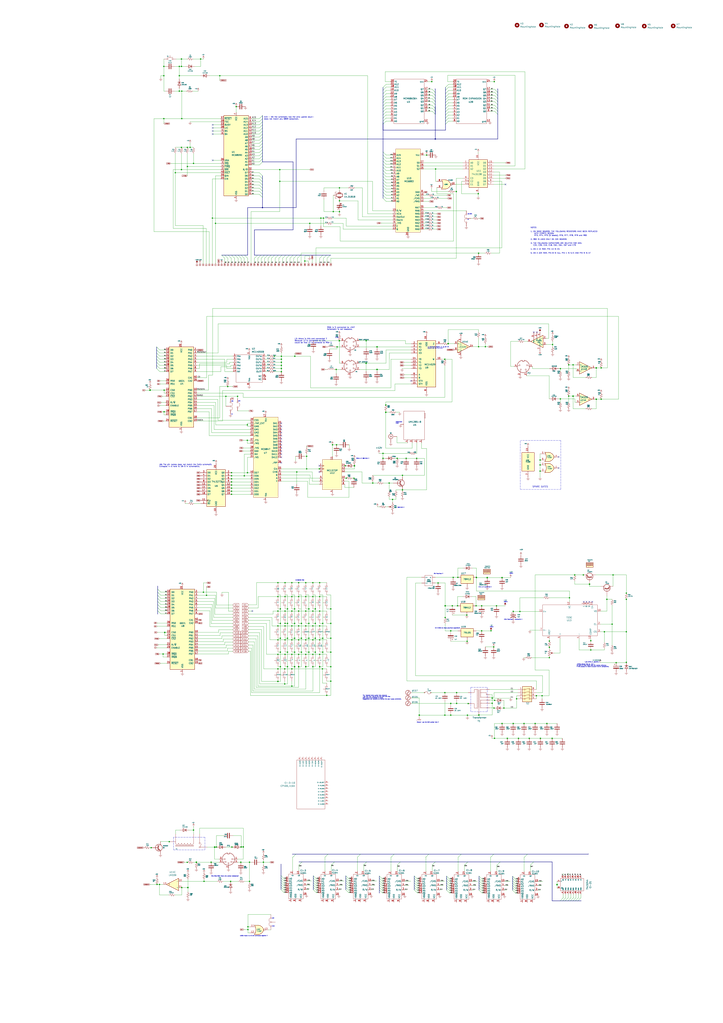
<source format=kicad_sch>
(kicad_sch (version 20211123) (generator eeschema)
  (paper "A1" portrait)
  (title_block (title "ESQUEMA ELETRICO DA PLACA PROLOGICA 12 REV.3") (date "2022-11-21") (rev "0.2") (company "PROLOGICA") (comment 1 "RCC / Retro-CPU.run - https://facebook.com/groups/retrocpu") (comment 2 "Technical Reference Manual") (comment 3 "Transcript of schematics from Radio Shack TRS-80 Color Computer") (comment 4 "Draft - Pending Revision"))
  (junction (at 153.924 121.158))
  (junction (at 173.482 708.9149))
  (junction (at 326.3402 376.8476))
  (junction (at 406.089 67.1309))
  (junction (at 190.23 398.789))
  (junction (at 430.53 594.868))
  (junction (at 135.382 519.938))
  (junction (at 489.8456 302.4942))
  (junction (at 247.65 536.194))
  (junction (at 147.32 54.61))
  (junction (at 276.209 303.7422))
  (junction (at 228.346 514.604))
  (junction (at 391.414 474.726))
  (junction (at 284.46 393.1117))
  (junction (at 406.4 575.818))
  (junction (at 174.498 179.324))
  (junction (at 262.636 479.044))
  (junction (at 216.408 708.9149))
  (junction (at 199.898 696.3263))
  (junction (at 262.3701 385.4824))
  (junction (at 359.918 479.298))
  (junction (at 253.746 512.572))
  (junction (at 245.364 479.044))
  (junction (at 514.604 519.43))
  (junction (at 203.184 362.0098))
  (junction (at 257.048 537.972))
  (junction (at 421.64 594.868))
  (junction (at 242.062 524.764))
  (junction (at 161.3539 708.9467))
  (junction (at 257.048 514.604))
  (junction (at 198.1625 696.4531))
  (junction (at 309.7878 285.1885))
  (junction (at 257.048 490.474))
  (junction (at 236.22 500.634))
  (junction (at 231.1789 292.9218))
  (junction (at 309.7878 303.7422))
  (junction (at 251.206 502.412))
  (junction (at 149.098 54.61))
  (junction (at 365.4646 295.3485))
  (junction (at 460.4098 327.9738))
  (junction (at 493.9096 302.4942))
  (junction (at 316.992 332.994))
  (junction (at 370.332 578.358))
  (junction (at 375.158 569.468))
  (junction (at 309.7878 285.2002))
  (junction (at 404.368 574.04))
  (junction (at 239.776 526.034))
  (junction (at 262.636 514.604))
  (junction (at 190.5425 696.4531))
  (junction (at 484.3306 480.314))
  (junction (at 154.3221 729.7429))
  (junction (at 197.866 708.9149))
  (junction (at 123.2964 320.8555))
  (junction (at 234.188 479.044))
  (junction (at 271.78 500.634))
  (junction (at 375.158 578.358))
  (junction (at 245.364 548.132))
  (junction (at 231.1789 297.9032))
  (junction (at 257.048 479.044))
  (junction (at 262.636 537.972))
  (junction (at 239.776 537.972))
  (junction (at 262.636 548.2145))
  (junction (at 251.952 385.5048))
  (junction (at 199.8399 696.3263))
  (junction (at 159.004 682.498))
  (junction (at 190.23 393.709))
  (junction (at 149.352 729.7429))
  (junction (at 262.636 526.034))
  (junction (at 153.838 708.9955))
  (junction (at 176.4448 696.595))
  (junction (at 439.674 594.868))
  (junction (at 203.708 764.286))
  (junction (at 135.382 519.9768))
  (junction (at 405.892 582.168))
  (junction (at 253.746 500.634))
  (junction (at 203.3234 388.6798))
  (junction (at 253.746 536.194))
  (junction (at 134.62 62.23))
  (junction (at 273.1651 365.6984))
  (junction (at 123.2964 320.7489))
  (junction (at 251.206 537.972))
  (junction (at 434.848 607.06))
  (junction (at 245.364 502.412))
  (junction (at 365.76 507.746))
  (junction (at 247.65 524.764))
  (junction (at 204.978 724.6629))
  (junction (at 233.934 549.91))
  (junction (at 242.062 536.194))
  (junction (at 472.186 472.694))
  (junction (at 251.206 548.143))
  (junction (at 271.78 548.132))
  (junction (at 236.22 524.764))
  (junction (at 239.776 514.604))
  (junction (at 129.032 727.2029))
  (junction (at 153.924 136.906))
  (junction (at 242.062 500.634))
  (junction (at 230.378 536.194))
  (junction (at 234.188 512.572))
  (junction (at 239.776 479.044))
  (junction (at 314.6562 372.7836))
  (junction (at 414.02 582.168))
  (junction (at 231.1789 302.9832))
  (junction (at 278.892 173.99))
  (junction (at 391.16 498.094))
  (junction (at 257.048 502.412))
  (junction (at 300.7962 298.6685))
  (junction (at 230.378 548.132))
  (junction (at 398.7819 285.0478))
  (junction (at 470.8212 325.6885))
  (junction (at 245.364 526.034))
  (junction (at 470.8212 325.6878))
  (junction (at 254.508 183.642))
  (junction (at 263.652 179.324))
  (junction (at 503.682 472.694))
  (junction (at 147.32 74.93))
  (junction (at 506.222 544.83))
  (junction (at 368.2078 282.5078))
  (junction (at 190.23 403.869))
  (junction (at 204.978 708.9149))
  (junction (at 149.352 97.536))
  (junction (at 134.874 320.7632))
  (junction (at 233.934 562.356))
  (junction (at 365.506 588.01))
  (junction (at 489.8907 302.4942))
  (junction (at 443.738 378.206))
  (junction (at 449.326 594.868))
  (junction (at 190.23 388.629))
  (junction (at 231.1789 305.574))
  (junction (at 395.732 498.094))
  (junction (at 278.892 154.432))
  (junction (at 365.506 569.468))
  (junction (at 291.2339 382.9596))
  (junction (at 123.2964 320.802))
  (junction (at 443.992 607.06))
  (junction (at 154.432 729.7429))
  (junction (at 376.174 474.726))
  (junction (at 445.3573 572.008))
  (junction (at 406.2741 607.06))
  (junction (at 493.8927 328.2278))
  (junction (at 375.92 498.094))
  (junction (at 457.581 727.329))
  (junction (at 215.646 170.688))
  (junction (at 177.8 696.4689))
  (junction (at 467.2396 299.9542))
  (junction (at 264.922 549.91))
  (junction (at 484.3565 480.314))
  (junction (at 322.5302 410.6296))
  (junction (at 412.496 474.8697))
  (junction (at 156.21 121.158))
  (junction (at 460.4098 303.0818))
  (junction (at 161.3539 708.9955))
  (junction (at 291.2339 383.0073))
  (junction (at 190.23 406.409))
  (junction (at 229.87 149.098))
  (junction (at 228.346 479.044))
  (junction (at 319.7362 397.1676))
  (junction (at 278.7998 280.1202))
  (junction (at 374.904 157.48))
  (junction (at 242.062 512.572))
  (junction (at 498.602 492.76))
  (junction (at 467.868 491.49))
  (junction (at 259.08 500.634))
  (junction (at 330.6582 390.8176))
  (junction (at 230.378 512.572))
  (junction (at 400.304 474.8697))
  (junction (at 200.7072 391.2198))
  (junction (at 276.971 285.2002))
  (junction (at 139.065 692.023))
  (junction (at 242.2238 292.9218))
  (junction (at 489.8738 328.2278))
  (junction (at 496.57 519.43))
  (junction (at 245.364 514.604))
  (junction (at 265.176 512.572))
  (junction (at 393.1939 285.0478))
  (junction (at 245.364 548.2145))
  (junction (at 453.644 607.06))
  (junction (at 403.4151 518.5892))
  (junction (at 259.08 512.572))
  (junction (at 164.846 48.514))
  (junction (at 123.2964 320.7632))
  (junction (at 368.2078 282.6485))
  (junction (at 194.056 87.63))
  (junction (at 231.1789 295.3632))
  (junction (at 239.776 564.134))
  (junction (at 300.847 280.1202))
  (junction (at 234.188 537.972))
  (junction (at 133.9891 537.718))
  (junction (at 451.3738 527.0978))
  (junction (at 344.424 588.01))
  (junction (at 283.6139 382.9596))
  (junction (at 189.484 724.6629))
  (junction (at 190.23 401.329))
  (junction (at 236.22 536.194))
  (junction (at 234.188 514.604))
  (junction (at 228.346 526.034))
  (junction (at 259.08 536.194))
  (junction (at 393.446 588.01))
  (junction (at 425.958 607.06))
  (junction (at 342.3422 376.8476))
  (junction (at 485.394 526.796))
  (junction (at 198.1625 696.3263))
  (junction (at 177.038 183.642))
  (junction (at 357.632 114.3))
  (junction (at 314.6562 376.8476))
  (junction (at 167.64 724.6629))
  (junction (at 424.434 574.548))
  (junction (at 149.098 121.158))
  (junction (at 350.52 127.508))
  (junction (at 278.7998 280.171))
  (junction (at 316.8914 338.9884))
  (junction (at 453.9948 283.2698))
  (junction (at 228.346 560.2576))
  (junction (at 242.0308 548.132))
  (junction (at 234.188 502.412))
  (junction (at 169.672 489.458))
  (junction (at 371.602 498.094))
  (junction (at 265.176 524.764))
  (junction (at 161.3539 708.9149))
  (junction (at 443.738 387.35))
  (junction (at 159.004 134.366))
  (junction (at 330.6582 402.7556))
  (junction (at 400.304 474.98))
  (junction (at 405.638 531.876))
  (junction (at 251.206 490.474))
  (junction (at 124.206 696.976))
  (junction (at 149.352 74.93))
  (junction (at 372.3391 474.726))
  (junction (at 251.206 479.044))
  (junction (at 228.346 537.972))
  (junction (at 278.892 165.1))
  (junction (at 384.048 588.01))
  (junction (at 412.496 594.868))
  (junction (at 265.684 179.324))
  (junction (at 190.23 396.249))
  (junction (at 416.814 607.06))
  (junction (at 451.3579 540.7344))
  (junction (at 291.2096 383.0073))
  (junction (at 245.364 537.972))
  (junction (at 273.812 173.99))
  (junction (at 251.206 526.034))
  (junction (at 262.636 490.474))
  (junction (at 236.22 512.5668))
  (junction (at 262.636 502.412))
  (junction (at 384.683 578.485))
  (junction (at 370.332 588.01))
  (junction (at 239.776 502.412))
  (junction (at 271.78 512.572))
  (junction (at 203.2348 349.3098))
  (junction (at 306.2742 397.1676))
  (junction (at 370.332 518.668))
  (junction (at 167.132 486.918))
  (junction (at 195.1871 325.8432))
  (junction (at 257.048 548.132))
  (junction (at 185.5818 325.8432))
  (junction (at 187.1058 317.8138))
  (junction (at 407.924 498.094))
  (junction (at 502.92 513.207))
  (junction (at 470.8432 299.9542))
  (junction (at 421.64 502.666))
  (junction (at 392.938 159.258))
  (junction (at 149.098 48.514))
  (junction (at 176.276 696.4689))
  (junction (at 489.8738 328.2285))
  (junction (at 451.3738 532.1778))
  (junction (at 514.6038 487.6802))
  (junction (at 271.78 536.194))
  (junction (at 250.444 214.63))
  (junction (at 257.048 526.034))
  (junction (at 485.394 534.416))
  (junction (at 262.636 548.132))
  (junction (at 144.018 141.986))
  (junction (at 393.192 208.153))
  (junction (at 427.1666 502.793))
  (junction (at 236.22 548.132))
  (junction (at 268.478 571.754))
  (junction (at 147.32 62.23))
  (junction (at 276.5002 365.6984))
  (junction (at 134.62 97.536))
  (junction (at 230.378 500.634))
  (junction (at 344.4875 588.01))
  (junction (at 354.7599 67.1151))
  (junction (at 365.7603 498.094))
  (junction (at 239.776 490.474))
  (junction (at 239.776 549.91))
  (junction (at 395.732 518.668))
  (junction (at 242.062 548.132))
  (junction (at 225.4639 292.8232))
  (junction (at 180.594 62.23))
  (junction (at 149.098 139.446))
  (junction (at 176.4448 696.4689))
  (junction (at 412.496 474.98))
  (junction (at 251.952 375.167))
  (junction (at 245.364 490.474))
  (junction (at 271.78 524.764))
  (junction (at 231.1789 300.4432))
  (junction (at 271.78 560.07))
  (junction (at 479.2765 472.694))
  (junction (at 333.7062 376.8476))
  (junction (at 470.8263 325.6878))
  (junction (at 440.69 572.008))
  (junction (at 290.814 393.201))
  (junction (at 251.206 548.132))
  (junction (at 134.8019 338.5432))
  (junction (at 234.188 490.474))
  (junction (at 228.346 502.412))
  (junction (at 230.378 524.764))
  (junction (at 467.2227 325.6878))
  (junction (at 457.708 727.329))
  (junction (at 383.54 505.714))
  (junction (at 514.6038 492.7602))
  (junction (at 443.738 382.27))
  (junction (at 228.346 560.324))
  (junction (at 393.446 587.883))
  (junction (at 300.7962 298.6622))
  (junction (at 514.604 544.576))
  (junction (at 251.206 514.604))
  (junction (at 131.0504 727.2029))
  (junction (at 316.992 338.9884))
  (junction (at 357.886 138.938))
  (junction (at 134.62 54.61))
  (junction (at 228.346 490.474))
  (junction (at 253.746 524.764))
  (junction (at 243.824 388.0448))
  (junction (at 190.23 391.169))
  (junction (at 365.7443 498.094))
  (junction (at 404.368 578.231))
  (junction (at 265.176 536.194))
  (junction (at 203.708 762))
  (junction (at 383.794 527.304))
  (junction (at 228.346 549.91))
  (junction (at 234.188 526.034))
  (junction (at 247.65 512.572))
  (junction (at 391.414 474.8697))
  (junction (at 259.08 524.764))
  (junction (at 309.7878 303.8114))
  (junction (at 229.87 139.446))
  (no_connect (at 415.29 151.638))
  (no_connect (at 174.752 131.826))
  (no_connect (at 262.3701 388.0224))
  (no_connect (at 458.978 375.666))
  (no_connect (at 458.978 384.81))
  (no_connect (at 484.124 494.792))
  (no_connect (at 486.537 494.792))
  (no_connect (at 481.838 494.792))
  (no_connect (at 479.679 494.792))
  (no_connect (at 231.0478 380.4248))
  (no_connect (at 231.0478 370.8998))
  (no_connect (at 231.0478 375.9798))
  (no_connect (at 231.0478 365.8198))
  (no_connect (at 231.0478 368.3598))
  (no_connect (at 231.0478 373.4398))
  (no_connect (at 231.0478 355.6598))
  (no_connect (at 231.0478 363.2798))
  (no_connect (at 231.0478 350.5798))
  (no_connect (at 231.0478 360.7398))
  (no_connect (at 231.0478 353.1198))
  (no_connect (at 231.0478 358.1998))
  (no_connect (at 231.0478 348.0398))
  (no_connect (at 207.3374 502.412))
  (no_connect (at 337.7278 313.1285))
  (no_connect (at 174.752 102.616))
  (no_connect (at 174.752 107.696))
  (no_connect (at 174.752 105.156))
  (no_connect (at 438.5658 273.1098))
  (no_connect (at 441.1058 273.1098))
  (no_connect (at 174.752 110.236))
  (no_connect (at 262.3701 382.9424))
  (bus_entry (at 421.132 729.996) (size 2.54 2.54))
  (bus_entry (at 393.573 729.869) (size 2.54 2.54))
  (bus_entry (at 209.042 212.344) (size 2.54 -2.54))
  (bus_entry (at 211.836 212.344) (size 2.54 -2.54))
  (bus_entry (at 214.63 212.344) (size 2.54 -2.54))
  (bus_entry (at 217.424 212.344) (size 2.54 -2.54))
  (bus_entry (at 220.218 212.344) (size 2.54 -2.54))
  (bus_entry (at 129.54 497.078) (size 2.54 2.54))
  (bus_entry (at 314.6849 79.7402) (size 2.54 -2.54))
  (bus_entry (at 314.6849 82.0262) (size 2.54 -2.54))
  (bus_entry (at 314.6849 84.3122) (size 2.54 -2.54))
  (bus_entry (at 314.6849 86.8522) (size 2.54 -2.54))
  (bus_entry (at 314.6849 71.8662) (size 2.54 -2.54))
  (bus_entry (at 314.6849 74.1522) (size 2.54 -2.54))
  (bus_entry (at 314.6849 89.3922) (size 2.54 -2.54))
  (bus_entry (at 314.6849 91.9322) (size 2.54 -2.54))
  (bus_entry (at 366.014 102.108) (size 2.54 -2.54))
  (bus_entry (at 284.099 729.615) (size 2.54 2.54))
  (bus_entry (at 366.903 731.8013) (size 2.54 2.54))
  (bus_entry (at 340.36 725.932) (size 2.54 2.54))
  (bus_entry (at 230.886 731.4203) (size 2.54 2.54))
  (bus_entry (at 230.886 727.5965) (size 2.54 2.54))
  (bus_entry (at 230.886 719.9745) (size 2.54 2.54))
  (bus_entry (at 230.886 723.7897) (size 2.54 2.54))
  (bus_entry (at 257.429 727.7235) (size 2.54 2.54))
  (bus_entry (at 257.429 721.995) (size 2.54 2.54))
  (bus_entry (at 257.429 731.5473) (size 2.54 2.54))
  (bus_entry (at 408.94 91.44) (size -2.54 -2.54))
  (bus_entry (at 257.429 720.1015) (size 2.54 2.54))
  (bus_entry (at 355.0709 91.4242) (size 2.54 2.54))
  (bus_entry (at 366.903 722.249) (size 2.54 2.54))
  (bus_entry (at 408.94 78.486) (size -2.54 -2.54))
  (bus_entry (at 421.132 720.4825) (size 2.54 2.54))
  (bus_entry (at 284.099 731.5473) (size 2.54 2.54))
  (bus_entry (at 311.658 724.0437) (size 2.54 2.54))
  (bus_entry (at 421.132 724.2977) (size 2.54 2.54))
  (bus_entry (at 128.6858 287.7432) (size 2.54 2.54))
  (bus_entry (at 128.6858 285.2032) (size 2.54 2.54))
  (bus_entry (at 128.6858 297.9032) (size 2.54 2.54))
  (bus_entry (at 128.6858 300.4432) (size 2.54 2.54))
  (bus_entry (at 128.6858 302.9832) (size 2.54 2.54))
  (bus_entry (at 128.6858 290.2832) (size 2.54 2.54))
  (bus_entry (at 128.6858 295.3632) (size 2.54 2.54))
  (bus_entry (at 128.6858 292.8232) (size 2.54 2.54))
  (bus_entry (at 421.132 731.9283) (size 2.54 2.54))
  (bus_entry (at 340.36 724.0437) (size 2.54 2.54))
  (bus_entry (at 314.706 130.048) (size 2.54 2.54))
  (bus_entry (at 314.706 127.508) (size 2.54 2.54))
  (bus_entry (at 314.706 135.128) (size 2.54 2.54))
  (bus_entry (at 314.706 132.588) (size 2.54 2.54))
  (bus_entry (at 314.706 124.968) (size 2.54 2.54))
  (bus_entry (at 314.706 140.208) (size 2.54 2.54))
  (bus_entry (at 314.706 137.668) (size 2.54 2.54))
  (bus_entry (at 314.706 160.528) (size 2.54 2.54))
  (bus_entry (at 314.706 155.448) (size 2.54 2.54))
  (bus_entry (at 314.706 152.908) (size 2.54 2.54))
  (bus_entry (at 314.706 157.988) (size 2.54 2.54))
  (bus_entry (at 314.706 150.368) (size 2.54 2.54))
  (bus_entry (at 314.706 147.828) (size 2.54 2.54))
  (bus_entry (at 314.706 145.288) (size 2.54 2.54))
  (bus_entry (at 314.706 142.748) (size 2.54 2.54))
  (bus_entry (at 284.099 721.995) (size 2.54 2.54))
  (bus_entry (at 340.36 729.742) (size 2.54 2.54))
  (bus_entry (at 129.54 499.618) (size 2.54 2.54))
  (bus_entry (at 408.94 75.946) (size -2.54 -2.54))
  (bus_entry (at 284.099 727.7235) (size 2.54 2.54))
  (bus_entry (at 257.429 723.9167) (size 2.54 2.54))
  (bus_entry (at 421.132 726.186) (size 2.54 2.54))
  (bus_entry (at 366.903 720.3555) (size 2.54 2.54))
  (bus_entry (at 393.573 727.9775) (size 2.54 2.54))
  (bus_entry (at 366.014 79.756) (size 2.54 -2.54))
  (bus_entry (at 272.288 711.2) (size 2.54 -2.54))
  (bus_entry (at 408.94 89.154) (size -2.54 -2.54))
  (bus_entry (at 245.618 711.2) (size 2.54 -2.54))
  (bus_entry (at 408.432 711.2) (size 2.54 -2.54))
  (bus_entry (at 435.864 711.2) (size 2.54 -2.54))
  (bus_entry (at 326.39 711.2) (size 2.54 -2.54))
  (bus_entry (at 298.704 711.2) (size 2.54 -2.54))
  (bus_entry (at 381.762 711.2) (size 2.54 -2.54))
  (bus_entry (at 355.092 711.2) (size 2.54 -2.54))
  (bus_entry (at 393.573 722.249) (size 2.54 2.54))
  (bus_entry (at 238.252 212.344) (size 2.54 -2.54))
  (bus_entry (at 241.3 212.344) (size 2.54 -2.54))
  (bus_entry (at 235.204 212.344) (size 2.54 -2.54))
  (bus_entry (at 244.348 212.344) (size 2.54 -2.54))
  (bus_entry (at 262.636 212.344) (size 2.54 -2.54))
  (bus_entry (at 265.684 212.344) (size 2.54 -2.54))
  (bus_entry (at 268.732 212.344) (size 2.54 -2.54))
  (bus_entry (at 314.6849 102.0922) (size 2.54 -2.54))
  (bus_entry (at 393.573 720.3555) (size 2.54 2.54))
  (bus_entry (at 366.014 97.028) (size 2.54 -2.54))
  (bus_entry (at 340.36 727.8505) (size 2.54 2.54))
  (bus_entry (at 366.903 724.1707) (size 2.54 2.54))
  (bus_entry (at 284.099 723.9167) (size 2.54 2.54))
  (bus_entry (at 184.658 209.804) (size 2.54 2.54))
  (bus_entry (at 195.58 209.804) (size 2.54 2.54))
  (bus_entry (at 200.914 209.804) (size 2.54 2.54))
  (bus_entry (at 198.12 209.804) (size 2.54 2.54))
  (bus_entry (at 193.04 209.804) (size 2.54 2.54))
  (bus_entry (at 190.246 209.804) (size 2.54 2.54))
  (bus_entry (at 187.452 209.804) (size 2.54 2.54))
  (bus_entry (at 213.106 97.536) (size 2.54 -2.54))
  (bus_entry (at 213.106 135.636) (size 2.54 -2.54))
  (bus_entry (at 213.106 130.556) (size 2.54 -2.54))
  (bus_entry (at 213.106 133.096) (size 2.54 -2.54))
  (bus_entry (at 213.106 128.016) (size 2.54 -2.54))
  (bus_entry (at 213.106 125.476) (size 2.54 -2.54))
  (bus_entry (at 213.106 122.936) (size 2.54 -2.54))
  (bus_entry (at 213.106 120.396) (size 2.54 -2.54))
  (bus_entry (at 213.106 117.856) (size 2.54 -2.54))
  (bus_entry (at 213.106 115.316) (size 2.54 -2.54))
  (bus_entry (at 213.106 112.776) (size 2.54 -2.54))
  (bus_entry (at 213.106 110.236) (size 2.54 -2.54))
  (bus_entry (at 213.106 107.696) (size 2.54 -2.54))
  (bus_entry (at 213.106 105.156) (size 2.54 -2.54))
  (bus_entry (at 213.106 102.616) (size 2.54 -2.54))
  (bus_entry (at 213.106 100.076) (size 2.54 -2.54))
  (bus_entry (at 408.94 81.026) (size -2.54 -2.54))
  (bus_entry (at 311.658 720.2285) (size 2.54 2.54))
  (bus_entry (at 213.106 149.606) (size 2.54 2.54))
  (bus_entry (at 213.106 141.986) (size 2.54 2.54))
  (bus_entry (at 213.106 147.066) (size 2.54 2.54))
  (bus_entry (at 213.106 144.526) (size 2.54 2.54))
  (bus_entry (at 213.106 157.226) (size 2.54 2.54))
  (bus_entry (at 213.106 154.686) (size 2.54 2.54))
  (bus_entry (at 213.106 152.146) (size 2.54 2.54))
  (bus_entry (at 129.54 494.538) (size 2.54 2.54))
  (bus_entry (at 129.54 502.158) (size 2.54 2.54))
  (bus_entry (at 366.014 71.882) (size 2.54 -2.54))
  (bus_entry (at 393.573 724.1707) (size 2.54 2.54))
  (bus_entry (at 240.538 704.85) (size 2.54 -2.54))
  (bus_entry (at 376.428 704.85) (size 2.54 -2.54))
  (bus_entry (at 430.784 704.85) (size 2.54 -2.54))
  (bus_entry (at 403.098 704.85) (size 2.54 -2.54))
  (bus_entry (at 349.758 704.85) (size 2.54 -2.54))
  (bus_entry (at 321.31 704.85) (size 2.54 -2.54))
  (bus_entry (at 266.954 704.85) (size 2.54 -2.54))
  (bus_entry (at 293.624 704.85) (size 2.54 -2.54))
  (bus_entry (at 284.099 720.1015) (size 2.54 2.54))
  (bus_entry (at 311.658 725.932) (size 2.54 2.54))
  (bus_entry (at 340.36 731.6743) (size 2.54 2.54))
  (bus_entry (at 311.658 729.742) (size 2.54 2.54))
  (bus_entry (at 129.54 489.458) (size 2.54 2.54))
  (bus_entry (at 408.94 83.566) (size -2.54 -2.54))
  (bus_entry (at 366.903 729.869) (size 2.54 2.54))
  (bus_entry (at 366.014 89.408) (size 2.54 -2.54))
  (bus_entry (at 406.4 91.44) (size 2.54 2.54))
  (bus_entry (at 232.156 212.344) (size 2.54 -2.54))
  (bus_entry (at 223.012 212.344) (size 2.54 -2.54))
  (bus_entry (at 226.06 212.344) (size 2.54 -2.54))
  (bus_entry (at 229.108 212.344) (size 2.54 -2.54))
  (bus_entry (at 317.2249 74.4062) (size -2.54 2.54))
  (bus_entry (at 393.573 726.059) (size 2.54 2.54))
  (bus_entry (at 314.6849 97.0122) (size 2.54 -2.54))
  (bus_entry (at 314.6849 94.4722) (size 2.54 -2.54))
  (bus_entry (at 284.099 725.805) (size 2.54 2.54))
  (bus_entry (at 393.573 731.8013) (size 2.54 2.54))
  (bus_entry (at 408.94 86.106) (size -2.54 -2.54))
  (bus_entry (at 366.014 91.948) (size 2.54 -2.54))
  (bus_entry (at 257.429 729.615) (size 2.54 2.54))
  (bus_entry (at 366.014 86.868) (size 2.54 -2.54))
  (bus_entry (at 357.6109 86.0902) (size -2.54 -2.54))
  (bus_entry (at 357.6109 83.5502) (size -2.54 -2.54))
  (bus_entry (at 357.6109 78.4702) (size -2.54 -2.54))
  (bus_entry (at 357.6109 75.9302) (size -2.54 -2.54))
  (bus_entry (at 357.6109 81.0102) (size -2.54 -2.54))
  (bus_entry (at 357.6109 89.1382) (size -2.54 -2.54))
  (bus_entry (at 357.6109 91.4242) (size -2.54 -2.54))
  (bus_entry (at 314.6849 99.5522) (size 2.54 -2.54))
  (bus_entry (at 311.658 722.122) (size 2.54 2.54))
  (bus_entry (at 311.658 727.8505) (size 2.54 2.54))
  (bus_entry (at 421.132 722.376) (size 2.54 2.54))
  (bus_entry (at 366.014 82.042) (size 2.54 -2.54))
  (bus_entry (at 368.554 74.422) (size -2.54 2.54))
  (bus_entry (at 421.132 728.1045) (size 2.54 2.54))
  (bus_entry (at 182.118 209.804) (size 2.54 2.54))
  (bus_entry (at 366.014 99.568) (size 2.54 -2.54))
  (bus_entry (at 311.658 731.6743) (size 2.54 2.54))
  (bus_entry (at 340.36 722.122) (size 2.54 2.54))
  (bus_entry (at 213.106 159.766) (size 2.54 2.54))
  (bus_entry (at 462.788 738.124) (size -2.54 2.54))
  (bus_entry (at 464.82 738.124) (size -2.54 2.54))
  (bus_entry (at 466.852 738.124) (size -2.54 2.54))
  (bus_entry (at 469.138 738.124) (size -2.54 2.54))
  (bus_entry (at 471.17 738.124) (size -2.54 2.54))
  (bus_entry (at 477.266 738.124) (size -2.54 2.54))
  (bus_entry (at 473.202 738.124) (size -2.54 2.54))
  (bus_entry (at 475.234 738.124) (size -2.54 2.54))
  (bus_entry (at 366.903 726.059) (size 2.54 2.54))
  (bus_entry (at 129.54 486.918) (size 2.54 2.54))
  (bus_entry (at 129.54 484.378) (size 2.54 2.54))
  (bus_entry (at 230.886 729.488) (size 2.54 2.54))
  (bus_entry (at 230.886 725.678) (size 2.54 2.54))
  (bus_entry (at 230.886 721.868) (size 2.54 2.54))
  (bus_entry (at 257.429 725.805) (size 2.54 2.54))
  (bus_entry (at 366.014 74.168) (size 2.54 -2.54))
  (bus_entry (at 340.36 720.2285) (size 2.54 2.54))
  (bus_entry (at 314.706 163.068) (size 2.54 2.54))
  (bus_entry (at 366.014 94.488) (size 2.54 -2.54))
  (bus_entry (at 366.014 84.328) (size 2.54 -2.54))
  (bus_entry (at 129.54 491.998) (size 2.54 2.54))
  (bus_entry (at 366.903 727.9775) (size 2.54 2.54))
  (wire (pts (xy 287.782 730.25) (xy 286.639 730.25)))
  (wire (pts (xy 326.136 364.046) (xy 326.136 358.902)))
  (bus (pts (xy 366.014 97.028) (xy 366.014 99.568)))
  (wire (pts (xy 278.7998 280.171) (xy 278.7998 298.6622)))
  (wire (pts (xy 256.032 724.281) (xy 251.841 724.281)))
  (wire (pts (xy 473.5408 325.6885) (xy 470.8212 325.6885)))
  (wire (pts (xy 134.874 320.7632) (xy 134.874 323.3032)))
  (bus (pts (xy 225.552 209.804) (xy 222.758 209.804)))
  (polyline (pts (xy 427.482 362.458) (xy 427.482 402.336)))
  (wire (pts (xy 253.746 548.143) (xy 251.206 548.143)))
  (wire (pts (xy 178.9819 328.3832) (xy 178.9819 345.4998)))
  (wire (pts (xy 207.8041 530.352) (xy 204.216 530.352)))
  (wire (pts (xy 176.4448 696.4689) (xy 176.276 696.4689)))
  (wire (pts (xy 358.902 149.098) (xy 357.886 149.098)))
  (wire (pts (xy 324.5198 321.1158) (xy 182.7878 321.1158)))
  (wire (pts (xy 236.22 536.194) (xy 234.188 536.194)))
  (wire (pts (xy 319.8849 303.8114) (xy 319.8849 290.2685)))
  (wire (pts (xy 123.2964 320.7489) (xy 123.2964 320.7632)))
  (wire (pts (xy 365.7603 498.094) (xy 365.7603 507.746)))
  (wire (pts (xy 388.5278 285.0478) (xy 393.1939 285.0478)))
  (wire (pts (xy 389.636 731.774) (xy 387.858 731.774)))
  (wire (pts (xy 402.082 582.041) (xy 405.892 582.041)))
  (wire (pts (xy 355.6 188.468) (xy 358.902 188.468)))
  (bus (pts (xy 215.646 128.016) (xy 215.646 125.476)))
  (wire (pts (xy 174.752 105.156) (xy 181.356 105.156)))
  (wire (pts (xy 161.7099 300.4432) (xy 186.2209 300.4432)))
  (wire (pts (xy 205.6478 375.9798) (xy 203.3234 375.9798)))
  (wire (pts (xy 406.4 91.567) (xy 406.4 91.44)))
  (bus (pts (xy 257.429 721.995) (xy 257.429 723.9167)))
  (wire (pts (xy 131.2258 305.5232) (xy 136.3099 305.5232)))
  (bus (pts (xy 366.903 729.869) (xy 366.903 731.8013)))
  (wire (pts (xy 200.914 724.6629) (xy 204.978 724.6629)))
  (wire (pts (xy 460.4098 327.9738) (xy 460.4098 331.0218)))
  (wire (pts (xy 462.788 718.185) (xy 462.661 718.185)))
  (wire (pts (xy 259.588 203.835) (xy 259.588 216.154)))
  (bus (pts (xy 314.706 124.968) (xy 314.706 127.508)))
  (wire (pts (xy 342.9 722.757) (xy 342.9 722.7685)))
  (wire (pts (xy 320.7809 77.0732) (xy 317.2249 77.0732)))
  (wire (pts (xy 245.364 536.194) (xy 247.65 536.194)))
  (wire (pts (xy 252.8466 408.949) (xy 286.75 408.949)))
  (bus (pts (xy 198.12 209.804) (xy 200.914 209.804)))
  (wire (pts (xy 347.98 180.848) (xy 350.52 180.848)))
  (wire (pts (xy 396.113 730.504) (xy 396.113 730.5175)))
  (wire (pts (xy 496.57 534.416) (xy 496.57 533.146)))
  (wire (pts (xy 268.478 548.132) (xy 271.78 548.132)))
  (wire (pts (xy 320.7809 86.9792) (xy 317.2249 86.9792)))
  (wire (pts (xy 206.756 107.696) (xy 213.106 107.696)))
  (wire (pts (xy 164.846 54.61) (xy 164.846 48.514)))
  (wire (pts (xy 286.639 728.345) (xy 287.782 728.345)))
  (wire (pts (xy 368.554 74.295) (xy 368.554 74.422)))
  (wire (pts (xy 154.432 729.7429) (xy 154.3221 729.7429)))
  (wire (pts (xy 135.382 519.938) (xy 135.382 519.9768)))
  (wire (pts (xy 309.7878 285.2002) (xy 309.7878 286.3178)))
  (wire (pts (xy 368.554 86.995) (xy 368.554 86.868)))
  (bus (pts (xy 129.54 486.918) (xy 129.54 489.458)))
  (bus (pts (xy 366.014 89.408) (xy 366.014 91.948)))
  (wire (pts (xy 368.554 71.628) (xy 372.364 71.628)))
  (bus (pts (xy 311.658 731.6743) (xy 311.658 734.314)))
  (wire (pts (xy 236.22 512.5668) (xy 234.188 512.5668)))
  (wire (pts (xy 266.192 173.99) (xy 273.812 173.99)))
  (wire (pts (xy 130.048 530.098) (xy 130.048 530.1966)))
  (wire (pts (xy 144.272 685.673) (xy 144.272 682.498)))
  (wire (pts (xy 333.1558 282.6485) (xy 333.1558 280.1202)))
  (wire (pts (xy 247.65 489.204) (xy 247.65 512.572)))
  (wire (pts (xy 186.3479 295.3632) (xy 191.4279 295.3632)))
  (wire (pts (xy 489.4365 472.694) (xy 503.682 472.694)))
  (wire (pts (xy 251.206 489.204) (xy 253.746 489.204)))
  (wire (pts (xy 251.206 502.412) (xy 257.048 502.412)))
  (wire (pts (xy 498.602 489.712) (xy 498.602 492.76)))
  (wire (pts (xy 347.98 127.508) (xy 350.52 127.508)))
  (wire (pts (xy 262.636 524.764) (xy 265.176 524.764)))
  (bus (pts (xy 230.886 721.868) (xy 230.886 723.7897)))
  (wire (pts (xy 234.442 726.313) (xy 233.426 726.313)))
  (wire (pts (xy 278.892 173.482) (xy 278.892 173.99)))
  (wire (pts (xy 317.2249 71.6122) (xy 321.0349 71.6122)))
  (wire (pts (xy 206.756 120.396) (xy 213.106 120.396)))
  (wire (pts (xy 181.356 147.066) (xy 174.498 147.066)))
  (wire (pts (xy 365.252 724.535) (xy 361.315 724.535)))
  (wire (pts (xy 176.276 706.3749) (xy 176.276 696.4689)))
  (wire (pts (xy 240.411 716.026) (xy 240.411 704.85)))
  (wire (pts (xy 257.048 500.634) (xy 259.08 500.634)))
  (bus (pts (xy 215.646 105.156) (xy 215.646 102.616)))
  (wire (pts (xy 263.652 185.674) (xy 263.652 179.324)))
  (wire (pts (xy 473.202 734.949) (xy 473.202 738.124)))
  (wire (pts (xy 132.588 330.9232) (xy 132.588 330.962)))
  (wire (pts (xy 372.11 89.535) (xy 368.554 89.535)))
  (wire (pts (xy 162.5641 494.538) (xy 175.514 494.538)))
  (polyline (pts (xy 386.842 565.15) (xy 387.096 565.15)))
  (bus (pts (xy 405.638 702.31) (xy 433.324 702.31)))
  (wire (pts (xy 414.02 582.168) (xy 413.512 582.168)))
  (bus (pts (xy 366.014 82.042) (xy 366.014 84.328)))
  (wire (pts (xy 489.8738 328.2285) (xy 489.8738 336.1018)))
  (wire (pts (xy 156.21 121.158) (xy 159.004 121.158)))
  (wire (pts (xy 380.238 146.558) (xy 374.904 146.558)))
  (wire (pts (xy 253.746 524.764) (xy 253.746 536.194)))
  (wire (pts (xy 423.672 724.916) (xy 424.688 724.916)))
  (bus (pts (xy 311.658 722.122) (xy 311.658 724.0437)))
  (wire (pts (xy 230.378 548.132) (xy 228.346 548.132)))
  (bus (pts (xy 215.646 100.076) (xy 215.646 97.536)))
  (wire (pts (xy 489.8738 328.2278) (xy 493.8927 328.2278)))
  (bus (pts (xy 323.85 702.31) (xy 352.298 702.31)))
  (wire (pts (xy 226.06 212.344) (xy 226.06 216.154)))
  (wire (pts (xy 321.183 704.85) (xy 321.183 716.28)))
  (wire (pts (xy 486.2896 310.3682) (xy 489.8907 310.3682)))
  (wire (pts (xy 485.394 534.416) (xy 496.57 534.416)))
  (wire (pts (xy 357.632 479.298) (xy 359.918 479.298)))
  (wire (pts (xy 317.246 157.988) (xy 322.58 157.988)))
  (wire (pts (xy 144.018 185.42) (xy 144.018 141.986)))
  (wire (pts (xy 234.188 489.204) (xy 236.22 489.204)))
  (wire (pts (xy 412.496 594.868) (xy 421.64 594.868)))
  (wire (pts (xy 169.418 187.833) (xy 169.418 216.789)))
  (wire (pts (xy 138.684 735.8389) (xy 131.0504 735.8389)))
  (wire (pts (xy 357.886 138.938) (xy 380.238 138.938)))
  (wire (pts (xy 271.78 571.754) (xy 271.78 560.07)))
  (wire (pts (xy 351.2609 86.4712) (xy 355.0709 86.4712)))
  (bus (pts (xy 421.132 726.186) (xy 421.132 728.1045)))
  (wire (pts (xy 231.1789 297.9032) (xy 231.1789 300.4432)))
  (bus (pts (xy 366.014 91.948) (xy 366.014 94.488)))
  (wire (pts (xy 265.684 179.324) (xy 268.224 179.324)))
  (wire (pts (xy 198.1625 696.3263) (xy 199.8399 696.3263)))
  (polyline (pts (xy 427.482 402.336) (xy 460.756 402.336)))
  (wire (pts (xy 179.6976 519.938) (xy 179.6976 517.7506)))
  (bus (pts (xy 284.099 729.615) (xy 284.099 731.5473)))
  (wire (pts (xy 370.586 734.314) (xy 369.443 734.314)))
  (wire (pts (xy 384.048 588.01) (xy 384.048 589.026)))
  (wire (pts (xy 203.454 212.344) (xy 203.454 216.154)))
  (wire (pts (xy 123.2964 320.802) (xy 123.2964 320.8555)))
  (bus (pts (xy 215.646 115.316) (xy 215.646 112.776)))
  (wire (pts (xy 149.352 74.93) (xy 153.162 74.93)))
  (wire (pts (xy 402.59 73.406) (xy 406.4 73.406)))
  (wire (pts (xy 424.434 574.548) (xy 424.434 582.168)))
  (bus (pts (xy 230.886 723.7897) (xy 230.886 725.678)))
  (wire (pts (xy 204.216 507.746) (xy 223.52 507.746)))
  (wire (pts (xy 467.2396 299.9542) (xy 467.2396 305.2882)))
  (wire (pts (xy 347.98 160.528) (xy 351.282 160.528)))
  (wire (pts (xy 260.985 726.44) (xy 259.969 726.44)))
  (wire (pts (xy 186.2209 300.4432) (xy 186.2209 302.9832)))
  (wire (pts (xy 273.812 173.99) (xy 278.892 173.99)))
  (wire (pts (xy 376.174 467.106) (xy 376.174 474.726)))
  (wire (pts (xy 267.065 303.7422) (xy 268.1318 303.7422)))
  (wire (pts (xy 235.204 212.344) (xy 235.204 216.154)))
  (bus (pts (xy 245.618 708.66) (xy 248.158 708.66)))
  (wire (pts (xy 181.356 139.446) (xy 149.098 139.446)))
  (bus (pts (xy 284.099 721.995) (xy 284.099 723.9167)))
  (wire (pts (xy 206.756 97.536) (xy 213.106 97.536)))
  (wire (pts (xy 367.792 61.976) (xy 367.792 67.183)))
  (wire (pts (xy 190.23 401.3798) (xy 190.23 401.329)))
  (wire (pts (xy 204.216 502.412) (xy 207.3374 502.412)))
  (wire (pts (xy 265.684 179.324) (xy 265.684 186.436)))
  (bus (pts (xy 296.164 702.31) (xy 323.85 702.31)))
  (bus (pts (xy 314.6849 82.0262) (xy 314.6849 84.3122)))
  (wire (pts (xy 198.1625 687.0709) (xy 198.1625 696.3263)))
  (wire (pts (xy 173.482 708.9149) (xy 180.086 708.9149)))
  (wire (pts (xy 195.326 708.9149) (xy 197.866 708.9149)))
  (wire (pts (xy 278.384 724.408) (xy 282.702 724.408)))
  (wire (pts (xy 143.51 54.61) (xy 147.32 54.61)))
  (wire (pts (xy 484.3306 480.314) (xy 484.3306 482.092)))
  (wire (pts (xy 205.6478 393.7598) (xy 190.23 393.7598)))
  (wire (pts (xy 295.3098 280.1202) (xy 300.847 280.1202)))
  (bus (pts (xy 215.646 112.776) (xy 215.646 110.236)))
  (bus (pts (xy 243.078 702.31) (xy 269.494 702.31)))
  (wire (pts (xy 309.7878 303.8114) (xy 319.8849 303.8114)))
  (wire (pts (xy 363.728 170.688) (xy 367.284 170.688)))
  (wire (pts (xy 257.048 479.044) (xy 262.636 479.044)))
  (bus (pts (xy 129.54 481.838) (xy 129.54 484.378)))
  (wire (pts (xy 205.6478 396.2998) (xy 190.23 396.2998)))
  (wire (pts (xy 375.92 490.474) (xy 375.92 498.094)))
  (wire (pts (xy 348.6922 376.8476) (xy 348.6922 390.8176)))
  (bus (pts (xy 184.658 209.804) (xy 187.452 209.804)))
  (wire (pts (xy 357.632 474.726) (xy 372.3391 474.726)))
  (wire (pts (xy 337.7278 287.7285) (xy 317.1538 287.7285)))
  (wire (pts (xy 358.902 154.178) (xy 358.902 159.258)))
  (wire (pts (xy 370.586 722.884) (xy 369.443 722.884)))
  (wire (pts (xy 338.328 573.786) (xy 344.4875 573.786)))
  (wire (pts (xy 286.9142 368.2384) (xy 286.9142 365.6984)))
  (wire (pts (xy 473.5896 303.0818) (xy 473.5896 305.0342)))
  (wire (pts (xy 467.2227 325.6878) (xy 467.2227 331.0218)))
  (wire (pts (xy 218.0979 295.3632) (xy 220.3839 295.3632)))
  (wire (pts (xy 317.2249 99.6792) (xy 317.2249 99.5522)))
  (wire (pts (xy 231.0478 390.5848) (xy 254.746 390.5848)))
  (wire (pts (xy 213.36 562.356) (xy 233.934 562.356)))
  (bus (pts (xy 243.332 114.3) (xy 243.332 170.688)))
  (wire (pts (xy 393.1939 272.8596) (xy 393.1939 271.0816)))
  (wire (pts (xy 342.4946 364.046) (xy 342.4946 372.7836)))
  (wire (pts (xy 368.554 92.075) (xy 368.554 91.948)))
  (wire (pts (xy 469.011 735.076) (xy 469.011 738.124)))
  (wire (pts (xy 253.746 512.572) (xy 253.746 524.764)))
  (bus (pts (xy 246.888 209.804) (xy 265.176 209.804)))
  (wire (pts (xy 170.307 696.595) (xy 176.4448 696.595)))
  (wire (pts (xy 286.639 732.155) (xy 287.782 732.155)))
  (wire (pts (xy 205.6478 391.2198) (xy 200.7072 391.2198)))
  (wire (pts (xy 432.4698 308.9238) (xy 451.2658 308.9238)))
  (wire (pts (xy 344.043 722.757) (xy 342.9 722.757)))
  (wire (pts (xy 247.65 536.194) (xy 247.65 548.2145)))
  (wire (pts (xy 204.216 517.652) (xy 214.884 517.652)))
  (wire (pts (xy 471.043 738.124) (xy 471.17 738.124)))
  (wire (pts (xy 161.7099 305.5232) (xy 181.5219 305.5232)))
  (wire (pts (xy 320.7809 99.6792) (xy 317.2249 99.6792)))
  (wire (pts (xy 230.378 524.764) (xy 230.378 536.194)))
  (wire (pts (xy 254.1169 398.1824) (xy 262.3701 398.1824)))
  (wire (pts (xy 405.638 133.858) (xy 415.417 133.858)))
  (wire (pts (xy 397.256 722.884) (xy 396.113 722.884)))
  (wire (pts (xy 239.776 479.044) (xy 245.364 479.044)))
  (wire (pts (xy 270.6718 286.8766) (xy 276.971 286.8766)))
  (wire (pts (xy 213.36 520.192) (xy 204.216 520.192)))
  (wire (pts (xy 203.708 751.84) (xy 222.504 751.84)))
  (wire (pts (xy 242.062 489.204) (xy 242.062 500.634)))
  (wire (pts (xy 152.13 414.029) (xy 154.416 414.029)))
  (wire (pts (xy 223.52 507.746) (xy 223.52 514.604)))
  (wire (pts (xy 161.7099 302.9832) (xy 163.8689 302.9832)))
  (wire (pts (xy 337.7278 285.1885) (xy 309.7878 285.1885)))
  (bus (pts (xy 215.646 159.766) (xy 215.646 162.306)))
  (wire (pts (xy 184.658 212.344) (xy 184.658 216.154)))
  (wire (pts (xy 159.004 134.366) (xy 181.356 134.366)))
  (wire (pts (xy 374.904 157.48) (xy 374.904 212.344)))
  (wire (pts (xy 131.826 545.338) (xy 131.826 545.4366)))
  (wire (pts (xy 242.0308 548.132) (xy 242.062 548.132)))
  (wire (pts (xy 173.8511 336.0032) (xy 173.8511 355.6598)))
  (wire (pts (xy 203.3234 388.6798) (xy 190.23 388.6798)))
  (wire (pts (xy 190.23 393.7598) (xy 190.23 393.709)))
  (wire (pts (xy 137.1641 525.018) (xy 130.81 525.018)))
  (wire (pts (xy 498.602 492.76) (xy 498.602 502.539)))
  (wire (pts (xy 161.7099 295.3632) (xy 184.6969 295.3632)))
  (bus (pts (xy 366.014 86.868) (xy 366.014 89.408)))
  (wire (pts (xy 243.824 388.0448) (xy 256.524 388.0448)))
  (wire (pts (xy 174.752 107.696) (xy 181.356 107.696)))
  (wire (pts (xy 466.979 718.185) (xy 466.979 719.582)))
  (wire (pts (xy 270.6718 287.6894) (xy 270.6718 286.8766)))
  (bus (pts (xy 366.903 727.9775) (xy 366.903 729.869)))
  (wire (pts (xy 281.432 727.837) (xy 278.384 727.837)))
  (wire (pts (xy 204.216 497.332) (xy 210.82 497.332)))
  (wire (pts (xy 419.1 724.662) (xy 414.528 724.662)))
  (wire (pts (xy 234.188 502.412) (xy 239.776 502.412)))
  (wire (pts (xy 162.5641 530.098) (xy 184.7234 530.098)))
  (wire (pts (xy 349.885 704.85) (xy 349.885 716.28)))
  (wire (pts (xy 322.58 185.928) (xy 284.48 185.928)))
  (wire (pts (xy 167.132 486.918) (xy 177.8883 486.918)))
  (wire (pts (xy 386.969 179.578) (xy 388.239 179.578)))
  (wire (pts (xy 430.53 594.868) (xy 439.674 594.868)))
  (wire (pts (xy 365.7443 479.298) (xy 365.7443 498.094)))
  (bus (pts (xy 215.646 102.616) (xy 215.646 100.076)))
  (wire (pts (xy 332.2668 310.5885) (xy 337.7278 310.5885)))
  (wire (pts (xy 171.958 216.662) (xy 171.9687 216.662)))
  (wire (pts (xy 144.018 141.986) (xy 144.018 126.238)))
  (wire (pts (xy 173.482 499.618) (xy 173.482 512.6706)))
  (wire (pts (xy 460.4098 327.9738) (xy 472.3027 327.9738)))
  (bus (pts (xy 357.6109 93.9642) (xy 357.6109 91.4242)))
  (wire (pts (xy 257.048 502.412) (xy 262.636 502.412)))
  (wire (pts (xy 204.216 512.572) (xy 218.948 512.572)))
  (bus (pts (xy 314.6849 94.4722) (xy 314.6849 97.0122)))
  (wire (pts (xy 206.756 141.986) (xy 213.106 141.986)))
  (wire (pts (xy 450.7578 266.2518) (xy 450.7578 278.1898)))
  (wire (pts (xy 440.69 559.816) (xy 334.264 559.816)))
  (wire (pts (xy 421.64 502.793) (xy 421.64 502.666)))
  (wire (pts (xy 443.738 378.206) (xy 443.738 382.27)))
  (wire (pts (xy 216.662 549.91) (xy 228.346 549.91)))
  (bus (pts (xy 314.6849 86.8522) (xy 314.6849 89.3922)))
  (wire (pts (xy 231.1789 292.9218) (xy 231.1789 295.3632)))
  (wire (pts (xy 320.7809 92.0592) (xy 317.2249 92.0592)))
  (wire (pts (xy 126.492 97.536) (xy 126.492 190.5)))
  (wire (pts (xy 252.8466 395.6648) (xy 252.8466 408.949)))
  (wire (pts (xy 161.7099 290.2832) (xy 179.2318 290.2832)))
  (wire (pts (xy 229.87 173.99) (xy 206.248 173.99)))
  (wire (pts (xy 347.98 185.928) (xy 350.52 185.928)))
  (wire (pts (xy 499.0178 253.5518) (xy 174.6598 253.5518)))
  (wire (pts (xy 182.372 487.0166) (xy 187.706 487.0166)))
  (wire (pts (xy 251.206 500.634) (xy 253.746 500.634)))
  (wire (pts (xy 149.098 139.446) (xy 142.367 139.446)))
  (wire (pts (xy 177.8 696.4689) (xy 176.4448 696.4689)))
  (wire (pts (xy 228.346 514.604) (xy 234.188 514.604)))
  (wire (pts (xy 384.048 588.01) (xy 393.446 588.01)))
  (wire (pts (xy 403.479 208.153) (xy 410.464 208.153)))
  (wire (pts (xy 472.3027 327.9738) (xy 472.3027 330.7685)))
  (wire (pts (xy 268.478 571.754) (xy 271.78 571.754)))
  (wire (pts (xy 205.6478 403.9198) (xy 190.23 403.9198)))
  (bus (pts (xy 314.706 150.368) (xy 314.706 152.908)))
  (bus (pts (xy 408.94 81.026) (xy 408.94 78.486)))
  (wire (pts (xy 268.478 489.204) (xy 271.78 489.204)))
  (wire (pts (xy 245.364 565.15) (xy 210.4804 565.15)))
  (wire (pts (xy 136.3099 320.7632) (xy 134.874 320.7632)))
  (wire (pts (xy 234.569 730.123) (xy 233.426 730.123)))
  (wire (pts (xy 147.32 74.93) (xy 149.352 74.93)))
  (bus (pts (xy 357.3569 73.1362) (xy 357.6109 73.1362)))
  (wire (pts (xy 129.3782 519.9768) (xy 135.382 519.9768)))
  (polyline (pts (xy 168.402 688.34) (xy 142.494 688.34)))
  (wire (pts (xy 393.192 208.153) (xy 398.399 208.153)))
  (wire (pts (xy 276.5002 365.6984) (xy 279.0402 365.6984)))
  (wire (pts (xy 393.319 179.578) (xy 394.208 179.578)))
  (wire (pts (xy 172.466 502.158) (xy 172.466 515.2106)))
  (wire (pts (xy 186.9348 535.178) (xy 186.9348 532.9906)))
  (wire (pts (xy 149.098 121.158) (xy 153.924 121.158)))
  (wire (pts (xy 314.9102 397.1676) (xy 319.7362 397.1676)))
  (wire (pts (xy 243.824 398.027) (xy 243.824 388.0448)))
  (wire (pts (xy 259.969 726.44) (xy 259.969 726.4567)))
  (wire (pts (xy 234.569 733.933) (xy 233.426 733.933)))
  (wire (pts (xy 231.1789 295.3632) (xy 231.1789 297.9032)))
  (bus (pts (xy 357.6109 75.9302) (xy 357.6109 73.1362)))
  (wire (pts (xy 286.639 724.535) (xy 287.655 724.535)))
  (bus (pts (xy 193.04 209.804) (xy 195.58 209.804)))
  (wire (pts (xy 400.304 474.8697) (xy 400.304 474.98)))
  (wire (pts (xy 205.6478 350.5798) (xy 203.2348 350.5798)))
  (wire (pts (xy 315.214 726.567) (xy 314.198 726.567)))
  (wire (pts (xy 268.732 212.344) (xy 268.732 216.154)))
  (wire (pts (xy 131.0504 727.2029) (xy 134.112 727.2029)))
  (wire (pts (xy 131.826 691.896) (xy 139.065 691.896)))
  (wire (pts (xy 449.326 594.868) (xy 457.708 594.868)))
  (wire (pts (xy 149.352 97.536) (xy 149.352 74.93)))
  (wire (pts (xy 391.414 474.8697) (xy 400.304 474.8697)))
  (wire (pts (xy 320.7809 89.5192) (xy 317.2249 89.5192)))
  (wire (pts (xy 174.4706 497.078) (xy 174.4706 510.1306)))
  (bus (pts (xy 215.646 133.096) (xy 215.646 130.556)))
  (wire (pts (xy 162.5641 499.618) (xy 173.482 499.618)))
  (bus (pts (xy 474.726 740.664) (xy 477.52 740.664)))
  (wire (pts (xy 242.062 536.194) (xy 242.062 548.132)))
  (wire (pts (xy 231.1789 305.5232) (xy 225.3369 305.5232)))
  (wire (pts (xy 153.838 708.9149) (xy 153.838 708.9955)))
  (wire (pts (xy 406.4 89.027) (xy 406.4 88.9)))
  (wire (pts (xy 234.188 512.5668) (xy 234.188 512.572)))
  (wire (pts (xy 239.776 512.572) (xy 242.062 512.572)))
  (wire (pts (xy 164.592 62.23) (xy 147.32 62.23)))
  (wire (pts (xy 251.952 373.135) (xy 251.952 375.167)))
  (wire (pts (xy 174.752 131.826) (xy 181.356 131.826)))
  (wire (pts (xy 134.874 323.3032) (xy 136.3099 323.3032)))
  (wire (pts (xy 228.346 490.474) (xy 234.188 490.474)))
  (wire (pts (xy 254.254 210.439) (xy 254.254 211.328)))
  (wire (pts (xy 334.264 559.816) (xy 334.264 474.726)))
  (wire (pts (xy 123.2377 696.9757) (xy 124.206 696.9757)))
  (wire (pts (xy 200.406 764.286) (xy 203.708 764.286)))
  (wire (pts (xy 199.8399 706.3749) (xy 199.8399 696.3263)))
  (wire (pts (xy 472.186 480.314) (xy 484.3306 480.314)))
  (wire (pts (xy 276.971 285.2002) (xy 280.0698 285.2002)))
  (wire (pts (xy 230.378 500.634) (xy 230.378 512.572)))
  (wire (pts (xy 286.639 726.44) (xy 286.639 726.4567)))
  (wire (pts (xy 368.2078 282.5078) (xy 368.2078 282.6485)))
  (wire (pts (xy 514.604 492.76) (xy 514.604 519.43)))
  (wire (pts (xy 251.841 731.393) (xy 253.746 731.393)))
  (wire (pts (xy 365.506 588.01) (xy 370.332 588.01)))
  (wire (pts (xy 412.496 474.98) (xy 419.608 474.98)))
  (wire (pts (xy 187.6719 537.718) (xy 187.6719 535.5306)))
  (wire (pts (xy 460.4098 303.0818) (xy 473.5896 303.0818)))
  (wire (pts (xy 368.554 97.155) (xy 368.554 97.028)))
  (wire (pts (xy 453.9948 283.2698) (xy 453.9948 285.1414)))
  (bus (pts (xy 311.658 720.2285) (xy 311.658 722.122)))
  (wire (pts (xy 316.484 67.1672) (xy 316.484 58.928)))
  (wire (pts (xy 137.1641 522.478) (xy 135.382 522.478)))
  (wire (pts (xy 317.2249 79.6132) (xy 317.2249 79.4862)))
  (wire (pts (xy 344.4875 588.01) (xy 365.506 588.01)))
  (wire (pts (xy 297.688 178.308) (xy 297.688 154.432)))
  (wire (pts (xy 190.23 406.4598) (xy 190.23 406.409)))
  (wire (pts (xy 347.98 173.228) (xy 383.159 173.228)))
  (wire (pts (xy 161.3539 708.9955) (xy 161.3539 708.9467)))
  (wire (pts (xy 205.6478 364.5498) (xy 203.184 364.5498)))
  (wire (pts (xy 205.6478 388.6798) (xy 203.3234 388.6798)))
  (wire (pts (xy 387.858 490.474) (xy 391.16 490.474)))
  (bus (pts (xy 408.94 75.946) (xy 408.94 73.152)))
  (wire (pts (xy 317.246 145.288) (xy 322.58 145.288)))
  (wire (pts (xy 330.6582 402.7556) (xy 330.6582 403.5176)))
  (wire (pts (xy 334.518 731.647) (xy 332.613 731.647)))
  (bus (pts (xy 314.6849 79.7402) (xy 314.6849 82.0262)))
  (wire (pts (xy 322.58 180.848) (xy 294.132 180.848)))
  (wire (pts (xy 247.65 548.2145) (xy 245.364 548.2145)))
  (bus (pts (xy 366.014 79.756) (xy 366.014 82.042)))
  (wire (pts (xy 155.448 682.498) (xy 159.004 682.498)))
  (wire (pts (xy 445.008 728.218) (xy 442.087 728.218)))
  (wire (pts (xy 259.969 722.63) (xy 259.969 722.6415)))
  (wire (pts (xy 427.1666 491.49) (xy 427.1666 502.793)))
  (bus (pts (xy 421.132 729.996) (xy 421.132 731.9283)))
  (wire (pts (xy 291.2339 383.0073) (xy 291.2339 382.9596)))
  (bus (pts (xy 366.014 71.882) (xy 366.014 74.168)))
  (wire (pts (xy 402.59 78.486) (xy 406.4 78.486)))
  (bus (pts (xy 311.658 729.742) (xy 311.658 731.6743)))
  (wire (pts (xy 149.352 97.536) (xy 134.62 97.536)))
  (wire (pts (xy 206.756 135.636) (xy 213.106 135.636)))
  (wire (pts (xy 309.7878 285.1885) (xy 309.7878 285.2002)))
  (wire (pts (xy 372.11 99.695) (xy 368.554 99.695)))
  (bus (pts (xy 314.706 127.508) (xy 314.706 130.048)))
  (wire (pts (xy 419.5158 280.7298) (xy 425.6118 280.7298)))
  (wire (pts (xy 162.5641 525.018) (xy 182.378 525.018)))
  (wire (pts (xy 330.6582 390.8176) (xy 330.6582 392.0876)))
  (wire (pts (xy 166.8887 216.662) (xy 166.878 216.662)))
  (wire (pts (xy 251.206 566.674) (xy 251.206 548.143)))
  (wire (pts (xy 297.4826 388.0224) (xy 283.3251 388.0224)))
  (bus (pts (xy 301.244 708.66) (xy 328.93 708.66)))
  (wire (pts (xy 186.9348 532.9906) (xy 191.262 532.9906)))
  (bus (pts (xy 433.324 702.31) (xy 483.362 702.31)))
  (wire (pts (xy 158.75 48.514) (xy 164.846 48.514)))
  (bus (pts (xy 129.54 484.378) (xy 129.54 486.918)))
  (wire (pts (xy 348.6922 390.8176) (xy 330.6582 390.8176)))
  (wire (pts (xy 365.7443 498.094) (xy 365.7603 498.094)))
  (wire (pts (xy 365.7603 507.746) (xy 365.76 507.746)))
  (wire (pts (xy 134.8019 341.0832) (xy 134.8019 338.5432)))
  (wire (pts (xy 451.3579 540.766) (xy 451.3579 540.7344)))
  (wire (pts (xy 231.1789 300.4432) (xy 231.1789 302.9832)))
  (wire (pts (xy 280.162 731.52) (xy 278.384 731.52)))
  (bus (pts (xy 366.903 722.249) (xy 366.903 724.1707)))
  (wire (pts (xy 325.3242 410.6296) (xy 325.3242 408.5976)))
  (wire (pts (xy 261.112 722.63) (xy 259.969 722.63)))
  (wire (pts (xy 355.6 178.308) (xy 358.902 178.308)))
  (wire (pts (xy 434.848 607.06) (xy 443.992 607.06)))
  (bus (pts (xy 128.6858 297.9032) (xy 128.6858 300.4432)))
  (wire (pts (xy 245.364 502.412) (xy 251.206 502.412)))
  (wire (pts (xy 423.164 61.976) (xy 367.792 61.976)))
  (wire (pts (xy 231.0478 395.6648) (xy 252.8466 395.6648)))
  (wire (pts (xy 346.3046 368.7196) (xy 346.3046 364.046)))
  (wire (pts (xy 316.484 58.928) (xy 431.292 58.928)))
  (wire (pts (xy 253.746 536.194) (xy 253.746 548.143)))
  (wire (pts (xy 186.2209 302.9832) (xy 191.4279 302.9832)))
  (wire (pts (xy 133.9891 540.258) (xy 133.9891 537.718)))
  (wire (pts (xy 267.97 183.642) (xy 254.508 183.642)))
  (wire (pts (xy 320.7809 81.8992) (xy 317.2249 81.8992)))
  (bus (pts (xy 352.298 702.31) (xy 378.968 702.31)))
  (wire (pts (xy 204.978 724.6629) (xy 204.978 725.6789)))
  (wire (pts (xy 271.78 212.344) (xy 271.78 216.154)))
  (wire (pts (xy 179.2318 266.2518) (xy 450.7578 266.2518)))
  (wire (pts (xy 300.7962 298.6685) (xy 300.7962 305.2662)))
  (wire (pts (xy 387.858 728.091) (xy 391.16 728.091)))
  (wire (pts (xy 239.776 548.132) (xy 242.0308 548.132)))
  (wire (pts (xy 205.6478 401.3798) (xy 190.23 401.3798)))
  (wire (pts (xy 239.776 514.604) (xy 245.364 514.604)))
  (wire (pts (xy 368.554 89.535) (xy 368.554 89.408)))
  (wire (pts (xy 337.7278 315.6685) (xy 324.5198 315.6685)))
  (wire (pts (xy 317.246 137.668) (xy 322.58 137.668)))
  (wire (pts (xy 354.7599 67.1672) (xy 354.7599 67.1151)))
  (wire (pts (xy 373.38 157.48) (xy 374.904 157.48)))
  (wire (pts (xy 317.1538 287.7285) (xy 317.1538 298.6685)))
  (wire (pts (xy 216.662 515.112) (xy 216.662 549.91)))
  (wire (pts (xy 369.443 730.504) (xy 369.443 730.5175)))
  (wire (pts (xy 171.8699 338.5432) (xy 171.8699 358.1998)))
  (wire (pts (xy 489.8456 302.4942) (xy 488.8296 302.4942)))
  (wire (pts (xy 189.992 212.344) (xy 189.992 216.154)))
  (wire (pts (xy 129.032 512.318) (xy 129.032 512.1626)))
  (bus (pts (xy 215.646 152.146) (xy 215.646 154.686)))
  (wire (pts (xy 245.364 548.2145) (xy 245.364 565.15)))
  (wire (pts (xy 314.198 726.567) (xy 314.198 726.5837)))
  (wire (pts (xy 443.738 387.35) (xy 443.738 392.43)))
  (bus (pts (xy 421.132 728.1045) (xy 421.132 729.996)))
  (wire (pts (xy 379.222 149.098) (xy 379.222 159.258)))
  (wire (pts (xy 245.364 537.972) (xy 251.206 537.972)))
  (wire (pts (xy 251.206 512.572) (xy 253.746 512.572)))
  (wire (pts (xy 184.6969 295.3632) (xy 184.6969 305.5232)))
  (wire (pts (xy 177.8 696.4689) (xy 177.8 687.0709)))
  (wire (pts (xy 161.7099 297.9032) (xy 186.3479 297.9032)))
  (wire (pts (xy 239.776 564.134) (xy 239.776 560.07)))
  (wire (pts (xy 132.08 494.538) (xy 137.1641 494.538)))
  (wire (pts (xy 379.222 159.258) (xy 392.938 159.258)))
  (bus (pts (xy 314.706 147.828) (xy 314.706 150.368)))
  (wire (pts (xy 424.688 726.821) (xy 423.672 726.821)))
  (wire (pts (xy 233.934 549.91) (xy 239.776 549.91)))
  (wire (pts (xy 195.1871 337.8574) (xy 204.4581 337.8574)))
  (wire (pts (xy 286.9142 365.6984) (xy 286.6602 365.6984)))
  (wire (pts (xy 271.78 512.572) (xy 271.78 524.764)))
  (wire (pts (xy 245.364 548.132) (xy 245.364 548.2145)))
  (polyline (pts (xy 142.494 688.34) (xy 142.494 698.5)))
  (wire (pts (xy 189.6499 300.4432) (xy 191.4279 300.4432)))
  (wire (pts (xy 261.112 730.25) (xy 259.969 730.25)))
  (bus (pts (xy 230.886 725.678) (xy 230.886 727.5965)))
  (wire (pts (xy 251.206 490.474) (xy 257.048 490.474)))
  (wire (pts (xy 408.305 711.2) (xy 408.432 711.2)))
  (wire (pts (xy 262.636 490.474) (xy 268.478 490.474)))
  (wire (pts (xy 368.554 94.615) (xy 368.554 94.488)))
  (wire (pts (xy 233.426 732.028) (xy 234.569 732.028)))
  (wire (pts (xy 206.756 152.146) (xy 213.106 152.146)))
  (wire (pts (xy 326.39 711.2) (xy 326.39 716.28)))
  (wire (pts (xy 174.498 147.066) (xy 174.498 179.324)))
  (wire (pts (xy 402.59 67.183) (xy 406.089 67.183)))
  (wire (pts (xy 470.8263 336.1018) (xy 481.1927 336.1018)))
  (wire (pts (xy 414.528 728.091) (xy 417.576 728.091)))
  (bus (pts (xy 215.646 110.236) (xy 215.646 107.696)))
  (bus (pts (xy 483.362 702.056) (xy 483.362 702.31)))
  (wire (pts (xy 314.6562 372.7836) (xy 314.6562 376.8476)))
  (wire (pts (xy 316.8914 338.9884) (xy 316.992 338.9884)))
  (wire (pts (xy 206.756 130.556) (xy 213.106 130.556)))
  (wire (pts (xy 400.304 474.8697) (xy 412.496 474.8697)))
  (wire (pts (xy 186.3479 297.9032) (xy 186.3479 295.3632)))
  (bus (pts (xy 393.573 727.9775) (xy 393.573 729.869)))
  (wire (pts (xy 283.6139 382.9424) (xy 283.6139 382.9596)))
  (wire (pts (xy 126.492 190.5) (xy 171.958 190.5)))
  (wire (pts (xy 135.382 519.9768) (xy 135.382 522.478)))
  (wire (pts (xy 268.478 536.194) (xy 271.78 536.194)))
  (wire (pts (xy 451.358 491.49) (xy 467.868 491.49)))
  (wire (pts (xy 412.496 594.868) (xy 406.2741 594.868)))
  (wire (pts (xy 169.672 489.458) (xy 177.2182 489.458)))
  (wire (pts (xy 253.492 214.63) (xy 250.444 214.63)))
  (wire (pts (xy 204.216 532.892) (xy 206.756 532.892)))
  (wire (pts (xy 341.376 555.498) (xy 445.7691 555.498)))
  (wire (pts (xy 245.364 479.044) (xy 251.206 479.044)))
  (wire (pts (xy 370.332 578.358) (xy 370.332 579.628)))
  (wire (pts (xy 370.332 527.304) (xy 383.794 527.304)))
  (wire (pts (xy 245.364 512.572) (xy 247.65 512.572)))
  (wire (pts (xy 334.8746 364.046) (xy 326.136 364.046)))
  (bus (pts (xy 314.706 100.6685) (xy 314.706 124.968)))
  (bus (pts (xy 215.646 117.856) (xy 215.646 115.316)))
  (wire (pts (xy 393.446 588.01) (xy 393.446 587.883)))
  (wire (pts (xy 443.738 382.27) (xy 443.738 387.35)))
  (wire (pts (xy 200.66 212.344) (xy 200.66 216.154)))
  (wire (pts (xy 181.356 136.906) (xy 153.924 136.906)))
  (wire (pts (xy 273.1651 375.3224) (xy 273.1651 365.6984)))
  (wire (pts (xy 133.9891 537.718) (xy 137.1641 537.718)))
  (wire (pts (xy 489.8738 328.2278) (xy 489.8738 328.2285)))
  (wire (pts (xy 206.756 133.096) (xy 213.106 133.096)))
  (wire (pts (xy 404.368 571.246) (xy 404.368 574.04)))
  (wire (pts (xy 203.2348 349.3098) (xy 203.2348 348.0398)))
  (wire (pts (xy 250.444 214.63) (xy 250.444 210.439)))
  (wire (pts (xy 430.276 540.766) (xy 431.8 540.766)))
  (wire (pts (xy 136.3099 338.5432) (xy 134.8019 338.5432)))
  (wire (pts (xy 253.492 216.154) (xy 253.492 214.63)))
  (wire (pts (xy 206.756 122.936) (xy 213.106 122.936)))
  (wire (pts (xy 355.6 175.768) (xy 358.902 175.768)))
  (wire (pts (xy 228.346 549.91) (xy 233.934 549.91)))
  (wire (pts (xy 396.113 728.599) (xy 397.256 728.599)))
  (wire (pts (xy 209.042 527.812) (xy 209.042 566.674)))
  (wire (pts (xy 381.635 711.2) (xy 381.762 711.2)))
  (wire (pts (xy 372.11 84.455) (xy 368.554 84.455)))
  (wire (pts (xy 242.2238 290.6358) (xy 242.2238 292.9218)))
  (wire (pts (xy 460.121 536.9244) (xy 455.1679 536.9244)))
  (wire (pts (xy 262.636 479.044) (xy 268.478 479.044)))
  (wire (pts (xy 242.062 512.572) (xy 242.062 524.764)))
  (wire (pts (xy 171.8699 358.1998) (xy 205.6478 358.1998)))
  (wire (pts (xy 317.246 147.828) (xy 322.58 147.828)))
  (wire (pts (xy 130.9411 537.718) (xy 133.9891 537.718)))
  (wire (pts (xy 393.446 587.883) (xy 404.368 587.883)))
  (bus (pts (xy 468.63 740.664) (xy 470.662 740.664)))
  (wire (pts (xy 410.464 141.478) (xy 405.638 141.478)))
  (wire (pts (xy 218.0979 292.8232) (xy 220.3839 292.8232)))
  (bus (pts (xy 366.014 94.488) (xy 366.014 97.028)))
  (wire (pts (xy 161.7099 325.8432) (xy 185.5818 325.8432)))
  (bus (pts (xy 357.6109 83.5502) (xy 357.6109 86.0902)))
  (wire (pts (xy 283.3251 382.9424) (xy 283.6139 382.9424)))
  (wire (pts (xy 351.2609 75.9302) (xy 355.0709 75.9302)))
  (wire (pts (xy 306.07 173.228) (xy 322.58 173.228)))
  (wire (pts (xy 430.657 704.85) (xy 430.784 704.85)))
  (wire (pts (xy 174.4706 510.1306) (xy 191.262 510.1306)))
  (wire (pts (xy 374.904 212.344) (xy 271.78 212.344)))
  (wire (pts (xy 265.684 212.344) (xy 265.684 216.154)))
  (wire (pts (xy 153.924 136.906) (xy 153.924 126.238)))
  (wire (pts (xy 164.084 680.974) (xy 164.084 685.673)))
  (bus (pts (xy 314.706 130.048) (xy 314.706 132.588)))
  (wire (pts (xy 356.362 160.528) (xy 367.284 160.528)))
  (wire (pts (xy 396.113 724.789) (xy 397.129 724.789)))
  (wire (pts (xy 402.59 86.487) (xy 406.4 86.487)))
  (wire (pts (xy 254.746 390.5848) (xy 254.746 393.1024)))
  (wire (pts (xy 368.554 79.629) (xy 368.554 79.502)))
  (wire (pts (xy 256.524 388.0448) (xy 256.524 395.6424)))
  (wire (pts (xy 132.08 489.458) (xy 137.1641 489.458)))
  (wire (pts (xy 392.938 125.095) (xy 392.938 126.238)))
  (bus (pts (xy 240.792 209.804) (xy 237.744 209.804)))
  (wire (pts (xy 159.004 679.704) (xy 159.004 682.498)))
  (wire (pts (xy 353.949 569.468) (xy 365.506 569.468)))
  (wire (pts (xy 404.368 578.231) (xy 402.209 578.231)))
  (wire (pts (xy 187.706 502.5106) (xy 191.262 502.5106)))
  (wire (pts (xy 217.424 212.344) (xy 217.424 216.154)))
  (wire (pts (xy 498.602 492.76) (xy 502.92 492.76)))
  (bus (pts (xy 393.573 720.3555) (xy 393.573 722.249)))
  (wire (pts (xy 206.756 102.616) (xy 213.106 102.616)))
  (bus (pts (xy 408.94 91.44) (xy 408.94 89.154)))
  (wire (pts (xy 180.594 62.23) (xy 180.594 66.04)))
  (wire (pts (xy 199.8399 696.3263) (xy 199.898 696.3263)))
  (wire (pts (xy 424.815 730.631) (xy 423.672 730.631)))
  (wire (pts (xy 259.08 500.634) (xy 259.08 512.572)))
  (wire (pts (xy 309.7878 303.7422) (xy 309.7878 303.8114)))
  (wire (pts (xy 443.992 607.06) (xy 453.644 607.06)))
  (wire (pts (xy 162.5641 532.638) (xy 185.8626 532.638)))
  (wire (pts (xy 257.048 512.572) (xy 259.08 512.572)))
  (wire (pts (xy 317.2249 97.1392) (xy 317.2249 97.0122)))
  (wire (pts (xy 368.554 84.455) (xy 368.554 84.328)))
  (wire (pts (xy 251.206 524.764) (xy 253.746 524.764)))
  (wire (pts (xy 424.815 723.011) (xy 423.672 723.011)))
  (wire (pts (xy 163.8689 299.1732) (xy 188.6339 299.1732)))
  (wire (pts (xy 317.246 155.448) (xy 322.58 155.448)))
  (wire (pts (xy 431.292 58.928) (xy 431.292 138.938)))
  (wire (pts (xy 149.352 724.6629) (xy 167.64 724.6629)))
  (bus (pts (xy 214.376 209.804) (xy 211.582 209.804)))
  (wire (pts (xy 347.98 178.308) (xy 350.52 178.308)))
  (wire (pts (xy 259.08 489.204) (xy 259.08 500.634)))
  (wire (pts (xy 462.661 718.185) (xy 462.661 719.582)))
  (wire (pts (xy 405.892 582.041) (xy 405.892 582.168)))
  (wire (pts (xy 257.048 536.194) (xy 259.08 536.194)))
  (wire (pts (xy 342.9 734.187) (xy 342.9 734.2143)))
  (wire (pts (xy 251.206 526.034) (xy 257.048 526.034)))
  (wire (pts (xy 129.032 727.2029) (xy 131.0504 727.2029)))
  (bus (pts (xy 211.582 209.804) (xy 209.042 209.804)))
  (bus (pts (xy 421.132 724.2977) (xy 421.132 726.186)))
  (wire (pts (xy 362.966 731.647) (xy 361.315 731.647)))
  (bus (pts (xy 240.792 188.976) (xy 240.792 133.096)))
  (wire (pts (xy 265.176 536.194) (xy 265.176 548.2145)))
  (wire (pts (xy 317.246 130.048) (xy 322.58 130.048)))
  (wire (pts (xy 322.5302 410.6296) (xy 322.5302 412.9156)))
  (wire (pts (xy 372.11 74.295) (xy 368.554 74.295)))
  (wire (pts (xy 317.2249 94.5992) (xy 317.2249 94.4722)))
  (wire (pts (xy 268.478 500.634) (xy 271.78 500.634)))
  (wire (pts (xy 257.048 537.972) (xy 262.636 537.972)))
  (wire (pts (xy 423.672 726.821) (xy 423.672 726.8377)))
  (bus (pts (xy 314.6849 107.0027) (xy 366.014 107.0027)))
  (wire (pts (xy 234.188 479.044) (xy 239.776 479.044)))
  (wire (pts (xy 391.414 474.8697) (xy 391.414 474.726)))
  (wire (pts (xy 203.708 767.08) (xy 203.708 764.286)))
  (wire (pts (xy 294.132 180.848) (xy 294.132 165.1)))
  (bus (pts (xy 366.903 724.1707) (xy 366.903 726.059)))
  (wire (pts (xy 371.602 498.094) (xy 375.92 498.094)))
  (wire (pts (xy 162.5641 486.918) (xy 167.132 486.918)))
  (wire (pts (xy 161.7099 328.3832) (xy 178.9819 328.3832)))
  (bus (pts (xy 393.573 726.059) (xy 393.573 727.9775)))
  (wire (pts (xy 188.6339 297.9032) (xy 191.4279 297.9032)))
  (bus (pts (xy 182.118 209.804) (xy 184.658 209.804)))
  (wire (pts (xy 154.3221 729.7429) (xy 149.352 729.7429)))
  (wire (pts (xy 136.3099 341.0832) (xy 134.8019 341.0832)))
  (wire (pts (xy 402.59 89.027) (xy 406.4 89.027)))
  (bus (pts (xy 284.099 725.805) (xy 284.099 727.7235)))
  (wire (pts (xy 161.7099 292.8232) (xy 191.4279 292.8232)))
  (wire (pts (xy 229.87 139.446) (xy 254.381 139.446)))
  (wire (pts (xy 154.432 733.2989) (xy 154.432 729.7429)))
  (wire (pts (xy 440.69 572.008) (xy 445.3573 572.008)))
  (wire (pts (xy 475.234 735.076) (xy 475.234 738.124)))
  (wire (pts (xy 134.366 346.1632) (xy 134.366 346.202)))
  (wire (pts (xy 451.358 525.272) (xy 451.358 527.0978)))
  (wire (pts (xy 317.246 142.748) (xy 322.58 142.748)))
  (wire (pts (xy 287.782 722.63) (xy 286.639 722.63)))
  (wire (pts (xy 297.688 154.432) (xy 291.338 154.432)))
  (bus (pts (xy 314.706 145.288) (xy 314.706 147.828)))
  (wire (pts (xy 203.708 764.286) (xy 203.708 762)))
  (wire (pts (xy 214.884 517.652) (xy 214.884 560.2576)))
  (wire (pts (xy 160.02 54.61) (xy 164.846 54.61)))
  (wire (pts (xy 190.23 398.8398) (xy 190.23 398.789)))
  (wire (pts (xy 259.969 728.345) (xy 261.112 728.345)))
  (wire (pts (xy 370.332 518.668) (xy 376.174 518.668)))
  (wire (pts (xy 284.48 185.928) (xy 284.48 179.324)))
  (wire (pts (xy 242.808 375.167) (xy 242.808 378.723)))
  (wire (pts (xy 189.484 724.6629) (xy 195.834 724.6629)))
  (wire (pts (xy 131.2258 295.3632) (xy 136.3099 295.3632)))
  (wire (pts (xy 470.8432 310.3682) (xy 481.2096 310.3682)))
  (wire (pts (xy 195.1871 325.8432) (xy 195.1871 327.6974)))
  (bus (pts (xy 314.6849 91.9322) (xy 314.6849 94.4722)))
  (wire (pts (xy 319.7362 408.5976) (xy 319.7362 410.6296)))
  (wire (pts (xy 503.682 472.694) (xy 514.604 472.694)))
  (wire (pts (xy 472.186 472.694) (xy 479.2765 472.694)))
  (bus (pts (xy 378.968 702.31) (xy 405.638 702.31)))
  (wire (pts (xy 176.4448 696.595) (xy 176.4448 696.4689)))
  (wire (pts (xy 439.674 594.868) (xy 449.326 594.868)))
  (wire (pts (xy 381.635 716.407) (xy 381.635 711.2)))
  (wire (pts (xy 195.58 212.344) (xy 195.58 216.154)))
  (wire (pts (xy 230.378 548.132) (xy 230.378 560.324)))
  (bus (pts (xy 314.6849 99.5522) (xy 314.6849 102.0922)))
  (bus (pts (xy 209.042 188.976) (xy 240.792 188.976)))
  (wire (pts (xy 136.3099 333.4632) (xy 131.318 333.4632)))
  (wire (pts (xy 351.2609 67.1672) (xy 354.7599 67.1672)))
  (wire (pts (xy 187.1058 317.8138) (xy 191.1698 317.8138)))
  (wire (pts (xy 172.212 62.23) (xy 180.594 62.23)))
  (wire (pts (xy 177.2039 349.3098) (xy 177.2039 330.9232)))
  (wire (pts (xy 306.2742 397.1676) (xy 309.8302 397.1676)))
  (bus (pts (xy 203.454 170.688) (xy 215.646 170.688)))
  (wire (pts (xy 406.2741 607.06) (xy 416.814 607.06)))
  (wire (pts (xy 284.46 393.1024) (xy 284.46 393.1117)))
  (wire (pts (xy 234.188 500.634) (xy 236.22 500.634)))
  (wire (pts (xy 181.356 97.536) (xy 149.352 97.536)))
  (wire (pts (xy 372.3391 474.726) (xy 376.174 474.726)))
  (bus (pts (xy 314.706 140.208) (xy 314.706 142.748)))
  (wire (pts (xy 247.396 216.154) (xy 247.396 208.153)))
  (wire (pts (xy 384.683 578.358) (xy 384.683 578.485)))
  (wire (pts (xy 462.661 735.076) (xy 462.661 738.124)))
  (wire (pts (xy 162.5641 502.158) (xy 172.466 502.158)))
  (wire (pts (xy 395.732 518.668) (xy 403.4151 518.668)))
  (wire (pts (xy 190.23 391.2198) (xy 190.23 391.169)))
  (wire (pts (xy 162.5641 519.938) (xy 179.6976 519.938)))
  (wire (pts (xy 443.992 731.901) (xy 442.087 731.901)))
  (wire (pts (xy 314.198 730.377) (xy 314.198 730.3905)))
  (wire (pts (xy 220.218 212.344) (xy 220.218 216.154)))
  (wire (pts (xy 309.372 724.408) (xy 305.054 724.408)))
  (wire (pts (xy 369.443 726.694) (xy 369.443 726.7107)))
  (wire (pts (xy 317.246 127.508) (xy 322.58 127.508)))
  (bus (pts (xy 128.6858 287.7432) (xy 128.6858 290.2832)))
  (wire (pts (xy 182.378 522.8306) (xy 191.262 522.8306)))
  (wire (pts (xy 314.198 732.282) (xy 315.341 732.282)))
  (wire (pts (xy 283.3251 395.6424) (xy 286.75 395.6424)))
  (wire (pts (xy 257.048 524.764) (xy 259.08 524.764)))
  (bus (pts (xy 340.36 720.2285) (xy 340.36 722.122)))
  (bus (pts (xy 357.632 114.3) (xy 408.94 114.3)))
  (wire (pts (xy 369.443 734.314) (xy 369.443 734.3413)))
  (wire (pts (xy 286.75 395.6424) (xy 286.75 408.949)))
  (wire (pts (xy 393.1939 285.0478) (xy 398.7819 285.0478)))
  (wire (pts (xy 179.2318 290.2832) (xy 179.2318 266.2518)))
  (bus (pts (xy 128.6858 300.4432) (xy 128.6858 302.9832)))
  (bus (pts (xy 129.54 494.538) (xy 129.54 497.078)))
  (bus (pts (xy 243.332 114.3) (xy 357.632 114.3)))
  (wire (pts (xy 131.572 313.1432) (xy 131.572 313.182)))
  (wire (pts (xy 331.8858 297.8885) (xy 337.7278 297.8885)))
  (wire (pts (xy 190.5425 696.4689) (xy 190.5425 696.4531)))
  (wire (pts (xy 175.514 494.538) (xy 175.514 507.5906)))
  (wire (pts (xy 489.8907 310.3682) (xy 489.8907 302.4942)))
  (bus (pts (xy 470.662 740.664) (xy 472.694 740.664)))
  (wire (pts (xy 259.969 734.06) (xy 259.969 734.0873)))
  (wire (pts (xy 351.2609 78.4702) (xy 355.0709 78.4702)))
  (wire (pts (xy 347.98 138.938) (xy 357.886 138.938)))
  (wire (pts (xy 365.506 569.468) (xy 375.158 569.468)))
  (bus (pts (xy 215.646 162.306) (xy 215.646 170.688)))
  (wire (pts (xy 239.776 500.634) (xy 242.062 500.634)))
  (wire (pts (xy 317.246 152.908) (xy 322.58 152.908)))
  (wire (pts (xy 375.158 578.358) (xy 384.683 578.358)))
  (wire (pts (xy 326.3402 376.8476) (xy 333.7062 376.8476)))
  (wire (pts (xy 262.636 502.412) (xy 268.478 502.412)))
  (wire (pts (xy 239.776 524.764) (xy 242.062 524.764)))
  (wire (pts (xy 176.481 505.0506) (xy 191.262 505.0506)))
  (wire (pts (xy 467.2227 325.6878) (xy 470.8212 325.6878)))
  (wire (pts (xy 286.639 730.25) (xy 286.639 730.2635)))
  (wire (pts (xy 278.892 154.432) (xy 278.892 156.718)))
  (wire (pts (xy 184.7234 527.9106) (xy 191.262 527.9106)))
  (bus (pts (xy 231.648 209.804) (xy 228.6 209.804)))
  (wire (pts (xy 239.776 549.91) (xy 264.922 549.91)))
  (wire (pts (xy 205.74 535.432) (xy 204.216 535.432)))
  (wire (pts (xy 228.346 489.204) (xy 230.378 489.204)))
  (wire (pts (xy 183.5172 527.558) (xy 183.5172 525.3706)))
  (wire (pts (xy 291.2096 382.0147) (xy 291.2096 383.0073)))
  (wire (pts (xy 177.8 687.0709) (xy 183.896 687.0709)))
  (wire (pts (xy 182.372 488.0326) (xy 182.372 487.0166)))
  (wire (pts (xy 210.4804 525.272) (xy 204.216 525.272)))
  (bus (pts (xy 230.886 719.9745) (xy 230.886 721.868)))
  (wire (pts (xy 467.2396 299.9542) (xy 470.8432 299.9542)))
  (wire (pts (xy 514.604 544.576) (xy 514.604 544.83)))
  (wire (pts (xy 164.084 680.974) (xy 199.898 680.974)))
  (wire (pts (xy 257.048 548.132) (xy 257.048 568.198)))
  (wire (pts (xy 355.6 185.928) (xy 358.902 185.928)))
  (wire (pts (xy 161.7099 346.1632) (xy 182.7878 346.1632)))
  (wire (pts (xy 477.266 735.076) (xy 477.266 738.124)))
  (wire (pts (xy 188.6339 299.1732) (xy 188.6339 297.9032)))
  (wire (pts (xy 162.5641 491.998) (xy 176.481 491.998)))
  (wire (pts (xy 172.466 515.2106) (xy 191.262 515.2106)))
  (wire (pts (xy 239.776 526.034) (xy 245.364 526.034)))
  (wire (pts (xy 439.674 472.694) (xy 439.674 550.926)))
  (bus (pts (xy 357.632 114.3) (xy 357.632 87.63)))
  (wire (pts (xy 218.0979 297.9032) (xy 220.3839 297.9032)))
  (wire (pts (xy 423.672 732.536) (xy 424.815 732.536)))
  (wire (pts (xy 264.922 549.91) (xy 264.922 561.594)))
  (wire (pts (xy 225.4639 297.9032) (xy 231.1789 297.9032)))
  (wire (pts (xy 314.6562 372.7836) (xy 336.3478 372.7836)))
  (wire (pts (xy 265.176 512.572) (xy 265.176 524.764)))
  (wire (pts (xy 245.364 524.764) (xy 247.65 524.764)))
  (wire (pts (xy 251.206 536.194) (xy 253.746 536.194)))
  (wire (pts (xy 251.952 385.5048) (xy 262.3701 385.5048)))
  (bus (pts (xy 393.573 722.249) (xy 393.573 724.1707)))
  (wire (pts (xy 234.188 514.604) (xy 239.776 514.604)))
  (wire (pts (xy 236.22 512.5668) (xy 236.22 524.764)))
  (wire (pts (xy 132.08 62.23) (xy 134.62 62.23)))
  (wire (pts (xy 351.2609 91.5512) (xy 355.0709 91.5512)))
  (wire (pts (xy 272.161 716.153) (xy 272.161 711.2)))
  (wire (pts (xy 132.08 64.008) (xy 132.08 62.23)))
  (wire (pts (xy 123.2964 320.7632) (xy 123.2964 320.802)))
  (wire (pts (xy 489.8907 302.4942) (xy 493.9096 302.4942)))
  (bus (pts (xy 408.94 78.486) (xy 408.94 75.946)))
  (wire (pts (xy 163.8689 302.9832) (xy 163.8689 299.1732)))
  (wire (pts (xy 218.0979 300.4432) (xy 220.3839 300.4432)))
  (wire (pts (xy 470.8432 299.9542) (xy 470.8432 310.3682)))
  (wire (pts (xy 251.206 537.972) (xy 257.048 537.972)))
  (wire (pts (xy 130.81 525.018) (xy 130.81 525.1166)))
  (wire (pts (xy 225.4639 300.4432) (xy 231.1789 300.4432)))
  (bus (pts (xy 243.84 209.804) (xy 240.792 209.804)))
  (wire (pts (xy 137.1641 540.258) (xy 133.9891 540.258)))
  (wire (pts (xy 368.554 81.915) (xy 368.554 81.788)))
  (wire (pts (xy 262.636 212.344) (xy 262.636 216.154)))
  (wire (pts (xy 338.328 578.358) (xy 370.332 578.358)))
  (wire (pts (xy 233.426 726.313) (xy 233.426 726.3297)))
  (wire (pts (xy 132.08 499.618) (xy 137.1641 499.618)))
  (wire (pts (xy 135.89 74.93) (xy 134.62 74.93)))
  (wire (pts (xy 347.98 188.468) (xy 350.52 188.468)))
  (bus (pts (xy 340.36 725.932) (xy 340.36 727.8505)))
  (wire (pts (xy 320.0908 338.9884) (xy 316.992 338.9884)))
  (wire (pts (xy 283.3251 393.1024) (xy 284.46 393.1024)))
  (bus (pts (xy 129.54 502.158) (xy 129.54 504.952)))
  (wire (pts (xy 206.756 149.606) (xy 213.106 149.606)))
  (wire (pts (xy 278.892 154.432) (xy 266.192 154.432)))
  (wire (pts (xy 180.9038 520.2906) (xy 191.262 520.2906)))
  (wire (pts (xy 262.636 536.194) (xy 265.176 536.194)))
  (wire (pts (xy 204.978 708.9149) (xy 206.248 708.9149)))
  (wire (pts (xy 278.892 164.338) (xy 278.892 165.1)))
  (wire (pts (xy 245.364 490.474) (xy 251.206 490.474)))
  (bus (pts (xy 240.1361 702.31) (xy 243.078 702.31)))
  (wire (pts (xy 206.756 147.066) (xy 213.106 147.066)))
  (bus (pts (xy 230.886 729.488) (xy 230.886 731.4203)))
  (wire (pts (xy 200.7072 373.4398) (xy 200.7072 391.2198)))
  (wire (pts (xy 405.638 151.638) (xy 415.29 151.638)))
  (wire (pts (xy 320.7809 79.6132) (xy 317.2249 79.6132)))
  (wire (pts (xy 136.3099 313.1432) (xy 131.572 313.1432)))
  (wire (pts (xy 259.969 724.535) (xy 260.985 724.535)))
  (bus (pts (xy 340.36 727.8505) (xy 340.36 729.742)))
  (wire (pts (xy 445.7691 555.498) (xy 445.7691 569.468)))
  (wire (pts (xy 173.482 512.6706) (xy 191.262 512.6706)))
  (wire (pts (xy 231.1789 289.9784) (xy 231.1789 292.9218)))
  (wire (pts (xy 368.554 69.342) (xy 372.237 69.342)))
  (wire (pts (xy 445.3573 572.008) (xy 445.3573 574.5797)))
  (wire (pts (xy 206.756 125.476) (xy 213.106 125.476)))
  (wire (pts (xy 177.038 144.526) (xy 177.038 183.642)))
  (wire (pts (xy 402.59 83.566) (xy 406.4 83.566)))
  (bus (pts (xy 408.94 83.566) (xy 408.94 81.026)))
  (wire (pts (xy 203.3234 375.9798) (xy 203.3234 388.6798)))
  (wire (pts (xy 224.282 502.412) (xy 228.346 502.412)))
  (wire (pts (xy 211.836 212.344) (xy 211.836 216.154)))
  (wire (pts (xy 142.367 187.833) (xy 169.418 187.833)))
  (wire (pts (xy 149.098 48.514) (xy 153.67 48.514)))
  (wire (pts (xy 187.198 212.344) (xy 187.198 216.154)))
  (wire (pts (xy 467.106 718.185) (xy 466.979 718.185)))
  (wire (pts (xy 325.3242 402.7556) (xy 330.6582 402.7556)))
  (wire (pts (xy 374.904 146.558) (xy 374.904 157.48)))
  (wire (pts (xy 254.1169 393.1248) (xy 254.1169 398.1824)))
  (wire (pts (xy 137.1641 512.318) (xy 129.032 512.318)))
  (wire (pts (xy 347.98 136.398) (xy 380.238 136.398)))
  (wire (pts (xy 344.424 588.01) (xy 344.424 589.026)))
  (bus (pts (xy 357.6109 86.0902) (xy 357.6109 89.1382)))
  (wire (pts (xy 136.3099 330.9232) (xy 132.588 330.9232)))
  (wire (pts (xy 351.2609 89.0112) (xy 355.0709 89.0112)))
  (bus (pts (xy 257.429 723.9167) (xy 257.429 725.805)))
  (wire (pts (xy 354.584 157.48) (xy 368.3 157.48)))
  (wire (pts (xy 253.746 489.204) (xy 253.746 500.634)))
  (bus (pts (xy 215.646 147.066) (xy 215.646 149.606)))
  (wire (pts (xy 205.6478 373.4398) (xy 200.7072 373.4398)))
  (wire (pts (xy 374.142 151.638) (xy 380.238 151.638)))
  (bus (pts (xy 209.042 188.976) (xy 209.042 209.804)))
  (wire (pts (xy 317.2249 92.0592) (xy 317.2249 91.9322)))
  (wire (pts (xy 493.268 544.83) (xy 506.222 544.83)))
  (wire (pts (xy 351.2609 83.5502) (xy 355.0709 83.5502)))
  (wire (pts (xy 162.5641 537.718) (xy 187.6719 537.718)))
  (bus (pts (xy 284.099 720.1015) (xy 284.099 721.995)))
  (wire (pts (xy 275.7518 285.2002) (xy 276.971 285.2002)))
  (wire (pts (xy 205.6478 368.3598) (xy 199.882 368.3598)))
  (wire (pts (xy 467.868 494.792) (xy 467.868 491.49)))
  (wire (pts (xy 250.444 216.154) (xy 250.444 214.63)))
  (wire (pts (xy 279.527 186.436) (xy 279.527 198.247)))
  (wire (pts (xy 320.9079 67.1672) (xy 316.484 67.1672)))
  (wire (pts (xy 161.7099 343.6232) (xy 180.5018 343.6232)))
  (wire (pts (xy 205.232 767.08) (xy 203.708 767.08)))
  (wire (pts (xy 241.3 212.344) (xy 241.3 216.154)))
  (wire (pts (xy 295.3098 303.7422) (xy 309.7878 303.7422)))
  (wire (pts (xy 131.2258 297.9032) (xy 136.3099 297.9032)))
  (wire (pts (xy 254.746 393.1024) (xy 262.3701 393.1024)))
  (bus (pts (xy 237.744 209.804) (xy 234.696 209.804)))
  (wire (pts (xy 190.23 396.2998) (xy 190.23 396.249)))
  (wire (pts (xy 190.23 403.9198) (xy 190.23 403.869)))
  (wire (pts (xy 134.62 54.61) (xy 134.62 62.23)))
  (wire (pts (xy 259.08 536.194) (xy 259.08 548.132)))
  (wire (pts (xy 393.1939 271.0816) (xy 368.2078 271.0816)))
  (wire (pts (xy 149.352 735.8389) (xy 149.352 729.7429)))
  (wire (pts (xy 372.618 159.258) (xy 372.618 198.247)))
  (wire (pts (xy 276.971 286.8766) (xy 276.971 285.2002)))
  (bus (pts (xy 274.828 708.66) (xy 301.244 708.66)))
  (wire (pts (xy 278.7998 280.1202) (xy 280.0698 280.1202)))
  (wire (pts (xy 242.0308 564.134) (xy 239.776 564.134)))
  (wire (pts (xy 317.2249 77.0732) (xy 317.2249 77.2002)))
  (wire (pts (xy 167.132 479.1769) (xy 167.132 486.918)))
  (wire (pts (xy 396.113 734.314) (xy 396.113 734.3413)))
  (wire (pts (xy 337.7278 282.6485) (xy 333.1558 282.6485)))
  (wire (pts (xy 472.186 472.694) (xy 439.674 472.694)))
  (wire (pts (xy 310.0842 416.7256) (xy 311.8622 416.7256)))
  (wire (pts (xy 443.103 502.793) (xy 427.1666 502.793)))
  (wire (pts (xy 236.22 500.634) (xy 236.22 512.5668)))
  (wire (pts (xy 245.364 500.634) (xy 247.396 500.634)))
  (wire (pts (xy 414.02 582.168) (xy 424.434 582.168)))
  (bus (pts (xy 222.758 209.804) (xy 219.964 209.804)))
  (wire (pts (xy 131.2258 290.2832) (xy 136.3099 290.2832)))
  (wire (pts (xy 283.3251 385.4824) (xy 291.2339 385.4824)))
  (wire (pts (xy 451.358 527.0978) (xy 451.3738 527.0978)))
  (bus (pts (xy 215.646 120.396) (xy 215.646 117.856)))
  (wire (pts (xy 404.368 578.231) (xy 404.368 587.883)))
  (wire (pts (xy 302.006 175.768) (xy 322.58 175.768)))
  (wire (pts (xy 398.7819 282.5116) (xy 398.7819 285.0478)))
  (wire (pts (xy 291.2096 383.0073) (xy 291.2339 383.0073)))
  (wire (pts (xy 317.2249 89.5192) (xy 317.2249 89.3922)))
  (wire (pts (xy 221.7161 526.034) (xy 228.346 526.034)))
  (wire (pts (xy 315.341 722.757) (xy 314.198 722.757)))
  (bus (pts (xy 340.36 729.742) (xy 340.36 731.6743)))
  (wire (pts (xy 375.158 577.088) (xy 375.158 578.358)))
  (wire (pts (xy 162.5641 497.078) (xy 174.4706 497.078)))
  (wire (pts (xy 205.6478 398.8398) (xy 190.23 398.8398)))
  (wire (pts (xy 330.6582 402.7556) (xy 350.4702 402.7556)))
  (wire (pts (xy 185.5818 325.8432) (xy 185.5818 334.0698)))
  (wire (pts (xy 175.8831 333.4632) (xy 175.8831 353.1198)))
  (wire (pts (xy 166.878 185.42) (xy 166.878 216.662)))
  (bus (pts (xy 128.6858 295.3632) (xy 128.6858 297.9032)))
  (wire (pts (xy 451.2658 308.9238) (xy 451.2658 327.9738)))
  (wire (pts (xy 199.882 368.3598) (xy 199.882 368.309)))
  (wire (pts (xy 263.652 179.324) (xy 265.684 179.324)))
  (wire (pts (xy 136.3099 325.8432) (xy 133.35 325.8432)))
  (wire (pts (xy 206.756 117.856) (xy 213.106 117.856)))
  (wire (pts (xy 372.11 77.089) (xy 368.554 77.089)))
  (wire (pts (xy 206.248 173.99) (xy 206.248 216.154)))
  (wire (pts (xy 230.378 524.764) (xy 228.346 524.764)))
  (wire (pts (xy 199.898 696.3263) (xy 199.898 680.974)))
  (wire (pts (xy 185.8626 530.4506) (xy 191.262 530.4506)))
  (wire (pts (xy 206.756 569.468) (xy 262.636 569.468)))
  (wire (pts (xy 266.192 154.432) (xy 266.192 156.464)))
  (wire (pts (xy 174.6598 253.5518) (xy 174.6598 308.4158)))
  (wire (pts (xy 181.5219 301.5862) (xy 189.6499 301.5862)))
  (wire (pts (xy 203.184 364.5498) (xy 203.184 362.0098)))
  (wire (pts (xy 457.708 730.123) (xy 457.708 727.329)))
  (wire (pts (xy 134.874 320.7632) (xy 123.2964 320.7632)))
  (wire (pts (xy 371.348 330.454) (xy 316.966 330.454)))
  (wire (pts (xy 278.892 173.99) (xy 278.892 175.26)))
  (wire (pts (xy 312.928 183.388) (xy 322.58 183.388)))
  (wire (pts (xy 247.65 512.572) (xy 247.65 524.764)))
  (wire (pts (xy 402.59 91.567) (xy 406.4 91.567)))
  (wire (pts (xy 194.056 87.63) (xy 194.056 92.456)))
  (wire (pts (xy 317.246 165.608) (xy 322.58 165.608)))
  (wire (pts (xy 453.9948 280.7298) (xy 453.9948 283.2698)))
  (wire (pts (xy 198.12 212.344) (xy 198.12 216.154)))
  (wire (pts (xy 255.1778 292.9218) (xy 255.1778 318.8298)))
  (wire (pts (xy 144.272 682.498) (xy 147.828 682.498)))
  (wire (pts (xy 316.9422 416.7256) (xy 318.7202 416.7256)))
  (wire (pts (xy 333.7062 376.8476) (xy 342.3422 376.8476)))
  (wire (pts (xy 158.918 708.9955) (xy 161.3539 708.9955)))
  (wire (pts (xy 317.246 135.128) (xy 322.58 135.128)))
  (bus (pts (xy 366.014 99.568) (xy 366.014 102.108)))
  (wire (pts (xy 177.038 183.642) (xy 254.508 183.642)))
  (wire (pts (xy 247.396 208.153) (xy 393.192 208.153)))
  (wire (pts (xy 262.636 514.604) (xy 268.478 514.604)))
  (wire (pts (xy 496.57 528.066) (xy 496.57 519.43)))
  (wire (pts (xy 319.7362 410.6296) (xy 322.5302 410.6296)))
  (wire (pts (xy 423.164 136.398) (xy 423.164 61.976)))
  (bus (pts (xy 408.94 93.98) (xy 408.94 91.44)))
  (wire (pts (xy 251.952 366.785) (xy 251.952 368.055)))
  (bus (pts (xy 328.93 708.66) (xy 357.632 708.66)))
  (bus (pts (xy 215.646 97.536) (xy 215.646 94.996)))
  (wire (pts (xy 218.0979 302.9832) (xy 220.2569 302.9832)))
  (bus (pts (xy 243.332 170.688) (xy 215.646 170.688)))
  (wire (pts (xy 177.2182 499.9706) (xy 191.262 499.9706)))
  (wire (pts (xy 450.7578 278.1898) (xy 448.7258 278.1898)))
  (wire (pts (xy 262.636 548.2145) (xy 262.636 548.132)))
  (wire (pts (xy 295.3098 298.6622) (xy 300.7962 298.6622)))
  (wire (pts (xy 142.367 139.446) (xy 142.367 187.833)))
  (wire (pts (xy 161.7099 320.7632) (xy 171.3578 320.7632)))
  (wire (pts (xy 402.082 566.928) (xy 425.45 566.928)))
  (wire (pts (xy 300.847 280.1202) (xy 300.847 286.3178)))
  (wire (pts (xy 278.7998 298.6622) (xy 280.0698 298.6622)))
  (wire (pts (xy 309.7878 303.8114) (xy 309.7878 305.1138)))
  (bus (pts (xy 187.452 209.804) (xy 190.246 209.804)))
  (bus (pts (xy 314.706 155.448) (xy 314.706 157.988)))
  (wire (pts (xy 317.2249 81.8992) (xy 317.2249 81.7722)))
  (wire (pts (xy 159.004 682.498) (xy 159.004 685.673)))
  (wire (pts (xy 257.048 526.034) (xy 262.636 526.034)))
  (wire (pts (xy 228.346 537.972) (xy 234.188 537.972)))
  (wire (pts (xy 271.78 548.132) (xy 271.78 560.07)))
  (wire (pts (xy 154.432 722.8849) (xy 154.432 729.7429)))
  (wire (pts (xy 178.9819 345.4998) (xy 205.6478 345.4998)))
  (wire (pts (xy 293.624 704.85) (xy 293.624 716.153)))
  (wire (pts (xy 435.864 711.2) (xy 435.864 716.534)))
  (wire (pts (xy 133.35 338.5432) (xy 133.35 338.582)))
  (wire (pts (xy 405.892 569.468) (xy 425.45 569.468)))
  (bus (pts (xy 314.6849 97.0122) (xy 314.6849 99.5522)))
  (bus (pts (xy 314.706 142.748) (xy 314.706 145.288)))
  (wire (pts (xy 405.638 149.098) (xy 412.369 149.098)))
  (bus (pts (xy 408.94 86.106) (xy 408.94 89.154)))
  (wire (pts (xy 314.198 722.757) (xy 314.198 722.7685)))
  (wire (pts (xy 140.208 134.366) (xy 159.004 134.366)))
  (wire (pts (xy 203.2348 348.0398) (xy 205.6478 348.0398)))
  (wire (pts (xy 137.1641 514.858) (xy 129.032 514.858)))
  (wire (pts (xy 502.92 497.84) (xy 502.92 513.207)))
  (wire (pts (xy 206.756 144.526) (xy 213.106 144.526)))
  (wire (pts (xy 330.3618 302.9685) (xy 337.7278 302.9685)))
  (wire (pts (xy 210.4804 565.15) (xy 210.4804 525.272)))
  (wire (pts (xy 262.636 526.034) (xy 268.478 526.034)))
  (wire (pts (xy 464.82 735.076) (xy 464.82 738.124)))
  (wire (pts (xy 347.98 175.768) (xy 350.52 175.768)))
  (wire (pts (xy 244.348 212.344) (xy 244.348 216.154)))
  (wire (pts (xy 174.498 179.324) (xy 263.652 179.324)))
  (wire (pts (xy 334.264 474.726) (xy 346.329 474.726)))
  (wire (pts (xy 320.7809 97.1392) (xy 317.2249 97.1392)))
  (wire (pts (xy 344.4875 573.786) (xy 344.4875 588.01)))
  (wire (pts (xy 341.376 479.425) (xy 341.376 555.498)))
  (wire (pts (xy 174.752 110.236) (xy 181.356 110.236)))
  (wire (pts (xy 259.969 730.25) (xy 259.969 730.2635)))
  (wire (pts (xy 238.252 212.344) (xy 238.252 216.154)))
  (wire (pts (xy 134.8019 338.5432) (xy 133.35 338.5432)))
  (wire (pts (xy 265.176 548.2145) (xy 262.636 548.2145)))
  (wire (pts (xy 131.2258 300.4432) (xy 136.3099 300.4432)))
  (wire (pts (xy 380.238 490.474) (xy 375.92 490.474)))
  (wire (pts (xy 169.7539 479.1769) (xy 167.132 479.1769)))
  (wire (pts (xy 351.2609 81.0102) (xy 355.0709 81.0102)))
  (wire (pts (xy 261.112 734.06) (xy 259.969 734.06)))
  (wire (pts (xy 466.852 735.076) (xy 466.852 738.124)))
  (bus (pts (xy 366.014 76.962) (xy 366.014 79.756)))
  (bus (pts (xy 357.6109 91.4242) (xy 357.6109 89.1382)))
  (wire (pts (xy 314.198 724.662) (xy 315.214 724.662)))
  (wire (pts (xy 183.388 724.6629) (xy 189.484 724.6629)))
  (wire (pts (xy 216.408 711.2009) (xy 216.408 708.9149)))
  (wire (pts (xy 315.341 734.187) (xy 314.198 734.187)))
  (bus (pts (xy 190.246 209.804) (xy 193.04 209.804)))
  (wire (pts (xy 414.02 575.818) (xy 414.02 582.168)))
  (wire (pts (xy 343.916 726.567) (xy 342.9 726.567)))
  (wire (pts (xy 298.831 716.153) (xy 298.831 711.2)))
  (wire (pts (xy 187.6719 535.5306) (xy 191.262 535.5306)))
  (bus (pts (xy 217.17 209.804) (xy 214.376 209.804)))
  (wire (pts (xy 228.346 490.474) (xy 212.09 490.474)))
  (wire (pts (xy 143.764 735.8389) (xy 149.352 735.8389)))
  (wire (pts (xy 365.4646 300.4285) (xy 365.4646 326.7038)))
  (wire (pts (xy 232.156 212.344) (xy 232.156 216.154)))
  (wire (pts (xy 290.814 400.821) (xy 283.3251 400.821)))
  (wire (pts (xy 161.3539 708.9149) (xy 173.482 708.9149)))
  (wire (pts (xy 370.459 726.694) (xy 369.443 726.694)))
  (wire (pts (xy 380.492 467.106) (xy 376.174 467.106)))
  (wire (pts (xy 360.172 163.068) (xy 367.538 163.068)))
  (wire (pts (xy 472.186 477.774) (xy 472.186 480.314)))
  (wire (pts (xy 451.3579 533.1144) (xy 451.3579 532.1778)))
  (wire (pts (xy 153.924 121.158) (xy 156.21 121.158)))
  (wire (pts (xy 349.885 704.85) (xy 349.758 704.85)))
  (wire (pts (xy 231.1789 292.9218) (xy 242.2238 292.9218)))
  (wire (pts (xy 305.054 727.837) (xy 308.102 727.837)))
  (wire (pts (xy 406.089 67.183) (xy 406.089 67.1309)))
  (bus (pts (xy 314.706 160.528) (xy 314.706 163.068)))
  (wire (pts (xy 391.414 467.106) (xy 391.414 474.726)))
  (wire (pts (xy 404.114 607.06) (xy 406.2741 607.06)))
  (wire (pts (xy 457.708 724.535) (xy 457.708 727.329)))
  (wire (pts (xy 175.8831 353.1198) (xy 205.6478 353.1198)))
  (wire (pts (xy 436.88 540.766) (xy 451.3579 540.766)))
  (wire (pts (xy 242.062 500.634) (xy 242.062 512.572)))
  (wire (pts (xy 206.756 112.776) (xy 213.106 112.776)))
  (bus (pts (xy 271.272 209.804) (xy 268.224 209.804)))
  (wire (pts (xy 286.258 154.432) (xy 278.892 154.432)))
  (wire (pts (xy 129.032 514.858) (xy 129.032 514.9566)))
  (wire (pts (xy 254.508 183.642) (xy 254.508 185.674)))
  (wire (pts (xy 311.3034 372.7836) (xy 314.6562 372.7836)))
  (wire (pts (xy 355.0709 91.5512) (xy 355.0709 91.4242)))
  (wire (pts (xy 137.1641 532.638) (xy 128.778 532.638)))
  (wire (pts (xy 218.948 537.972) (xy 228.346 537.972)))
  (bus (pts (xy 466.598 740.664) (xy 468.63 740.664)))
  (polyline (pts (xy 460.756 362.204) (xy 427.736 362.204)))
  (wire (pts (xy 370.332 588.01) (xy 384.048 588.01)))
  (wire (pts (xy 424.434 574.548) (xy 424.434 572.008)))
  (wire (pts (xy 322.58 178.308) (xy 297.688 178.308)))
  (bus (pts (xy 314.6849 76.9462) (xy 314.6849 79.7402)))
  (wire (pts (xy 230.378 512.572) (xy 228.346 512.572)))
  (wire (pts (xy 402.209 575.691) (xy 406.4 575.691)))
  (wire (pts (xy 365.76 512.826) (xy 365.76 518.668)))
  (wire (pts (xy 233.934 560.07) (xy 233.934 562.356)))
  (wire (pts (xy 397.129 726.694) (xy 396.113 726.694)))
  (bus (pts (xy 203.454 170.688) (xy 203.454 209.804)))
  (wire (pts (xy 314.198 728.472) (xy 315.341 728.472)))
  (wire (pts (xy 206.756 100.076) (xy 213.106 100.076)))
  (wire (pts (xy 406.4 86.487) (xy 406.4 86.614)))
  (wire (pts (xy 439.674 550.926) (xy 451.104 550.926)))
  (polyline (pts (xy 386.842 585.216) (xy 386.842 565.15)))
  (wire (pts (xy 134.62 97.536) (xy 134.62 101.6)))
  (wire (pts (xy 236.22 536.194) (xy 236.22 548.132)))
  (wire (pts (xy 321.2178 295.3485) (xy 337.7278 295.3485)))
  (wire (pts (xy 402.59 75.946) (xy 406.4 75.946)))
  (wire (pts (xy 392.938 159.258) (xy 392.938 161.544)))
  (wire (pts (xy 503.682 482.092) (xy 503.682 472.694)))
  (wire (pts (xy 368.554 77.089) (xy 368.554 77.216)))
  (wire (pts (xy 489.8456 302.4942) (xy 489.8907 302.4942)))
  (wire (pts (xy 358.902 159.258) (xy 372.618 159.258)))
  (bus (pts (xy 215.646 107.696) (xy 215.646 105.156)))
  (bus (pts (xy 195.58 209.804) (xy 198.12 209.804)))
  (wire (pts (xy 206.756 532.892) (xy 206.756 569.468)))
  (wire (pts (xy 306.832 731.52) (xy 305.054 731.52)))
  (wire (pts (xy 446.278 491.49) (xy 427.1666 491.49)))
  (wire (pts (xy 240.411 704.85) (xy 240.538 704.85)))
  (wire (pts (xy 132.08 497.078) (xy 137.1641 497.078)))
  (wire (pts (xy 440.69 572.008) (xy 440.69 574.548)))
  (wire (pts (xy 242.062 524.764) (xy 242.062 536.194)))
  (polyline (pts (xy 142.494 698.754) (xy 168.148 698.754)))
  (wire (pts (xy 457.708 727.329) (xy 457.581 727.329)))
  (wire (pts (xy 169.8338 260.1558) (xy 508.1618 260.1558)))
  (wire (pts (xy 289.54 393.1117) (xy 290.814 393.1117)))
  (wire (pts (xy 371.348 295.3485) (xy 371.348 330.454)))
  (wire (pts (xy 424.815 734.441) (xy 423.672 734.441)))
  (wire (pts (xy 189.6499 301.5862) (xy 189.6499 300.4432)))
  (wire (pts (xy 233.426 728.218) (xy 234.569 728.218)))
  (wire (pts (xy 370.332 578.358) (xy 375.158 578.358)))
  (wire (pts (xy 262.636 537.972) (xy 268.478 537.972)))
  (wire (pts (xy 204.216 527.812) (xy 209.042 527.812)))
  (wire (pts (xy 451.104 550.926) (xy 451.104 572.008)))
  (wire (pts (xy 213.868 708.9149) (xy 216.408 708.9149)))
  (wire (pts (xy 229.87 139.446) (xy 229.87 149.098)))
  (wire (pts (xy 204.216 510.032) (xy 221.7161 510.032)))
  (wire (pts (xy 369.443 724.789) (xy 370.459 724.789)))
  (wire (pts (xy 255.1778 318.8298) (xy 321.2178 318.8298)))
  (wire (pts (xy 473.5896 299.9542) (xy 470.8432 299.9542)))
  (wire (pts (xy 338.328 569.468) (xy 348.742 569.468)))
  (wire (pts (xy 195.1871 325.7924) (xy 195.1871 325.8432)))
  (wire (pts (xy 368.2078 271.0816) (xy 368.2078 282.5078)))
  (wire (pts (xy 365.76 518.668) (xy 370.332 518.668)))
  (wire (pts (xy 365.4646 295.3485) (xy 371.348 295.3485)))
  (bus (pts (xy 314.706 135.128) (xy 314.706 137.668)))
  (bus (pts (xy 314.6849 74.1522) (xy 314.6849 76.9462)))
  (bus (pts (xy 462.28 740.664) (xy 464.312 740.664)))
  (wire (pts (xy 502.92 530.606) (xy 502.92 513.207)))
  (wire (pts (xy 184.6969 305.5232) (xy 191.4279 305.5232)))
  (wire (pts (xy 123.19 727.2029) (xy 129.032 727.2029)))
  (wire (pts (xy 207.8041 568.198) (xy 207.8041 530.352)))
  (wire (pts (xy 325.3242 402.7556) (xy 325.3242 403.5176)))
  (wire (pts (xy 230.378 560.324) (xy 228.346 560.324)))
  (wire (pts (xy 365.4646 326.7038) (xy 199.8058 326.7038)))
  (wire (pts (xy 236.22 548.132) (xy 236.22 562.356)))
  (wire (pts (xy 221.7161 510.032) (xy 221.7161 526.034)))
  (wire (pts (xy 257.048 489.204) (xy 259.08 489.204)))
  (bus (pts (xy 271.78 209.804) (xy 271.272 209.804)))
  (wire (pts (xy 250.428 375.167) (xy 251.952 375.167)))
  (wire (pts (xy 406.4 575.691) (xy 406.4 575.818)))
  (wire (pts (xy 176.481 491.998) (xy 176.481 505.0506)))
  (wire (pts (xy 317.246 132.588) (xy 322.58 132.588)))
  (wire (pts (xy 175.514 507.5906) (xy 191.262 507.5906)))
  (wire (pts (xy 347.98 165.608) (xy 352.551 165.608)))
  (wire (pts (xy 485.267 526.796) (xy 485.394 526.796)))
  (wire (pts (xy 346.456 479.425) (xy 341.376 479.425)))
  (wire (pts (xy 473.5408 330.7685) (xy 472.3027 330.7685)))
  (wire (pts (xy 319.7362 397.1676) (xy 323.0382 397.1676)))
  (wire (pts (xy 462.661 738.124) (xy 462.788 738.124)))
  (wire (pts (xy 257.4638 280.1202) (xy 278.7998 280.1202)))
  (wire (pts (xy 198.1625 696.3263) (xy 198.1625 696.4531)))
  (wire (pts (xy 317.1538 298.6685) (xy 300.7962 298.6685)))
  (wire (pts (xy 177.2182 489.458) (xy 177.2182 499.9706)))
  (wire (pts (xy 164.846 48.514) (xy 167.132 48.514)))
  (wire (pts (xy 342.9 728.472) (xy 344.043 728.472)))
  (bus (pts (xy 129.54 499.618) (xy 129.54 502.158)))
  (wire (pts (xy 167.64 724.6629) (xy 178.308 724.6629)))
  (wire (pts (xy 132.08 502.158) (xy 137.1641 502.158)))
  (bus (pts (xy 215.646 149.606) (xy 215.646 152.146)))
  (wire (pts (xy 486.2727 336.1018) (xy 489.8738 336.1018)))
  (wire (pts (xy 136.3099 346.1632) (xy 134.366 346.1632)))
  (wire (pts (xy 147.32 72.644) (xy 147.32 74.93)))
  (bus (pts (xy 311.658 727.8505) (xy 311.658 729.742)))
  (bus (pts (xy 472.694 740.664) (xy 474.726 740.664)))
  (wire (pts (xy 225.4639 295.3632) (xy 231.1789 295.3632)))
  (wire (pts (xy 203.2348 350.5798) (xy 203.2348 349.3098)))
  (wire (pts (xy 224.282 504.952) (xy 224.282 502.412)))
  (wire (pts (xy 319.8849 290.2685) (xy 337.7278 290.2685)))
  (wire (pts (xy 445.7691 569.468) (xy 440.69 569.468)))
  (wire (pts (xy 459.1398 303.0818) (xy 460.4098 303.0818)))
  (wire (pts (xy 230.378 536.194) (xy 230.378 548.132)))
  (wire (pts (xy 161.7099 333.4632) (xy 175.8831 333.4632)))
  (wire (pts (xy 239.776 536.194) (xy 242.062 536.194)))
  (wire (pts (xy 271.78 489.204) (xy 271.78 500.634)))
  (wire (pts (xy 430.657 704.85) (xy 430.657 716.534)))
  (wire (pts (xy 471.043 735.203) (xy 471.043 738.124)))
  (wire (pts (xy 236.22 489.204) (xy 236.22 500.634)))
  (wire (pts (xy 234.188 490.474) (xy 239.776 490.474)))
  (bus (pts (xy 129.54 489.458) (xy 129.54 491.998)))
  (wire (pts (xy 319.7362 397.1676) (xy 319.7362 403.5176)))
  (bus (pts (xy 314.706 137.668) (xy 314.706 140.208)))
  (bus (pts (xy 438.404 708.66) (xy 453.644 708.66)))
  (wire (pts (xy 273.05 183.642) (xy 281.94 183.642)))
  (bus (pts (xy 408.94 83.566) (xy 408.94 86.106)))
  (wire (pts (xy 257.048 490.474) (xy 262.636 490.474)))
  (bus (pts (xy 357.6109 81.0102) (xy 357.6109 78.4702)))
  (wire (pts (xy 469.011 738.124) (xy 469.138 738.124)))
  (wire (pts (xy 139.065 691.896) (xy 139.065 692.023)))
  (wire (pts (xy 195.326 706.3749) (xy 199.8399 706.3749)))
  (wire (pts (xy 342.9 730.377) (xy 342.9 730.3905)))
  (wire (pts (xy 128.778 532.638) (xy 128.778 532.4826)))
  (wire (pts (xy 135.382 519.938) (xy 137.1641 519.938)))
  (wire (pts (xy 190.23 388.6798) (xy 190.23 388.629)))
  (wire (pts (xy 376.428 704.85) (xy 376.428 716.407)))
  (wire (pts (xy 275.7518 303.7422) (xy 276.209 303.7422)))
  (wire (pts (xy 147.32 54.61) (xy 147.32 62.23)))
  (wire (pts (xy 406.2741 594.868) (xy 406.2741 607.06)))
  (bus (pts (xy 284.099 727.7235) (xy 284.099 729.615)))
  (bus (pts (xy 257.429 720.1015) (xy 257.429 721.995)))
  (bus (pts (xy 314.706 132.588) (xy 314.706 135.128)))
  (wire (pts (xy 423.672 723.011) (xy 423.672 723.0225)))
  (wire (pts (xy 453.644 607.06) (xy 462.026 607.06)))
  (wire (pts (xy 182.378 525.018) (xy 182.378 522.8306)))
  (wire (pts (xy 262.636 569.468) (xy 262.636 548.2145)))
  (wire (pts (xy 177.8883 497.4306) (xy 191.262 497.4306)))
  (bus (pts (xy 340.36 724.0437) (xy 340.36 725.932)))
  (wire (pts (xy 231.0478 385.5048) (xy 251.952 385.5048)))
  (wire (pts (xy 278.892 165.1) (xy 294.132 165.1)))
  (wire (pts (xy 380.238 149.098) (xy 379.222 149.098)))
  (wire (pts (xy 316.8914 368.5164) (xy 338.6846 368.5164)))
  (bus (pts (xy 230.886 710.438) (xy 230.886 719.9745)))
  (wire (pts (xy 410.464 208.153) (xy 410.464 141.478)))
  (wire (pts (xy 276.209 303.7422) (xy 280.0698 303.7422)))
  (wire (pts (xy 440.69 566.928) (xy 440.69 559.816)))
  (wire (pts (xy 355.6 180.848) (xy 358.902 180.848)))
  (wire (pts (xy 174.6598 308.4158) (xy 171.3578 308.4158)))
  (wire (pts (xy 259.588 203.835) (xy 412.369 203.835)))
  (wire (pts (xy 177.038 183.642) (xy 177.038 216.662)))
  (wire (pts (xy 131.2258 287.7432) (xy 136.3099 287.7432)))
  (wire (pts (xy 205.6478 370.8998) (xy 199.628 370.8998)))
  (wire (pts (xy 257.048 568.198) (xy 207.8041 568.198)))
  (wire (pts (xy 412.496 474.8697) (xy 412.496 474.98)))
  (wire (pts (xy 220.472 764.54) (xy 222.504 764.54)))
  (wire (pts (xy 199.628 361.959) (xy 199.628 362.0098)))
  (wire (pts (xy 229.108 212.344) (xy 229.108 216.154)))
  (wire (pts (xy 317.246 160.528) (xy 322.58 160.528)))
  (wire (pts (xy 131.572 315.6832) (xy 131.572 315.722)))
  (wire (pts (xy 213.36 562.356) (xy 213.36 520.192)))
  (wire (pts (xy 197.866 708.9149) (xy 204.978 708.9149)))
  (wire (pts (xy 203.708 762) (xy 203.708 751.84)))
  (wire (pts (xy 191.516 687.0709) (xy 198.1625 687.0709)))
  (bus (pts (xy 311.658 725.932) (xy 311.658 727.8505)))
  (polyline (pts (xy 386.842 565.15) (xy 400.304 565.15)))
  (wire (pts (xy 279.527 198.247) (xy 372.618 198.247)))
  (bus (pts (xy 357.632 708.66) (xy 384.302 708.66)))
  (wire (pts (xy 179.6976 517.7506) (xy 191.262 517.7506)))
  (wire (pts (xy 479.2765 472.694) (xy 479.298 472.694)))
  (wire (pts (xy 203.184 362.0098) (xy 205.6478 362.0098)))
  (wire (pts (xy 396.113 726.694) (xy 396.113 726.7107)))
  (wire (pts (xy 228.346 526.034) (xy 234.188 526.034)))
  (wire (pts (xy 234.188 524.764) (xy 236.22 524.764)))
  (wire (pts (xy 180.9038 522.478) (xy 180.9038 520.2906)))
  (wire (pts (xy 295.3098 285.2002) (xy 309.7878 285.2002)))
  (bus (pts (xy 215.646 154.686) (xy 215.646 157.226)))
  (wire (pts (xy 396.113 722.884) (xy 396.113 722.8955)))
  (wire (pts (xy 355.0709 86.4712) (xy 355.0709 86.5982)))
  (wire (pts (xy 320.7809 94.5992) (xy 317.2249 94.5992)))
  (bus (pts (xy 408.94 114.3) (xy 408.94 93.98)))
  (wire (pts (xy 398.7819 285.0478) (xy 400.9738 285.0478)))
  (wire (pts (xy 365.7603 498.094) (xy 371.602 498.094)))
  (wire (pts (xy 316.966 330.454) (xy 316.966 332.994)))
  (wire (pts (xy 211.836 564.134) (xy 239.776 564.134)))
  (bus (pts (xy 128.6858 285.2032) (xy 128.6858 287.7432)))
  (wire (pts (xy 341.4278 372.7836) (xy 342.4946 372.7836)))
  (wire (pts (xy 271.78 536.194) (xy 271.78 548.132)))
  (wire (pts (xy 214.884 560.2576) (xy 228.346 560.2576)))
  (wire (pts (xy 402.59 81.026) (xy 406.4 81.026)))
  (wire (pts (xy 514.604 487.6802) (xy 514.6038 487.6802)))
  (wire (pts (xy 181.356 144.526) (xy 177.038 144.526)))
  (wire (pts (xy 416.306 731.774) (xy 414.528 731.774)))
  (wire (pts (xy 234.569 722.503) (xy 233.426 722.503)))
  (wire (pts (xy 470.8263 325.6878) (xy 470.8263 336.1018)))
  (wire (pts (xy 151.384 708.9149) (xy 153.838 708.9149)))
  (wire (pts (xy 372.11 81.915) (xy 368.554 81.915)))
  (wire (pts (xy 204.216 522.732) (xy 211.836 522.732)))
  (wire (pts (xy 234.188 548.132) (xy 236.22 548.132)))
  (wire (pts (xy 342.9 732.282) (xy 344.043 732.282)))
  (wire (pts (xy 315.341 730.377) (xy 314.198 730.377)))
  (bus (pts (xy 366.014 84.328) (xy 366.014 86.868)))
  (wire (pts (xy 332.613 727.964) (xy 336.042 727.964)))
  (wire (pts (xy 475.742 534.416) (xy 485.394 534.416)))
  (wire (pts (xy 317.246 140.208) (xy 322.58 140.208)))
  (wire (pts (xy 199.8058 323.3032) (xy 161.7099 323.3032)))
  (wire (pts (xy 204.216 515.112) (xy 216.662 515.112)))
  (wire (pts (xy 153.924 136.906) (xy 153.924 144.526)))
  (wire (pts (xy 256.54 213.36) (xy 256.54 216.154)))
  (wire (pts (xy 499.0178 253.5518) (xy 499.0178 302.4942)))
  (wire (pts (xy 223.012 212.344) (xy 223.012 216.154)))
  (wire (pts (xy 181.356 141.986) (xy 144.018 141.986)))
  (bus (pts (xy 340.36 722.122) (xy 340.36 724.0437)))
  (wire (pts (xy 467.868 491.49) (xy 467.868 485.902)))
  (wire (pts (xy 361.315 727.964) (xy 364.236 727.964)))
  (wire (pts (xy 324.5198 315.6685) (xy 324.5198 321.1158)))
  (wire (pts (xy 470.8212 325.6885) (xy 470.8212 325.6878)))
  (wire (pts (xy 162.5641 522.478) (xy 180.9038 522.478)))
  (bus (pts (xy 257.429 729.615) (xy 257.429 731.5473)))
  (wire (pts (xy 206.756 154.686) (xy 213.106 154.686)))
  (wire (pts (xy 134.62 48.514) (xy 134.62 54.61)))
  (wire (pts (xy 317.2249 69.3262) (xy 320.9079 69.3262)))
  (wire (pts (xy 347.98 183.388) (xy 350.52 183.388)))
  (wire (pts (xy 161.7099 336.0032) (xy 173.8511 336.0032)))
  (wire (pts (xy 234.188 526.034) (xy 239.776 526.034)))
  (wire (pts (xy 173.8511 355.6598) (xy 205.6478 355.6598)))
  (wire (pts (xy 131.2258 302.9832) (xy 136.3099 302.9832)))
  (wire (pts (xy 143.51 74.93) (xy 147.32 74.93)))
  (bus (pts (xy 128.6858 292.8232) (xy 128.6858 295.3632)))
  (wire (pts (xy 359.918 479.298) (xy 365.7443 479.298)))
  (bus (pts (xy 248.158 708.66) (xy 274.828 708.66)))
  (wire (pts (xy 297.4826 397.1676) (xy 306.2742 397.1676)))
  (wire (pts (xy 430.6918 280.7298) (xy 433.4858 280.7298)))
  (wire (pts (xy 391.414 485.902) (xy 391.414 474.8697)))
  (wire (pts (xy 185.8626 532.638) (xy 185.8626 530.4506)))
  (wire (pts (xy 306.2742 395.8976) (xy 306.2742 397.1676)))
  (wire (pts (xy 134.62 54.61) (xy 135.89 54.61)))
  (bus (pts (xy 215.646 130.556) (xy 215.646 128.016)))
  (bus (pts (xy 257.429 727.7235) (xy 257.429 729.615)))
  (wire (pts (xy 475.742 525.399) (xy 475.742 534.416)))
  (wire (pts (xy 405.638 144.018) (xy 415.417 144.018)))
  (wire (pts (xy 137.1641 545.338) (xy 131.826 545.338)))
  (wire (pts (xy 514.604 519.43) (xy 514.604 544.576)))
  (wire (pts (xy 212.09 499.872) (xy 204.216 499.872)))
  (wire (pts (xy 132.08 491.998) (xy 137.1641 491.998)))
  (wire (pts (xy 182.7878 321.1158) (xy 182.7878 346.1632)))
  (wire (pts (xy 231.1789 302.9832) (xy 231.1789 305.5232)))
  (wire (pts (xy 325.1708 338.9884) (xy 328.3712 338.9884)))
  (wire (pts (xy 162.5641 527.558) (xy 183.5172 527.558)))
  (wire (pts (xy 445.3573 572.008) (xy 451.104 572.008)))
  (wire (pts (xy 264.922 549.91) (xy 268.478 549.91)))
  (wire (pts (xy 372.3391 474.726) (xy 372.3391 475.5214)))
  (wire (pts (xy 397.256 734.314) (xy 396.113 734.314)))
  (wire (pts (xy 245.364 489.204) (xy 247.65 489.204)))
  (wire (pts (xy 287.782 734.06) (xy 286.639 734.06)))
  (wire (pts (xy 233.426 724.408) (xy 234.442 724.408)))
  (wire (pts (xy 396.113 732.409) (xy 397.256 732.409)))
  (wire (pts (xy 321.2178 318.8298) (xy 321.2178 295.3485)))
  (wire (pts (xy 177.2039 349.3098) (xy 203.2348 349.3098)))
  (wire (pts (xy 502.92 513.207) (xy 493.395 513.207)))
  (wire (pts (xy 324.3082 376.8476) (xy 326.3402 376.8476)))
  (bus (pts (xy 393.573 724.1707) (xy 393.573 726.059)))
  (wire (pts (xy 372.11 86.995) (xy 368.554 86.995)))
  (bus (pts (xy 219.964 209.804) (xy 217.17 209.804)))
  (wire (pts (xy 136.3099 315.6832) (xy 131.572 315.6832)))
  (wire (pts (xy 350.52 127.254) (xy 350.52 127.508)))
  (wire (pts (xy 424.434 574.548) (xy 425.45 574.548)))
  (wire (pts (xy 169.672 482.4446) (xy 169.672 489.458)))
  (wire (pts (xy 268.478 512.572) (xy 271.78 512.572)))
  (bus (pts (xy 366.903 720.3555) (xy 366.903 722.249)))
  (wire (pts (xy 239.776 502.412) (xy 245.364 502.412)))
  (bus (pts (xy 460.248 740.664) (xy 462.28 740.664)))
  (wire (pts (xy 229.87 149.098) (xy 306.07 149.098)))
  (wire (pts (xy 355.0709 89.0112) (xy 355.0709 88.8842)))
  (wire (pts (xy 297.4826 397.1676) (xy 297.4826 388.0224)))
  (wire (pts (xy 354.584 154.94) (xy 354.584 157.48)))
  (wire (pts (xy 242.2238 292.9218) (xy 255.1778 292.9218)))
  (bus (pts (xy 357.6109 78.4702) (xy 357.6109 75.9302)))
  (wire (pts (xy 262.3701 385.5048) (xy 262.3701 385.4824)))
  (wire (pts (xy 333.1558 280.1202) (xy 300.847 280.1202)))
  (bus (pts (xy 215.646 122.936) (xy 215.646 120.396)))
  (wire (pts (xy 119.5923 320.8555) (xy 123.2964 320.8555)))
  (wire (pts (xy 437.5498 301.3038) (xy 437.5498 303.0818)))
  (wire (pts (xy 451.3579 532.1778) (xy 451.3738 532.1778)))
  (wire (pts (xy 233.426 733.933) (xy 233.426 733.9603)))
  (bus (pts (xy 453.644 708.66) (xy 453.644 740.664)))
  (wire (pts (xy 180.594 62.23) (xy 302.006 62.23)))
  (wire (pts (xy 228.346 500.634) (xy 230.378 500.634)))
  (wire (pts (xy 245.364 514.604) (xy 251.206 514.604)))
  (wire (pts (xy 228.346 479.044) (xy 234.188 479.044)))
  (wire (pts (xy 257.048 514.604) (xy 262.636 514.604)))
  (wire (pts (xy 363.1278 295.3485) (xy 365.4646 295.3485)))
  (wire (pts (xy 403.4151 518.668) (xy 403.4151 518.5892)))
  (wire (pts (xy 206.756 139.446) (xy 229.87 139.446)))
  (wire (pts (xy 205.74 571.754) (xy 205.74 535.432)))
  (wire (pts (xy 131.2258 292.8232) (xy 136.3099 292.8232)))
  (wire (pts (xy 337.566 724.535) (xy 332.613 724.535)))
  (wire (pts (xy 496.57 519.43) (xy 514.604 519.43)))
  (wire (pts (xy 405.638 146.558) (xy 415.29 146.558)))
  (polyline (pts (xy 400.304 565.15) (xy 400.304 585.216)))
  (wire (pts (xy 357.886 149.098) (xy 357.886 138.938)))
  (wire (pts (xy 183.5172 525.3706) (xy 191.262 525.3706)))
  (wire (pts (xy 206.756 110.236) (xy 213.106 110.236)))
  (bus (pts (xy 215.646 125.476) (xy 215.646 122.936)))
  (wire (pts (xy 344.043 734.187) (xy 342.9 734.187)))
  (wire (pts (xy 383.794 527.304) (xy 383.794 526.288)))
  (bus (pts (xy 314.706 157.988) (xy 314.706 160.528)))
  (wire (pts (xy 158.242 74.93) (xy 162.814 74.93)))
  (wire (pts (xy 317.2249 74.2792) (xy 317.2249 74.4062)))
  (wire (pts (xy 259.08 512.572) (xy 259.08 524.764)))
  (wire (pts (xy 370.332 587.248) (xy 370.332 588.01)))
  (wire (pts (xy 149.098 48.514) (xy 149.098 54.61)))
  (wire (pts (xy 317.2249 86.9792) (xy 317.2249 86.8522)))
  (wire (pts (xy 205.6478 406.4598) (xy 190.23 406.4598)))
  (wire (pts (xy 250.444 210.439) (xy 254.254 210.439)))
  (wire (pts (xy 206.756 115.316) (xy 213.106 115.316)))
  (wire (pts (xy 149.098 139.446) (xy 149.098 126.238)))
  (wire (pts (xy 290.814 393.1117) (xy 290.814 393.201)))
  (bus (pts (xy 366.014 102.108) (xy 366.014 107.0185)))
  (wire (pts (xy 460.121 525.272) (xy 460.121 536.9244)))
  (bus (pts (xy 228.6 209.804) (xy 225.552 209.804)))
  (wire (pts (xy 225.3369 302.9832) (xy 231.1789 302.9832)))
  (wire (pts (xy 365.506 577.088) (xy 365.506 588.01)))
  (bus (pts (xy 314.6849 71.8662) (xy 314.6849 74.1522)))
  (wire (pts (xy 206.756 157.226) (xy 213.106 157.226)))
  (wire (pts (xy 314.6562 376.8476) (xy 316.6882 376.8476)))
  (wire (pts (xy 251.206 479.044) (xy 257.048 479.044)))
  (wire (pts (xy 177.8883 486.918) (xy 177.8883 497.4306)))
  (wire (pts (xy 259.969 732.155) (xy 261.112 732.155)))
  (wire (pts (xy 499.0178 302.4942) (xy 493.9096 302.4942)))
  (wire (pts (xy 316.992 338.9884) (xy 316.992 338.074)))
  (wire (pts (xy 508.1618 328.2278) (xy 493.8927 328.2278)))
  (wire (pts (xy 283.3251 400.821) (xy 283.3251 398.1824)))
  (wire (pts (xy 467.868 485.902) (xy 391.414 485.902)))
  (wire (pts (xy 247.65 524.764) (xy 247.65 536.194)))
  (wire (pts (xy 253.746 500.634) (xy 253.746 512.572)))
  (wire (pts (xy 204.216 504.952) (xy 224.282 504.952)))
  (bus (pts (xy 464.312 740.664) (xy 466.598 740.664)))
  (bus (pts (xy 314.706 152.908) (xy 314.706 155.448)))
  (wire (pts (xy 251.206 514.604) (xy 257.048 514.604)))
  (wire (pts (xy 259.08 548.132) (xy 257.048 548.132)))
  (wire (pts (xy 416.814 607.06) (xy 425.958 607.06)))
  (wire (pts (xy 218.0979 305.5232) (xy 220.2569 305.5232)))
  (wire (pts (xy 134.62 74.93) (xy 134.62 62.23)))
  (wire (pts (xy 403.098 704.85) (xy 403.098 716.407)))
  (wire (pts (xy 320.7809 84.4392) (xy 317.2249 84.4392)))
  (wire (pts (xy 174.752 102.616) (xy 181.356 102.616)))
  (wire (pts (xy 265.176 489.204) (xy 265.176 512.572)))
  (bus (pts (xy 215.646 157.226) (xy 215.646 159.766)))
  (bus (pts (xy 453.644 740.664) (xy 460.248 740.664)))
  (wire (pts (xy 460.4098 303.0818) (xy 460.4098 305.3678)))
  (wire (pts (xy 223.52 514.604) (xy 228.346 514.604)))
  (wire (pts (xy 239.776 537.972) (xy 245.364 537.972)))
  (wire (pts (xy 211.836 522.732) (xy 211.836 564.134)))
  (wire (pts (xy 370.586 730.504) (xy 369.443 730.504)))
  (wire (pts (xy 427.1666 502.793) (xy 421.64 502.793)))
  (wire (pts (xy 392.176 724.662) (xy 387.858 724.662)))
  (bus (pts (xy 384.302 708.66) (xy 410.972 708.66)))
  (wire (pts (xy 368.554 99.695) (xy 368.554 99.568)))
  (wire (pts (xy 369.443 722.884) (xy 369.443 722.8955)))
  (wire (pts (xy 391.16 490.474) (xy 391.16 498.094)))
  (wire (pts (xy 338.6846 368.5164) (xy 338.6846 364.046)))
  (wire (pts (xy 458.8858 327.9738) (xy 460.4098 327.9738)))
  (wire (pts (xy 484.3306 482.092) (xy 493.522 482.092)))
  (wire (pts (xy 187.706 487.0166) (xy 187.706 502.5106)))
  (wire (pts (xy 372.11 94.615) (xy 368.554 94.615)))
  (wire (pts (xy 470.8212 325.6878) (xy 470.8263 325.6878)))
  (wire (pts (xy 210.82 497.332) (xy 210.82 479.044)))
  (wire (pts (xy 316.966 332.994) (xy 316.992 332.994)))
  (wire (pts (xy 397.256 730.504) (xy 396.113 730.504)))
  (wire (pts (xy 306.07 149.098) (xy 306.07 173.228)))
  (wire (pts (xy 230.378 536.194) (xy 228.346 536.194)))
  (wire (pts (xy 331.8858 300.4285) (xy 337.7278 300.4285)))
  (bus (pts (xy 129.54 491.998) (xy 129.54 494.538)))
  (wire (pts (xy 437.5498 303.0818) (xy 451.5198 303.0818)))
  (wire (pts (xy 199.8058 326.7038) (xy 199.8058 323.3032)))
  (wire (pts (xy 209.042 566.674) (xy 251.206 566.674)))
  (wire (pts (xy 194.056 87.376) (xy 194.056 87.63)))
  (bus (pts (xy 257.429 725.805) (xy 257.429 727.7235)))
  (wire (pts (xy 330.6582 402.2476) (xy 330.6582 402.7556)))
  (bus (pts (xy 284.099 723.9167) (xy 284.099 725.805)))
  (wire (pts (xy 233.426 722.503) (xy 233.426 722.5145)))
  (wire (pts (xy 423.672 730.631) (xy 423.672 730.6445)))
  (wire (pts (xy 484.3306 480.314) (xy 484.3565 480.314)))
  (wire (pts (xy 316.8914 338.9884) (xy 316.8914 368.5164)))
  (wire (pts (xy 321.183 704.85) (xy 321.31 704.85)))
  (wire (pts (xy 199.628 362.0098) (xy 203.184 362.0098)))
  (wire (pts (xy 264.922 561.594) (xy 268.478 561.594)))
  (wire (pts (xy 230.378 489.204) (xy 230.378 500.634)))
  (wire (pts (xy 206.756 128.016) (xy 213.106 128.016)))
  (bus (pts (xy 357.6109 83.5502) (xy 357.6109 81.0102)))
  (wire (pts (xy 320.7809 74.2792) (xy 317.2249 74.2792)))
  (wire (pts (xy 373.2878 282.5078) (xy 368.2078 282.5078)))
  (wire (pts (xy 424.434 572.008) (xy 425.45 572.008)))
  (wire (pts (xy 233.934 562.356) (xy 236.22 562.356)))
  (wire (pts (xy 421.64 594.868) (xy 430.53 594.868)))
  (bus (pts (xy 421.132 722.376) (xy 421.132 724.2977)))
  (wire (pts (xy 171.958 190.5) (xy 171.958 216.662)))
  (wire (pts (xy 514.604 472.694) (xy 514.604 487.6802)))
  (wire (pts (xy 206.756 105.156) (xy 213.106 105.156)))
  (wire (pts (xy 209.042 212.344) (xy 209.042 216.154)))
  (wire (pts (xy 231.0478 393.1248) (xy 254.1169 393.1248)))
  (wire (pts (xy 405.638 136.398) (xy 423.164 136.398)))
  (bus (pts (xy 393.573 729.869) (xy 393.573 731.8013)))
  (wire (pts (xy 259.08 524.764) (xy 259.08 536.194)))
  (wire (pts (xy 236.22 524.764) (xy 236.22 536.194)))
  (wire (pts (xy 225.4639 292.9218) (xy 231.1789 292.9218)))
  (wire (pts (xy 350.4702 402.7556) (xy 350.4702 368.7196)))
  (wire (pts (xy 391.414 518.668) (xy 395.732 518.668)))
  (wire (pts (xy 284.48 179.324) (xy 273.304 179.324)))
  (wire (pts (xy 265.684 186.436) (xy 279.527 186.436)))
  (wire (pts (xy 351.2609 73.3902) (xy 355.0709 73.3902)))
  (wire (pts (xy 147.32 54.61) (xy 149.098 54.61)))
  (bus (pts (xy 314.6849 84.3122) (xy 314.6849 86.8522)))
  (wire (pts (xy 412.369 149.098) (xy 412.369 203.835)))
  (wire (pts (xy 350.4702 368.7196) (xy 346.3046 368.7196)))
  (wire (pts (xy 314.198 734.187) (xy 314.198 734.2143)))
  (wire (pts (xy 272.161 711.2) (xy 272.288 711.2)))
  (wire (pts (xy 273.812 160.528) (xy 273.812 173.99)))
  (wire (pts (xy 233.426 730.123) (xy 233.426 730.1365)))
  (wire (pts (xy 185.42 696.4689) (xy 190.5425 696.4689)))
  (wire (pts (xy 278.892 165.1) (xy 278.892 165.862)))
  (wire (pts (xy 306.2742 390.8176) (xy 330.6582 390.8176)))
  (wire (pts (xy 407.924 498.094) (xy 415.036 498.094)))
  (wire (pts (xy 271.78 500.634) (xy 271.78 512.572)))
  (wire (pts (xy 181.5219 305.5232) (xy 181.5219 301.5862)))
  (wire (pts (xy 369.443 732.409) (xy 370.586 732.409)))
  (wire (pts (xy 185.5818 325.8432) (xy 195.1871 325.8432)))
  (wire (pts (xy 156.21 117.602) (xy 156.21 121.158)))
  (wire (pts (xy 281.94 183.642) (xy 281.94 188.468)))
  (wire (pts (xy 161.3539 708.9149) (xy 161.3539 708.9467)))
  (wire (pts (xy 276.209 303.7422) (xy 276.209 307.0442)))
  (wire (pts (xy 446.024 724.789) (xy 442.087 724.789)))
  (wire (pts (xy 355.6 183.388) (xy 358.902 183.388)))
  (wire (pts (xy 149.098 54.61) (xy 152.4 54.61)))
  (wire (pts (xy 200.7072 391.2198) (xy 190.23 391.2198)))
  (wire (pts (xy 180.5018 317.8138) (xy 187.1058 317.8138)))
  (bus (pts (xy 129.54 497.078) (xy 129.54 499.618)))
  (wire (pts (xy 408.305 716.407) (xy 408.305 711.2)))
  (wire (pts (xy 281.94 188.468) (xy 322.58 188.468)))
  (wire (pts (xy 485.267 525.145) (xy 485.267 526.796)))
  (wire (pts (xy 204.978 708.9149) (xy 204.978 724.6629)))
  (wire (pts (xy 262.636 489.204) (xy 265.176 489.204)))
  (wire (pts (xy 347.98 170.688) (xy 358.648 170.688)))
  (bus (pts (xy 240.792 133.096) (xy 215.646 133.096)))
  (bus (pts (xy 234.696 209.804) (xy 231.648 209.804)))
  (wire (pts (xy 239.776 489.204) (xy 242.062 489.204)))
  (wire (pts (xy 342.9 724.662) (xy 343.916 724.662)))
  (bus (pts (xy 408.686 73.152) (xy 408.94 73.152)))
  (wire (pts (xy 199.628 370.8998) (xy 199.628 370.849)))
  (wire (pts (xy 161.7099 310.6032) (xy 169.8338 310.6032)))
  (wire (pts (xy 287.655 726.44) (xy 286.639 726.44)))
  (wire (pts (xy 367.792 67.183) (xy 372.237 67.183)))
  (wire (pts (xy 132.08 486.918) (xy 137.1641 486.918)))
  (wire (pts (xy 372.11 92.075) (xy 368.554 92.075)))
  (wire (pts (xy 498.602 502.539) (xy 493.522 502.539)))
  (wire (pts (xy 344.043 730.377) (xy 342.9 730.377)))
  (wire (pts (xy 134.62 97.536) (xy 126.492 97.536)))
  (wire (pts (xy 317.246 150.368) (xy 322.58 150.368)))
  (bus (pts (xy 311.658 724.0437) (xy 311.658 725.932)))
  (bus (pts (xy 215.646 144.526) (xy 215.646 147.066)))
  (wire (pts (xy 423.672 734.441) (xy 423.672 734.4683)))
  (wire (pts (xy 273.1651 365.6984) (xy 276.5002 365.6984)))
  (wire (pts (xy 159.004 126.238) (xy 159.004 134.366)))
  (polyline (pts (xy 400.304 585.216) (xy 386.842 585.216)))
  (wire (pts (xy 271.78 560.07) (xy 268.478 560.07)))
  (wire (pts (xy 322.5302 410.6296) (xy 325.3242 410.6296)))
  (wire (pts (xy 216.408 708.9149) (xy 216.408 707.1369)))
  (wire (pts (xy 347.98 163.068) (xy 355.092 163.068)))
  (wire (pts (xy 370.332 518.668) (xy 370.332 519.684)))
  (wire (pts (xy 231.0478 388.0448) (xy 243.824 388.0448)))
  (wire (pts (xy 265.176 524.764) (xy 265.176 536.194)))
  (wire (pts (xy 124.206 696.9757) (xy 124.206 696.976)))
  (wire (pts (xy 372.11 79.629) (xy 368.554 79.629)))
  (bus (pts (xy 128.6858 290.2832) (xy 128.6858 292.8232)))
  (bus (pts (xy 230.886 727.5965) (xy 230.886 729.488)))
  (wire (pts (xy 405.892 573.278) (xy 402.209 573.278)))
  (wire (pts (xy 302.006 62.23) (xy 302.006 175.768)))
  (wire (pts (xy 405.638 138.938) (xy 431.292 138.938)))
  (wire (pts (xy 419.5158 301.3038) (xy 419.5158 280.7298)))
  (wire (pts (xy 167.64 722.8849) (xy 167.64 724.6629)))
  (wire (pts (xy 344.424 588.01) (xy 344.4875 588.01)))
  (wire (pts (xy 508.1618 260.1558) (xy 508.1618 328.2278)))
  (wire (pts (xy 347.98 133.858) (xy 380.238 133.858)))
  (wire (pts (xy 205.74 571.754) (xy 268.478 571.754)))
  (wire (pts (xy 388.112 467.106) (xy 391.414 467.106)))
  (wire (pts (xy 234.188 537.972) (xy 239.776 537.972)))
  (wire (pts (xy 162.5641 489.458) (xy 169.672 489.458)))
  (wire (pts (xy 251.841 727.71) (xy 255.016 727.71)))
  (wire (pts (xy 132.08 504.698) (xy 137.1641 504.698)))
  (wire (pts (xy 391.16 498.094) (xy 395.732 498.094)))
  (wire (pts (xy 242.0308 548.132) (xy 242.0308 564.134)))
  (wire (pts (xy 212.09 490.474) (xy 212.09 499.872)))
  (wire (pts (xy 298.831 711.2) (xy 298.704 711.2)))
  (wire (pts (xy 423.672 728.726) (xy 424.815 728.726)))
  (polyline (pts (xy 168.402 698.754) (xy 168.402 688.34)))
  (bus (pts (xy 246.888 209.804) (xy 243.84 209.804)))
  (wire (pts (xy 180.5018 317.8138) (xy 180.5018 343.6232)))
  (wire (pts (xy 266.954 704.85) (xy 266.954 716.153)))
  (wire (pts (xy 405.892 569.468) (xy 405.892 573.278)))
  (wire (pts (xy 317.2249 84.4392) (xy 317.2249 84.3122)))
  (wire (pts (xy 398.78 531.876) (xy 405.638 531.876)))
  (wire (pts (xy 214.63 212.344) (xy 214.63 216.154)))
  (wire (pts (xy 225.4639 292.9218) (xy 225.4639 292.8232)))
  (wire (pts (xy 131.0504 735.8389) (xy 131.0504 727.2029)))
  (wire (pts (xy 228.346 560.2576) (xy 228.346 560.07)))
  (wire (pts (xy 369.443 728.599) (xy 370.586 728.599)))
  (wire (pts (xy 342.9 726.567) (xy 342.9 726.5837)))
  (wire (pts (xy 435.356 518.16) (xy 443.23 518.16)))
  (wire (pts (xy 375.158 569.468) (xy 384.683 569.468)))
  (wire (pts (xy 404.368 574.04) (xy 404.368 578.231)))
  (wire (pts (xy 230.378 512.572) (xy 230.378 524.764)))
  (wire (pts (xy 286.639 734.06) (xy 286.639 734.0873)))
  (wire (pts (xy 300.7962 298.6622) (xy 300.7962 298.6685)))
  (wire (pts (xy 291.2339 385.4824) (xy 291.2339 383.0073)))
  (bus (pts (xy 366.903 726.059) (xy 366.903 727.9775)))
  (wire (pts (xy 266.192 164.084) (xy 266.192 173.99)))
  (wire (pts (xy 506.222 544.83) (xy 514.604 544.83)))
  (wire (pts (xy 371.602 505.714) (xy 383.54 505.714)))
  (bus (pts (xy 410.972 708.66) (xy 438.404 708.66)))
  (wire (pts (xy 262.636 512.572) (xy 265.176 512.572)))
  (bus (pts (xy 366.014 74.168) (xy 366.014 76.962)))
  (wire (pts (xy 144.78 48.514) (xy 149.098 48.514)))
  (bus (pts (xy 314.6849 89.3922) (xy 314.6849 91.9322)))
  (wire (pts (xy 206.756 159.766) (xy 213.106 159.766)))
  (wire (pts (xy 229.87 149.098) (xy 229.87 173.99)))
  (wire (pts (xy 210.82 479.044) (xy 228.346 479.044)))
  (wire (pts (xy 166.878 185.42) (xy 144.018 185.42)))
  (wire (pts (xy 404.368 571.246) (xy 402.082 571.246)))
  (wire (pts (xy 192.786 212.344) (xy 192.786 216.154)))
  (wire (pts (xy 493.395 519.43) (xy 496.57 519.43)))
  (wire (pts (xy 425.958 607.06) (xy 434.848 607.06)))
  (wire (pts (xy 156.21 100.076) (xy 181.356 100.076)))
  (wire (pts (xy 147.32 62.23) (xy 147.32 65.024)))
  (wire (pts (xy 395.732 498.094) (xy 407.924 498.094)))
  (wire (pts (xy 159.496 414.029) (xy 164.83 414.029)))
  (wire (pts (xy 161.7099 330.9232) (xy 177.2039 330.9232)))
  (wire (pts (xy 332.2668 308.0485) (xy 337.7278 308.0485)))
  (wire (pts (xy 239.776 490.474) (xy 245.364 490.474)))
  (wire (pts (xy 245.618 711.2) (xy 245.618 716.026)))
  (wire (pts (xy 271.78 524.764) (xy 271.78 536.194)))
  (wire (pts (xy 251.206 548.143) (xy 251.206 548.132)))
  (bus (pts (xy 200.914 209.804) (xy 203.454 209.804)))
  (wire (pts (xy 203.708 762) (xy 205.232 762)))
  (wire (pts (xy 228.346 560.324) (xy 228.346 560.2576)))
  (bus (pts (xy 268.224 209.804) (xy 265.176 209.804)))
  (bus (pts (xy 314.6849 102.0922) (xy 314.6849 107.0027)))
  (bus (pts (xy 269.494 702.31) (xy 296.164 702.31)))
  (wire (pts (xy 393.1939 285.0478) (xy 393.1939 277.9396)))
  (wire (pts (xy 174.498 179.324) (xy 174.498 216.662)))
  (wire (pts (xy 404.368 574.04) (xy 419.608 574.04)))
  (wire (pts (xy 317.246 163.068) (xy 322.58 163.068)))
  (wire (pts (xy 342.3422 376.8476) (xy 348.6922 376.8476)))
  (wire (pts (xy 489.8738 328.2285) (xy 488.7808 328.2285)))
  (wire (pts (xy 144.018 121.158) (xy 149.098 121.158)))
  (wire (pts (xy 131.318 333.4632) (xy 131.318 333.502)))
  (wire (pts (xy 286.639 722.63) (xy 286.639 722.6415)))
  (wire (pts (xy 216.408 708.9149) (xy 221.742 708.9149)))
  (wire (pts (xy 169.8338 310.6032) (xy 169.8338 260.1558)))
  (wire (pts (xy 268.478 524.764) (xy 271.78 524.764)))
  (wire (pts (xy 180.086 706.3749) (xy 176.276 706.3749)))
  (wire (pts (xy 218.948 512.572) (xy 218.948 537.972)))
  (wire (pts (xy 228.346 502.412) (xy 234.188 502.412)))
  (wire (pts (xy 256.524 395.6424) (xy 262.3701 395.6424)))
  (wire (pts (xy 171.3578 308.4158) (xy 171.3578 320.7632)))
  (wire (pts (xy 251.952 375.167) (xy 251.952 385.5048)))
  (wire (pts (xy 355.092 711.2) (xy 355.092 716.28)))
  (wire (pts (xy 245.364 526.034) (xy 251.206 526.034)))
  (polyline (pts (xy 460.756 402.336) (xy 460.756 362.204)))
  (bus (pts (xy 421.132 720.4825) (xy 421.132 722.376)))
  (wire (pts (xy 184.7234 530.098) (xy 184.7234 527.9106)))
  (wire (pts (xy 162.5641 535.178) (xy 186.9348 535.178)))
  (wire (pts (xy 372.11 97.155) (xy 368.554 97.155)))
  (wire (pts (xy 161.7099 338.5432) (xy 171.8699 338.5432)))
  (wire (pts (xy 422.3098 301.3038) (xy 419.5158 301.3038)))
  (wire (pts (xy 137.1641 530.098) (xy 130.048 530.098)))
  (wire (pts (xy 133.35 325.8432) (xy 133.35 325.882)))
  (wire (pts (xy 443.738 373.126) (xy 443.738 378.206)))
  (wire (pts (xy 448.7258 283.2698) (xy 453.9948 283.2698)))
  (text "SPARE GATES" (at 437.388 401.066 0) (effects (font (size 1.27 1.27)) (justify left bottom)))
  (text "C9: Polarized ?" (at 356.362 472.186 0) (effects (font (size 0.635 0.635)) (justify left bottom)))
  (text "C19: Polarized / Electrolitic ?" (at 414.02 509.778 0) (effects (font (size 0.635 0.635)) (justify left bottom)))
  (text "KEYBOARD PBC" (at 242.57 477.52 0) (effects (font (size 0.635 0.635)) (justify left bottom)))
  (text "400MA" (at 418.338 471.932 0) (effects (font (size 0.635 0.635)) (justify left bottom)))
  (text "16/32K" (at 384.048 176.403 0) (effects (font (size 0.635 0.635)) (justify left bottom)))
  (text "4K" (at 383.921 180.975 0) (effects (font (size 0.635 0.635)) (justify left bottom)))
  (text "R20: Is it 380 Ohm ?" (at 292.608 377.444 0) (effects (font (size 0.635 0.635)) (justify left bottom)))
  (text "GROUNDED\nCASE" (at 325.12 348.488 0) (effects (font (size 0.635 0.635)) (justify left bottom)))
  (text "1/2W" (at 275.2946 277.9866 0) (effects (font (size 0.635 0.635)) (justify left bottom)))
  (text "500 OHM ?" (at 326.5942 417.7416 0) (effects (font (size 0.635 0.635)) (justify left bottom)))
  (text "L2: Where is this end connected ?\nBecause L3 is connected to LSW, \ncould be that L2 is connectd to RSW ?" (at 242.062 282.448 0) (effects (font (size 1 1)) (justify left bottom)))
  (text "C14: Is it polarized ?" (at 393.192 483.108 0) (effects (font (size 0.635 0.635)) (justify left bottom)))
  (text "R34/R35/R36: What's the correct resistance?" (at 173.482 720.8529 0) (effects (font (size 0.635 0.635)) (justify left bottom)))
  (text "100MA" (at 413.766 495.3 0) (effects (font (size 0.635 0.635)) (justify left bottom)))
  (text "C17/C18: Are these polarized capacitors?" (at 357.378 516.89 0) (effects (font (size 0.635 0.635)) (justify left bottom)))
  (text "+5VDC: should this be +5V ?\nMy point is that Kicad need the correct reference\nif this outpout is meant to power the 5V components." (at 473.71 548.64 0) (effects (font (size 0.635 0.635)) (justify left bottom)))
  (text "T1: I ignored some sy,bos here, because\nI did not know what to do with them and they\ndoes not to be available in Kicad.\nSuggestions are welcome to improve the powr supply schematic." (at 297.942 575.31 0) (effects (font (size 0.635 0.635)) (justify left bottom)))
  (text "HIGH" (at 223.266 762 0) (effects (font (size 0.635 0.635)) (justify left bottom)))
  (text "1.35 AMPS or .35AMPS ?" (at 480.314 544.83 0) (effects (font (size 0.635 0.635)) (justify left bottom)))
  (text "*1 Schematic Refers \"Z\" as pin 10\nShould use pin 9 or 10 ?" (at 351.282 286.766 0) (effects (font (size 0.635 0.635)) (justify left bottom)))
  (text "R50: Is it connected to +5V?\nSchematic is not readable." (at 268.732 271.526 0) (effects (font (size 1 1)) (justify left bottom)))
  (text "U16D: Inputs 11/12 are connected together ?" (at 197.104 769.874 0) (effects (font (size 0.635 0.635)) (justify left bottom)))
  (text "4K" (at 189.8998 341.0548 0) (effects (font (size 0.635 0.635)) (justify left bottom)))
  (text "A15 - A0: the schematic has the pins upside down-\ndoes not match any 6809 datasheet." (at 216.916 98.552 0) (effects (font (size 1 1)) (justify left bottom)))
  (text "32K" (at 195.5681 330.2374 0) (effects (font (size 0.635 0.635)) (justify left bottom)))
  (text "Should I use the GND symbol here ?" (at 342.392 594.36 0) (effects (font (size 0.635 0.635)) (justify left bottom)))
  (text "16K" (at 189.8998 330.3868 0) (effects (font (size 0.635 0.635)) (justify left bottom)))
  (text "NOTES\n\n1. ON SOME BOARDS, THE FOLLOWING RESISTORS HAVE BEEN REPLACED\n    WITH FERRITE BEADS:\n    R73, R74, R75 (5 beads). R76, R77, R78, R79 and R83\n\n2. R83 IS USED ONLY ON 32K BOARDS\n\n3. THE FOLLOWING CAPACITORS ARE DELETED FOR 32K:\n   C31, C35, C45, C48, C61, C64, C67 and C70\n\n4. ON A 4K RAM, PIN 13 IS CS\n\n5. ON A 32K RAM, PIN 8 IS Vcc. PIN 1 IS N/C AND PIN 9 IS A7" (at 435.864 208.788 0) (effects (font (size 1 1)) (justify left bottom)))
  (text "100uA" (at 402.336 515.874 0) (effects (font (size 0.635 0.635)) (justify left bottom)))
  (text "LOW" (at 223.266 755.396 0) (effects (font (size 0.635 0.635)) (justify left bottom)))
  (text "U6: The pin names does not match the CoCo schematic\nExmaple: 4-5 here is 18-5 in schematics." (at 130.81 384.302 0) (effects (font (size 1 1)) (justify left bottom)))
  (label "Q4" (at 403.1862 81.026 0) (effects (font (size 0.635 0.635))))
  (label "MA6" (at 259.969 734.06 0) (effects (font (size 0.635 0.635))))
  (label "{slash}CAS" (at 305.054 724.408 0) (effects (font (size 0.635 0.635))))
  (label "MA2" (at 233.5521 726.313 0) (effects (font (size 0.635 0.635))))
  (label "A2" (at 206.756 130.556 0))
  (label "MA1" (at 233.426 724.408 0) (effects (font (size 0.635 0.635))))
  (label "A15" (at 268.732 216.154 0) (effects (font (size 0.635 0.635))))
  (label "E4" (at 419.5132 574.04 0) (effects (font (size 1 1))))
  (label "D6" (at 200.66 216.154 0) (effects (font (size 0.635 0.635))))
  (label "MA6" (at 233.426 733.933 0) (effects (font (size 0.635 0.635))))
  (label "MA4" (at 286.639 730.25 0) (effects (font (size 0.635 0.635))))
  (label "Q2" (at 352.0644 86.4712 0) (effects (font (size 0.635 0.635))))
  (label "SNDEN" (at 161.8229 346.1632 0) (effects (font (size 1 1))))
  (label "Q1" (at 352.1336 89.0112 0) (effects (font (size 0.635 0.635))))
  (label "MA6" (at 396.113 734.314 0) (effects (font (size 0.635 0.635))))
  (label "A11" (at 241.3 216.154 0) (effects (font (size 0.635 0.635))))
  (label "MA4" (at 369.443 730.504 0) (effects (font (size 0.635 0.635))))
  (label "{slash}CAS" (at 388.1928 724.662 0) (effects (font (size 0.635 0.635))))
  (label "MA5" (at 259.969 732.155 0) (effects (font (size 0.635 0.635))))
  (label "MA6" (at 369.443 734.314 0) (effects (font (size 0.635 0.635))))
  (label "MA4" (at 314.198 730.377 0) (effects (font (size 0.635 0.635))))
  (label "MA2" (at 286.7651 726.44 0) (effects (font (size 0.635 0.635))))
  (label "Q6" (at 352.0229 75.9302 0) (effects (font (size 0.635 0.635))))
  (label "A12" (at 244.348 216.154 0) (effects (font (size 0.635 0.635))))
  (label "DD1" (at 272.161 712.1057 0) (effects (font (size 0.635 0.635))))
  (label "R{slash}W" (at 251.841 731.393 0) (effects (font (size 0.635 0.635))))
  (label "Q5" (at 403.3244 78.486 0) (effects (font (size 0.635 0.635))))
  (label "D7" (at 203.454 216.154 0) (effects (font (size 0.635 0.635))))
  (label "{slash}CAS" (at 332.8689 724.535 0) (effects (font (size 0.635 0.635))))
  (label "D6" (at 464.82 718.4385 270) (effects (font (size 0.635 0.635))))
  (label "D5" (at 466.979 718.185 270) (effects (font (size 0.635 0.635))))
  (label "A6" (at 322.58 150.368 180) (effects (font (size 0.635 0.635))))
  (label "MA2" (at 260.0951 726.44 0) (effects (font (size 0.635 0.635))))
  (label "A4" (at 206.756 125.476 0))
  (label "A2" (at 214.63 216.154 0) (effects (font (size 0.635 0.635))))
  (label "A7" (at 229.108 216.154 0) (effects (font (size 0.635 0.635))))
  (label "MA2" (at 423.7981 726.821 0) (effects (font (size 0.635 0.635))))
  (label "MA1" (at 286.639 724.535 0) (effects (font (size 0.635 0.635))))
  (label "R{slash}W" (at 442.087 731.901 0) (effects (font (size 0.635 0.635))))
  (label "A2" (at 322.58 160.528 180) (effects (font (size 0.635 0.635))))
  (label "MA2" (at 343.0261 726.567 0) (effects (font (size 0.635 0.635))))
  (label "D7" (at 207.01 141.986 0) (effects (font (size 0.635 0.635))))
  (label "R{slash}W" (at 388.2985 731.774 0) (effects (font (size 0.635 0.635))))
  (label "D5" (at 134.797 300.4432 0) (effects (font (size 0.635 0.635))))
  (label "A13" (at 206.756 102.616 0))
  (label "A3" (at 206.756 128.016 0))
  (label "MA5" (at 342.9 732.282 0) (effects (font (size 0.635 0.635))))
  (label "R{slash}W" (at 305.054 731.52 0) (effects (font (size 0.635 0.635))))
  (label "D3" (at 192.786 216.154 0) (effects (font (size 0.635 0.635))))
  (label "A5" (at 322.58 152.908 180) (effects (font (size 0.635 0.635))))
  (label "MA3" (at 233.426 728.218 0) (effects (font (size 0.635 0.635))))
  (label "D7" (at 134.7725 305.5232 0) (effects (font (size 0.635 0.635))))
  (label "{slash}RAS" (at 251.841 727.71 0) (effects (font (size 0.635 0.635))))
  (label "A1" (at 211.836 216.154 0) (effects (font (size 0.635 0.635))))
  (label "MA0" (at 233.5097 722.503 0) (effects (font (size 0.635 0.635))))
  (label "D4" (at 468.884 718.185 270) (effects (font (size 0.635 0.635))))
  (label "A3" (at 217.424 216.154 0) (effects (font (size 0.635 0.635))))
  (label "D2" (at 134.7716 292.8232 0) (effects (font (size 0.635 0.635))))
  (label "MA5" (at 286.639 732.155 0) (effects (font (size 0.635 0.635))))
  (label "E1" (at 419.608 566.928 0) (effects (font (size 1 1))))
  (label "Q5" (at 351.9953 78.4702 0) (effects (font (size 0.635 0.635))))
  (label "A1" (at 322.58 163.068 180) (effects (font (size 0.635 0.635))))
  (label "A5" (at 223.012 216.154 0) (effects (font (size 0.635 0.635))))
  (label "D3" (at 135.6359 494.538 0) (effects (font (size 0.635 0.635))))
  (label "R{slash}W" (at 278.384 731.52 0) (effects (font (size 0.635 0.635))))
  (label "A9" (at 322.58 142.748 180) (effects (font (size 0.635 0.635))))
  (label "MA2" (at 314.3241 726.567 0) (effects (font (size 0.635 0.635))))
  (label "A8" (at 322.58 145.288 180) (effects (font (size 0.635 0.635))))
  (label "D2" (at 135.6258 491.998 0) (effects (font (size 0.635 0.635))))
  (label "MA3" (at 286.639 728.345 0) (effects (font (size 0.635 0.635))))
  (label "A14" (at 206.756 100.076 0))
  (label "MA1" (at 369.443 724.789 0) (effects (font (size 0.635 0.635))))
  (label "MA6" (at 314.198 734.187 0) (effects (font (size 0.635 0.635))))
  (label "R{slash}W" (at 414.528 731.774 0) (effects (font (size 0.635 0.635))))
  (label "D6" (at 207.01 144.526 0) (effects (font (size 0.635 0.635))))
  (label "MA2" (at 396.2391 726.694 0) (effects (font (size 0.635 0.635))))
  (label "D7" (at 462.661 718.439 270) (effects (font (size 0.635 0.635))))
  (label "A15" (at 322.58 127.508 180) (effects (font (size 0.635 0.635))))
  (label "A10" (at 238.252 216.154 0) (effects (font (size 0.635 0.635))))
  (label "MA4" (at 233.426 730.123 0) (effects (font (size 0.635 0.635))))
  (label "A3" (at 322.58 157.988 180) (effects (font (size 0.635 0.635))))
  (label "Q2" (at 403.3935 86.487 0) (effects (font (size 0.635 0.635))))
  (label "A11" (at 322.58 137.668 180) (effects (font (size 0.635 0.635))))
  (label "{slash}RAS" (at 388.2985 728.091 0) (effects (font (size 0.635 0.635))))
  (label "DD2" (at 298.831 712.1057 0) (effects (font (size 0.635 0.635))))
  (label "E2" (at 419.6081 569.468 0) (effects (font (size 1 1))))
  (label "D1" (at 135.6258 489.458 0) (effects (font (size 0.635 0.635))))
  (label "A6" (at 206.756 120.396 0))
  (label "MA3" (at 369.443 728.599 0) (effects (font (size 0.635 0.635))))
  (label "Q7" (at 403.4627 73.406 0) (effects (font (size 0.635 0.635))))
  (label "D1" (at 207.01 157.226 0) (effects (font (size 0.635 0.635))))
  (label "Q6" (at 403.352 75.946 0) (effects (font (size 0.635 0.635))))
  (label "A9" (at 206.756 112.776 0))
  (label "D1" (at 475.234 718.185 270) (effects (font (size 0.635 0.635))))
  (label "Q7" (at 352.1336 73.3902 0) (effects (font (size 0.635 0.635))))
  (label "A10" (at 322.58 140.208 180) (effects (font (size 0.635 0.635))))
  (label "{slash}RAS" (at 278.638 727.837 0) (effects (font (size 0.635 0.635))))
  (label "MA0" (at 369.5267 722.884 0) (effects (font (size 0.635 0.635))))
  (label "D4" (at 207.01 149.606 0) (effects (font (size 0.635 0.635))))
  (label "A5" (at 206.756 122.936 0))
  (label "MA1" (at 423.672 724.916 0) (effects (font (size 0.635 0.635))))
  (label "{slash}RAS" (at 332.613 727.964 0) (effects (font (size 0.635 0.635))))
  (label "MA4" (at 396.113 730.504 0) (effects (font (size 0.635 0.635))))
  (label "D2" (at 189.992 216.154 0) (effects (font (size 0.635 0.635))))
  (label "MA5" (at 369.443 732.409 0) (effects (font (size 0.635 0.635))))
  (label "A6" (at 226.06 216.154 0) (effects (font (size 0.635 0.635))))
  (label "MA5" (at 423.672 732.536 0) (effects (font (size 0.635 0.635))))
  (label "A1" (at 206.756 133.096 0))
  (label "D4" (at 134.7817 297.9032 0) (effects (font (size 0.635 0.635))))
  (label "D1" (at 134.7716 290.2832 0) (effects (font (size 0.635 0.635))))
  (label "MA3" (at 423.672 728.726 0) (effects (font (size 0.635 0.635))))
  (label "MA1" (at 314.198 724.662 0) (effects (font (size 0.635 0.635))))
  (label "Q0" (at 351.8571 91.5512 0) (effects (font (size 0.635 0.635))))
  (label "MA3" (at 396.113 728.599 0) (effects (font (size 0.635 0.635))))
  (label "Q1" (at 403.4627 89.027 0) (effects (font (size 0.635 0.635))))
  (label "A10" (at 206.756 110.236 0))
  (label "{slash}CAS" (at 278.638 724.408 0) (effects (font (size 0.635 0.635))))
  (label "D3" (at 470.916 718.2228 270) (effects (font (size 0.635 0.635))))
  (label "MA0" (at 314.2817 722.757 0) (effects (font (size 0.635 0.635))))
  (label "MA2" (at 369.5691 726.694 0) (effects (font (size 0.635 0.635))))
  (label "MA6" (at 286.639 734.06 0) (effects (font (size 0.635 0.635))))
  (label "A0" (at 322.58 165.608 180) (effects (font (size 0.635 0.635))))
  (label "MA5" (at 396.113 732.409 0) (effects (font (size 0.635 0.635))))
  (label "D2" (at 473.075 718.185 270) (effects (font (size 0.635 0.635))))
  (label "A12" (at 322.58 135.128 180) (effects (font (size 0.635 0.635))))
  (label "D5" (at 198.12 216.154 0) (effects (font (size 0.635 0.635))))
  (label "A7" (at 322.58 147.828 180) (effects (font (size 0.635 0.635))))
  (label "A14" (at 265.684 216.154 0) (effects (font (size 0.635 0.635))))
  (label "D6" (at 134.7791 302.9832 0) (effects (font (size 0.635 0.635))))
  (label "A15" (at 206.756 97.536 0))
  (label "MA4" (at 342.9 730.377 0) (effects (font (size 0.635 0.635))))
  (label "MA1" (at 342.9 724.662 0) (effects (font (size 0.635 0.635))))
  (label "D4" (at 195.58 216.154 0) (effects (font (size 0.635 0.635))))
  (label "MA4" (at 423.672 730.631 0) (effects (font (size 0.635 0.635))))
  (label "D6" (at 135.6333 502.158 0) (effects (font (size 0.635 0.635))))
  (label "E3" (at 419.608 582.168 0) (effects (font (size 1 1))))
  (label "MA0" (at 286.7227 722.63 0) (effects (font (size 0.635 0.635))))
  (label "R{slash}W" (at 361.315 731.647 0) (effects (font (size 0.635 0.635))))
  (label "MA3" (at 314.198 728.472 0) (effects (font (size 0.635 0.635))))
  (label "MA5" (at 314.198 732.282 0) (effects (font (size 0.635 0.635))))
  (label "MA0" (at 260.0527 722.63 0) (effects (font (size 0.635 0.635))))
  (label "D0" (at 207.01 159.766 0) (effects (font (size 0.635 0.635))))
  (label "D0" (at 135.6258 486.918 0) (effects (font (size 0.635 0.635))))
  (label "D2" (at 207.01 154.686 0) (effects (font (size 0.635 0.635))))
  (label "D0" (at 184.658 216.154 0) (effects (font (size 0.635 0.635))))
  (label "A8" (at 206.756 115.316 0))
  (label "A12" (at 206.756 105.156 0))
  (label "{slash}CAS" (at 442.3342 724.789 0) (effects (font (size 0.635 0.635))))
  (label "DD6" (at 408.305 712.9365 0) (effects (font (size 0.635 0.635))))
  (label "DD4" (at 355.092 712.3819 0) (effects (font (size 0.635 0.635))))
  (label "{slash}RAS" (at 442.0957 728.218 0) (effects (font (size 0.635 0.635))))
  (label "A8" (at 232.156 216.154 0) (effects (font (size 0.635 0.635))))
  (label "D0" (at 477.266 718.3536 270) (effects (font (size 0.635 0.635))))
  (label "Q3" (at 351.8571 83.5502 0) (effects (font (size 0.635 0.635))))
  (label "DD5" (at 381.635 712.3128 0) (effects (font (size 0.635 0.635))))
  (label "MA6" (at 342.9 734.187 0) (effects (font (size 0.635 0.635))))
  (label "{slash}RAS" (at 305.054 727.837 0) (effects (font (size 0.635 0.635))))
  (label "D3" (at 134.7817 295.3632 0) (effects (font (size 0.635 0.635))))
  (label "MA0" (at 342.9837 722.757 0) (effects (font (size 0.635 0.635))))
  (label "MA1" (at 396.113 724.789 0) (effects (font (size 0.635 0.635))))
  (label "D1" (at 187.198 216.154 0) (effects (font (size 0.635 0.635))))
  (label "A0" (at 206.756 135.636 0))
  (label "D4" (at 135.6359 497.078 0) (effects (font (size 0.635 0.635))))
  (label "MA3" (at 342.9 728.472 0) (effects (font (size 0.635 0.635))))
  (label "D0" (at 134.7716 287.7432 0) (effects (font (size 0.635 0.635))))
  (label "A11" (at 206.756 107.696 0))
  (label "CD" (at 162.3334 310.6032 0) (effects (font (size 1 1))))
  (label "A13" (at 262.636 216.154 0) (effects (font (size 0.635 0.635))))
  (label "D3" (at 207.01 152.146 0) (effects (font (size 0.635 0.635))))
  (label "D5" (at 207.01 147.066 0) (effects (font (size 0.635 0.635))))
  (label "MA1" (at 259.969 724.535 0) (effects (font (size 0.635 0.635))))
  (label "RS232IN" (at 161.7516 320.7632 0) (effects (font (size 1 1))))
  (label "MA3" (at 259.969 728.345 0) (effects (font (size 0.635 0.635))))
  (label "MA4" (at 259.969 730.25 0) (effects (font (size 0.635 0.635))))
  (label "MA0" (at 396.1967 722.884 0) (effects (font (size 0.635 0.635))))
  (label "A4" (at 220.218 216.154 0) (effects (font (size 0.635 0.635))))
  (label "{slash}CAS" (at 361.613 724.535 0) (effects (font (size 0.635 0.635))))
  (label "DD3" (at 326.39 712.6583 0) (effects (font (size 0.635 0.635))))
  (label "A9" (at 235.204 216.154 0) (effects (font (size 0.635 0.635))))
  (label "A13" (at 322.58 132.588 180) (effects (font (size 0.635 0.635))))
  (label "RS232OUT" (at 161.7099 290.2832 0) (effects (font (size 1 1))))
  (label "DD7" (at 435.864 712.9365 0) (effects (font (size 0.635 0.635))))
  (label "MA6" (at 423.672 734.441 0) (effects (font (size 0.635 0.635))))
  (label "{slash}CAS" (at 414.9599 724.662 0) (effects (font (size 0.635 0.635))))
  (label "{slash}RAS" (at 361.5176 727.964 0) (effects (font (size 0.635 0.635))))
  (label "A14" (at 322.58 130.048 180) (effects (font (size 0.635 0.635))))
  (label "A0" (at 209.042 216.154 0) (effects (font (size 0.635 0.635))))
  (label "Q4" (at 351.8571 81.0102 0) (effects (font (size 0.635 0.635))))
  (label "MA0" (at 423.7557 723.011 0) (effects (font (size 0.635 0.635))))
  (label "D5" (at 135.6512 499.618 0) (effects (font (size 0.635 0.635))))
  (label "D7" (at 135.6267 504.698 0) (effects (font (size 0.635 0.635))))
  (label "A7" (at 206.756 117.856 0))
  (label "MA5" (at 233.426 732.028 0) (effects (font (size 0.635 0.635))))
  (label "DD0" (at 245.618 712.3822 0) (effects (font (size 0.635 0.635))))
  (label "Q3" (at 403.1862 83.566 0) (effects (font (size 0.635 0.635))))
  (label "Q0" (at 403.1862 91.567 0) (effects (font (size 0.635 0.635))))
  (label "A4" (at 322.58 155.448 180) (effects (font (size 0.635 0.635))))
  (label "RAMS2" (at 161.7099 325.8432 0) (effects (font (size 1 1))))
  (label "R{slash}W" (at 332.613 731.647 0) (effects (font (size 0.635 0.635))))
  (label "{slash}CAS" (at 252.222 724.281 0) (effects (font (size 0.635 0.635))))
  (label "{slash}RAS" (at 414.8168 728.091 0) (effects (font (size 0.635 0.635))))
  (global_label "SEL2" (shape input) (at 162.5641 545.338 0) (effects (font (size 0.635 0.635))) (property "Intersheet References" "${INTERSHEET_REFS}" (effects hide)))
  (global_label "K11" (shape input) (at 191.262 522.8306 0) (effects (font (size 1.3 1.3))) (property "Intersheet References" "${INTERSHEET_REFS}" (effects hide)))
  (global_label "K15" (shape input) (at 191.262 532.9906 0) (effects (font (size 1.3 1.3))) (property "Intersheet References" "${INTERSHEET_REFS}" (effects hide)))
  (global_label "38" (shape input) (at 265.684 216.154 270) (effects (font (size 0.635 0.635))) (property "Intersheet References" "${INTERSHEET_REFS}" (effects hide)))
  (global_label "CASSMOT" (shape input) (at 161.7099 313.1432 0) (effects (font (size 0.635 0.635))) (property "Intersheet References" "${INTERSHEET_REFS}" (effects hide)))
  (global_label "*FS" (shape input) (at 199.628 361.959 180) (effects (font (size 0.635 0.635))) (property "Intersheet References" "${INTERSHEET_REFS}" (effects hide)))
  (global_label "K6" (shape input) (at 204.216 510.032 180) (effects (font (size 1.3 1.3))) (property "Intersheet References" "${INTERSHEET_REFS}" (effects hide)))
  (global_label "DA0" (shape input) (at 347.98 157.988 0) (effects (font (size 0.635 0.635))) (property "Intersheet References" "${INTERSHEET_REFS}" (effects hide)))
  (global_label "33" (shape input) (at 250.444 216.154 270) (effects (font (size 0.635 0.635))) (property "Intersheet References" "${INTERSHEET_REFS}" (effects hide)))
  (global_label "*MRD" (shape input) (at 415.417 133.858 0) (effects (font (size 0.635 0.635))) (property "Intersheet References" "${INTERSHEET_REFS}" (effects hide)))
  (global_label "SEL1" (shape input) (at 162.5641 512.318 0) (effects (font (size 0.635 0.635))) (property "Intersheet References" "${INTERSHEET_REFS}" (effects hide)))
  (global_label "K10" (shape input) (at 204.216 520.192 180) (effects (font (size 1.3 1.3))) (property "Intersheet References" "${INTERSHEET_REFS}" (effects hide)))
  (global_label "SND" (shape input) (at 256.54 213.36 90) (effects (font (size 0.635 0.635))) (property "Intersheet References" "${INTERSHEET_REFS}" (effects hide)))
  (global_label "*RESET" (shape input) (at 131.826 545.4366 180) (effects (font (size 0.635 0.635))) (property "Intersheet References" "${INTERSHEET_REFS}" (effects hide)))
  (global_label "20" (shape input) (at 211.836 216.154 270) (effects (font (size 0.635 0.635))) (property "Intersheet References" "${INTERSHEET_REFS}" (effects hide)))
  (global_label "JOYIN" (shape input) (at 400.9738 285.0478 0) (effects (font (size 0.635 0.635))) (property "Intersheet References" "${INTERSHEET_REFS}" (effects hide)))
  (global_label "K5" (shape input) (at 191.262 507.5906 0) (effects (font (size 1.3 1.3))) (property "Intersheet References" "${INTERSHEET_REFS}" (effects hide)))
  (global_label "DA0" (shape input) (at 199.628 370.849 180) (effects (font (size 0.635 0.635))) (property "Intersheet References" "${INTERSHEET_REFS}" (effects hide)))
  (global_label "TTSL" (shape input) (at 204.4581 337.8574 0) (effects (font (size 0.635 0.635))) (property "Intersheet References" "${INTERSHEET_REFS}" (effects hide)))
  (global_label "7" (shape input) (at 177.038 216.662 270) (effects (font (size 0.635 0.635))) (property "Intersheet References" "${INTERSHEET_REFS}" (effects hide)))
  (global_label "27" (shape input) (at 232.156 216.154 270) (effects (font (size 0.635 0.635))) (property "Intersheet References" "${INTERSHEET_REFS}" (effects hide)))
  (global_label "SEL2" (shape input) (at 332.2668 310.5885 180) (effects (font (size 0.635 0.635))) (property "Intersheet References" "${INTERSHEET_REFS}" (effects hide)))
  (global_label "K16" (shape input) (at 191.262 535.5306 0) (effects (font (size 1.3 1.3))) (property "Intersheet References" "${INTERSHEET_REFS}" (effects hide)))
  (global_label "*CART" (shape input) (at 191.1698 317.8138 0) (effects (font (size 0.635 0.635))) (property "Intersheet References" "${INTERSHEET_REFS}" (effects hide)))
  (global_label "K11" (shape input) (at 204.216 522.732 180) (effects (font (size 1.3 1.3))) (property "Intersheet References" "${INTERSHEET_REFS}" (effects hide)))
  (global_label "*RESET" (shape input) (at 134.366 346.202 180) (effects (font (size 0.635 0.635))) (property "Intersheet References" "${INTERSHEET_REFS}" (effects hide)))
  (global_label "MA3" (shape input) (at 358.902 180.848 0) (effects (font (size 0.635 0.635))) (property "Intersheet References" "${INTERSHEET_REFS}" (effects hide)))
  (global_label "*PIA1" (shape input) (at 133.35 325.882 180) (effects (font (size 0.635 0.635))) (property "Intersheet References" "${INTERSHEET_REFS}" (effects hide)))
  (global_label "K3" (shape input) (at 191.262 502.5106 0) (effects (font (size 1.3 1.3))) (property "Intersheet References" "${INTERSHEET_REFS}" (effects hide)))
  (global_label "CASSMOT" (shape input) (at 118.1577 696.9757 180) (effects (font (size 0.635 0.635))) (property "Intersheet References" "${INTERSHEET_REFS}" (effects hide)))
  (global_label "K8" (shape input) (at 191.262 515.2106 0) (effects (font (size 1.3 1.3))) (property "Intersheet References" "${INTERSHEET_REFS}" (effects hide)))
  (global_label "K1" (shape input) (at 204.216 497.332 180) (effects (font (size 1.3 1.3))) (property "Intersheet References" "${INTERSHEET_REFS}" (effects hide)))
  (global_label "K14" (shape input) (at 204.216 530.352 180) (effects (font (size 1.3 1.3))) (property "Intersheet References" "${INTERSHEET_REFS}" (effects hide)))
  (global_label "40" (shape input) (at 271.78 216.154 270) (effects (font (size 0.635 0.635))) (property "Intersheet References" "${INTERSHEET_REFS}" (effects hide)))
  (global_label "36" (shape input) (at 259.588 216.154 270) (effects (font (size 0.635 0.635))) (property "Intersheet References" "${INTERSHEET_REFS}" (effects hide)))
  (global_label "*RAS" (shape input) (at 164.83 411.489 180) (effects (font (size 0.635 0.635))) (property "Intersheet References" "${INTERSHEET_REFS}" (effects hide)))
  (global_label "31" (shape input) (at 244.348 216.154 270) (effects (font (size 0.635 0.635))) (property "Intersheet References" "${INTERSHEET_REFS}" (effects hide)))
  (global_label "1" (shape input) (at 161.8087 216.7919 270) (effects (font (size 0.635 0.635))) (property "Intersheet References" "${INTERSHEET_REFS}" (effects hide)))
  (global_label "4" (shape input) (at 169.418 216.789 270) (effects (font (size 0.635 0.635))) (property "Intersheet References" "${INTERSHEET_REFS}" (effects hide)))
  (global_label "H1" (shape input) (at 189.3918 327.7198 0) (effects (font (size 0.635 0.635))) (property "Intersheet References" "${INTERSHEET_REFS}" (effects hide)))
  (global_label "*FIRQ" (shape input) (at 133.35 338.582 180) (effects (font (size 0.635 0.635))) (property "Intersheet References" "${INTERSHEET_REFS}" (effects hide)))
  (global_label "21" (shape input) (at 214.63 216.154 270) (effects (font (size 0.635 0.635))) (property "Intersheet References" "${INTERSHEET_REFS}" (effects hide)))
  (global_label "24" (shape input) (at 223.012 216.154 270) (effects (font (size 0.635 0.635))) (property "Intersheet References" "${INTERSHEET_REFS}" (effects hide)))
  (global_label "K6" (shape input) (at 191.262 510.1306 0) (effects (font (size 1.3 1.3))) (property "Intersheet References" "${INTERSHEET_REFS}" (effects hide)))
  (global_label "K4" (shape input) (at 191.262 505.0506 0) (effects (font (size 1.3 1.3))) (property "Intersheet References" "${INTERSHEET_REFS}" (effects hide)))
  (global_label "CASSDIN" (shape input) (at 123.19 727.2029 180) (effects (font (size 0.635 0.635))) (property "Intersheet References" "${INTERSHEET_REFS}" (effects hide)))
  (global_label "10" (shape input) (at 184.658 216.154 270) (effects (font (size 0.635 0.635))) (property "Intersheet References" "${INTERSHEET_REFS}" (effects hide)))
  (global_label "CASSDIN" (shape input) (at 161.7099 287.7432 0) (effects (font (size 0.635 0.635))) (property "Intersheet References" "${INTERSHEET_REFS}" (effects hide)))
  (global_label "MA7" (shape input) (at 200.406 764.286 180) (effects (font (size 0.635 0.635))) (property "Intersheet References" "${INTERSHEET_REFS}" (effects hide)))
  (global_label "MA1" (shape input) (at 358.902 185.928 0) (effects (font (size 0.635 0.635))) (property "Intersheet References" "${INTERSHEET_REFS}" (effects hide)))
  (global_label "MA2" (shape input) (at 358.902 183.388 0) (effects (font (size 0.635 0.635))) (property "Intersheet References" "${INTERSHEET_REFS}" (effects hide)))
  (global_label "9" (shape input) (at 182.118 216.662 270) (effects (font (size 0.635 0.635))) (property "Intersheet References" "${INTERSHEET_REFS}" (effects hide)))
  (global_label "LSW" (shape input) (at 169.672 482.4446 0) (effects (font (size 0.635 0.635))) (property "Intersheet References" "${INTERSHEET_REFS}" (effects hide)))
  (global_label "*FS" (shape input) (at 162.5641 542.798 0) (effects (font (size 0.635 0.635))) (property "Intersheet References" "${INTERSHEET_REFS}" (effects hide)))
  (global_label "E" (shape input) (at 128.778 532.4826 180) (effects (font (size 0.635 0.635))) (property "Intersheet References" "${INTERSHEET_REFS}" (effects hide)))
  (global_label "2" (shape input) (at 164.338 216.662 270) (effects (font (size 0.635 0.635))) (property "Intersheet References" "${INTERSHEET_REFS}" (effects hide)))
  (global_label "19" (shape input) (at 209.042 216.154 270) (effects (font (size 0.635 0.635))) (property "Intersheet References" "${INTERSHEET_REFS}" (effects hide)))
  (global_label "MA6" (shape input) (at 394.208 179.578 0) (effects (font (size 0.635 0.635))) (property "Intersheet References" "${INTERSHEET_REFS}" (effects hide)))
  (global_label "K8" (shape input) (at 204.216 515.112 180) (effects (font (size 1.3 1.3))) (property "Intersheet References" "${INTERSHEET_REFS}" (effects hide)))
  (global_label "MD2" (shape input) (at 164.83 401.329 180) (effects (font (size 0.635 0.635))) (property "Intersheet References" "${INTERSHEET_REFS}" (effects hide)))
  (global_label "MD1" (shape input) (at 164.83 403.869 180) (effects (font (size 0.635 0.635))) (property "Intersheet References" "${INTERSHEET_REFS}" (effects hide)))
  (global_label "MA5" (shape input) (at 358.902 175.768 0) (effects (font (size 0.635 0.635))) (property "Intersheet References" "${INTERSHEET_REFS}" (effects hide)))
  (global_label "K14" (shape input) (at 191.262 530.4506 0) (effects (font (size 1.3 1.3))) (property "Intersheet References" "${INTERSHEET_REFS}" (effects hide)))
  (global_label "H1" (shape input) (at 119.5923 320.8555 180) (effects (font (size 0.635 0.635))) (property "Intersheet References" "${INTERSHEET_REFS}" (effects hide)))
  (global_label "VDGCLK" (shape input) (at 180.594 66.04 0) (effects (font (size 0.7 0.7))) (property "Intersheet References" "${INTERSHEET_REFS}" (effects hide)))
  (global_label "K7" (shape input) (at 204.216 512.572 180) (effects (font (size 1.3 1.3))) (property "Intersheet References" "${INTERSHEET_REFS}" (effects hide)))
  (global_label "CASSDOUT" (shape input) (at 373.2878 287.5878 180) (effects (font (size 0.635 0.635))) (property "Intersheet References" "${INTERSHEET_REFS}" (effects hide)))
  (global_label "K2" (shape input) (at 204.216 499.872 180) (effects (font (size 1.3 1.3))) (property "Intersheet References" "${INTERSHEET_REFS}" (effects hide)))
  (global_label "R{slash}W" (shape input) (at 254.381 139.446 0) (effects (font (size 0.635 0.635))) (property "Intersheet References" "${INTERSHEET_REFS}" (effects hide)))
  (global_label "15" (shape input) (at 198.12 216.154 270) (effects (font (size 0.635 0.635))) (property "Intersheet References" "${INTERSHEET_REFS}" (effects hide)))
  (global_label "{slash}FIRQ" (shape input) (at 153.924 144.526 180) (effects (font (size 0.7 0.7))) (property "Intersheet References" "${INTERSHEET_REFS}" (effects hide)))
  (global_label "*PIA1" (shape input) (at 415.29 146.558 0) (effects (font (size 0.635 0.635))) (property "Intersheet References" "${INTERSHEET_REFS}" (effects hide)))
  (global_label "K1" (shape input) (at 191.262 497.4306 0) (effects (font (size 1.3 1.3))) (property "Intersheet References" "${INTERSHEET_REFS}" (effects hide)))
  (global_label "MD0" (shape input) (at 164.83 406.409 180) (effects (font (size 0.635 0.635))) (property "Intersheet References" "${INTERSHEET_REFS}" (effects hide)))
  (global_label "*HS" (shape input) (at 162.5641 509.778 0) (effects (font (size 0.635 0.635))) (property "Intersheet References" "${INTERSHEET_REFS}" (effects hide)))
  (global_label "8" (shape input) (at 179.578 216.662 270) (effects (font (size 0.635 0.635))) (property "Intersheet References" "${INTERSHEET_REFS}" (effects hide)))
  (global_label "{slash}HS" (shape input) (at 312.928 183.388 180) (effects (font (size 0.635 0.635))) (property "Intersheet References" "${INTERSHEET_REFS}" (effects hide)))
  (global_label "*HS" (shape input) (at 199.882 368.309 180) (effects (font (size 0.635 0.635))) (property "Intersheet References" "${INTERSHEET_REFS}" (effects hide)))
  (global_label "MD3" (shape input) (at 164.83 398.789 180) (effects (font (size 0.635 0.635))) (property "Intersheet References" "${INTERSHEET_REFS}" (effects hide)))
  (global_label "K13" (shape input) (at 204.216 527.812 180) (effects (font (size 1.3 1.3))) (property "Intersheet References" "${INTERSHEET_REFS}" (effects hide)))
  (global_label "K9" (shape input) (at 204.216 517.652 180) (effects (font (size 1.3 1.3))) (property "Intersheet References" "${INTERSHEET_REFS}" (effects hide)))
  (global_label "13" (shape input) (at 192.786 216.154 270) (effects (font (size 0.635 0.635))) (property "Intersheet References" "${INTERSHEET_REFS}" (effects hide)))
  (global_label "23" (shape input) (at 220.218 216.154 270) (effects (font (size 0.635 0.635))) (property "Intersheet References" "${INTERSHEET_REFS}" (effects hide)))
  (global_label "25" (shape input) (at 226.06 216.154 270) (effects (font (size 0.635 0.635))) (property "Intersheet References" "${INTERSHEET_REFS}" (effects hide)))
  (global_label "K5" (shape input) (at 204.216 507.492 180) (effects (font (size 1.3 1.3))) (property "Intersheet References" "${INTERSHEET_REFS}" (effects hide)))
  (global_label "30" (shape input) (at 241.3 216.154 270) (effects (font (size 0.635 0.635))) (property "Intersheet References" "${INTERSHEET_REFS}" (effects hide)))
  (global_label "35" (shape input) (at 256.54 216.154 270) (effects (font (size 0.635 0.635))) (property "Intersheet References" "${INTERSHEET_REFS}" (effects hide)))
  (global_label "SND" (shape input) (at 331.8858 300.4285 180) (effects (font (size 0.635 0.635))) (property "Intersheet References" "${INTERSHEET_REFS}" (effects hide)))
  (global_label "11" (shape input) (at 187.198 216.154 270) (effects (font (size 0.635 0.635))) (property "Intersheet References" "${INTERSHEET_REFS}" (effects hide)))
  (global_label "26" (shape input) (at 229.108 216.154 270) (effects (font (size 0.635 0.635))) (property "Intersheet References" "${INTERSHEET_REFS}" (effects hide)))
  (global_label "CSN" (shape input) (at 331.8858 297.8885 180) (effects (font (size 0.635 0.635))) (property "Intersheet References" "${INTERSHEET_REFS}" (effects hide)))
  (global_label "22" (shape input) (at 217.424 216.154 270) (effects (font (size 0.635 0.635))) (property "Intersheet References" "${INTERSHEET_REFS}" (effects hide)))
  (global_label "K2" (shape input) (at 191.262 499.9706 0) (effects (font (size 1.3 1.3))) (property "Intersheet References" "${INTERSHEET_REFS}" (effects hide)))
  (global_label "RSW" (shape input) (at 268.1318 285.2002 180) (effects (font (size 0.635 0.635))) (property "Intersheet References" "${INTERSHEET_REFS}" (effects hide)))
  (global_label "6" (shape input) (at 174.498 216.662 270) (effects (font (size 0.635 0.635))) (property "Intersheet References" "${INTERSHEET_REFS}" (effects hide)))
  (global_label "*IRQ" (shape input) (at 130.9411 537.718 180) (effects (font (size 0.635 0.635))) (property "Intersheet References" "${INTERSHEET_REFS}" (effects hide)))
  (global_label "3" (shape input) (at 166.8887 216.662 270) (effects (font (size 0.635 0.635))) (property "Intersheet References" "${INTERSHEET_REFS}" (effects hide)))
  (global_label "*PIA0" (shape input) (at 130.81 525.1166 180) (effects (font (size 0.635 0.635))) (property "Intersheet References" "${INTERSHEET_REFS}" (effects hide)))
  (global_label "CSN" (shape input) (at 221.742 708.9149 0) (effects (font (size 0.635 0.635))) (property "Intersheet References" "${INTERSHEET_REFS}" (effects hide)))
  (global_label "SEL1" (shape input) (at 332.2668 308.0485 180) (effects (font (size 0.635 0.635))) (property "Intersheet References" "${INTERSHEET_REFS}" (effects hide)))
  (global_label "*PIA0" (shape input) (at 415.417 144.018 0) (effects (font (size 0.635 0.635))) (property "Intersheet References" "${INTERSHEET_REFS}" (effects hide)))
  (global_label "37" (shape input) (at 262.636 216.154 270) (effects (font (size 0.635 0.635))) (property "Intersheet References" "${INTERSHEET_REFS}" (effects hide)))
  (global_label "{slash}IRQ" (shape input) (at 140.208 134.366 180) (effects (font (size 0.635 0.635))) (property "Intersheet References" "${INTERSHEET_REFS}" (effects hide)))
  (global_label "K3" (shape input) (at 204.216 502.412 180) (effects (font (size 1.3 1.3))) (property "Intersheet References" "${INTERSHEET_REFS}" (effects hide)))
  (global_label "MA4" (shape input) (at 358.902 178.308 0) (effects (font (size 0.635 0.635))) (property "Intersheet References" "${INTERSHEET_REFS}" (effects hide)))
  (global_label "CASSOUT" (shape input) (at 242.2238 290.6358 0) (effects (font (size 0.635 0.635))) (property "Intersheet References" "${INTERSHEET_REFS}" (effects hide)))
  (global_label "MA0" (shape input) (at 358.902 188.468 0) (effects (font (size 0.635 0.635))) (property "Intersheet References" "${INTERSHEET_REFS}" (effects hide)))
  (global_label "K12" (shape input) (at 191.262 525.3706 0) (effects (font (size 1.3 1.3))) (property "Intersheet References" "${INTERSHEET_REFS}" (effects hide)))
  (global_label "K4" (shape input) (at 204.216 504.952 180) (effects (font (size 1.3 1.3))) (property "Intersheet References" "${INTERSHEET_REFS}" (effects hide)))
  (global_label "MD6" (shape input) (at 164.83 391.169 180) (effects (font (size 0.635 0.635))) (property "Intersheet References" "${INTERSHEET_REFS}" (effects hide)))
  (global_label "R{slash}W" (shape input) (at 132.588 330.962 180) (effects (font (size 0.635 0.635))) (property "Intersheet References" "${INTERSHEET_REFS}" (effects hide)))
  (global_label "K13" (shape input) (at 191.262 527.9106 0) (effects (font (size 1.3 1.3))) (property "Intersheet References" "${INTERSHEET_REFS}" (effects hide)))
  (global_label "K15" (shape input) (at 204.216 532.892 180) (effects (font (size 1.3 1.3))) (property "Intersheet References" "${INTERSHEET_REFS}" (effects hide)))
  (global_label "CART" (shape input) (at 179.578 216.662 90) (effects (font (size 0.635 0.635))) (property "Intersheet References" "${INTERSHEET_REFS}" (effects hide)))
  (global_label "A1" (shape input) (at 129.032 514.9566 180) (effects (font (size 0.635 0.635))) (property "Intersheet References" "${INTERSHEET_REFS}" (effects hide)))
  (global_label "A0" (shape input) (at 129.032 512.1626 180) (effects (font (size 0.635 0.635))) (property "Intersheet References" "${INTERSHEET_REFS}" (effects hide)))
  (global_label "R{slash}W" (shape input) (at 130.048 530.1966 180) (effects (font (size 0.635 0.635))) (property "Intersheet References" "${INTERSHEET_REFS}" (effects hide)))
  (global_label "A1" (shape input) (at 131.572 315.722 180) (effects (font (size 0.635 0.635))) (property "Intersheet References" "${INTERSHEET_REFS}" (effects hide)))
  (global_label "28" (shape input) (at 235.204 216.154 270) (effects (font (size 0.635 0.635))) (property "Intersheet References" "${INTERSHEET_REFS}" (effects hide)))
  (global_label "16" (shape input) (at 200.66 216.154 270) (effects (font (size 0.635 0.635))) (property "Intersheet References" "${INTERSHEET_REFS}" (effects hide)))
  (global_label "*WE" (shape input) (at 367.284 160.528 0) (effects (font (size 0.635 0.635))) (property "Intersheet References" "${INTERSHEET_REFS}" (effects hide)))
  (global_label "VDGCLK" (shape input) (at 251.952 366.785 0) (effects (font (size 0.7 0.7))) (property "Intersheet References" "${INTERSHEET_REFS}" (effects hide)))
  (global_label "*CAS" (shape input) (at 367.538 163.068 0) (effects (font (size 0.635 0.635))) (property "Intersheet References" "${INTERSHEET_REFS}" (effects hide)))
  (global_label "K10" (shape input) (at 191.262 520.2906 0) (effects (font (size 1.3 1.3))) (property "Intersheet References" "${INTERSHEET_REFS}" (effects hide)))
  (global_label "14" (shape input) (at 195.58 216.154 270) (effects (font (size 0.635 0.635))) (property "Intersheet References" "${INTERSHEET_REFS}" (effects hide)))
  (global_label "JOYIN" (shape input) (at 162.5641 504.698 0) (effects (font (size 0.635 0.635))) (property "Intersheet References" "${INTERSHEET_REFS}" (effects hide)))
  (global_label "MD4" (shape input) (at 164.83 396.249 180) (effects (font (size 0.635 0.635))) (property "Intersheet References" "${INTERSHEET_REFS}" (effects hide)))
  (global_label "29" (shape input) (at 238.252 216.154 270) (effects (font (size 0.635 0.635))) (property "Intersheet References" "${INTERSHEET_REFS}" (effects hide)))
  (global_label "K16" (shape input) (at 204.216 535.432 180) (effects (font (size 1.3 1.3))) (property "Intersheet References" "${INTERSHEET_REFS}" (effects hide)))
  (global_label "32" (shape input) (at 247.396 216.154 270) (effects (font (size 0.635 0.635))) (property "Intersheet References" "${INTERSHEET_REFS}" (effects hide)))
  (global_label "17" (shape input) (at 203.454 216.154 270) (effects (font (size 0.635 0.635))) (property "Intersheet References" "${INTERSHEET_REFS}" (effects hide)))
  (global_label "18" (shape input) (at 206.248 216.154 270) (effects (font (size 0.635 0.635))) (property "Intersheet References" "${INTERSHEET_REFS}" (effects hide)))
  (global_label "K7" (shape input) (at 191.262 512.6706 0) (effects (font (size 1.3 1.3))) (property "Intersheet References" "${INTERSHEET_REFS}" (effects hide)))
  (global_label "H1" (shape input) (at 129.3782 519.9768 180) (effects (font (size 0.635 0.635))) (property "Intersheet References" "${INTERSHEET_REFS}" (effects hide)))
  (global_label "12" (shape input) (at 189.992 216.154 270) (effects (font (size 0.635 0.635))) (property "Intersheet References" "${INTERSHEET_REFS}" (effects hide)))
  (global_label "MD7" (shape input) (at 164.83 388.629 180) (effects (font (size 0.635 0.635))) (property "Intersheet References" "${INTERSHEET_REFS}" (effects hide)))
  (global_label "K9" (shape input) (at 191.262 517.7506 0) (effects (font (size 1.3 1.3))) (property "Intersheet References" "${INTERSHEET_REFS}" (effects hide)))
  (global_label "LSW" (shape input) (at 267.065 303.7422 180) (effects (font (size 0.635 0.635))) (property "Intersheet References" "${INTERSHEET_REFS}" (effects hide)))
  (global_label "E" (shape input) (at 131.318 333.502 180) (effects (font (size 0.635 0.635))) (property "Intersheet References" "${INTERSHEET_REFS}" (effects hide)))
  (global_label "A0" (shape input) (at 131.572 313.182 180) (effects (font (size 0.635 0.635))) (property "Intersheet References" "${INTERSHEET_REFS}" (effects hide)))
  (global_label "39" (shape input) (at 268.732 216.154 270) (effects (font (size 0.635 0.635))) (property "Intersheet References" "${INTERSHEET_REFS}" (effects hide)))
  (global_label "CASSOUT" (shape input) (at 151.384 708.9149 180) (effects (font (size 0.635 0.635))) (property "Intersheet References" "${INTERSHEET_REFS}" (effects hide)))
  (global_label "K12" (shape input) (at 204.216 525.272 180) (effects (font (size 1.3 1.3))) (property "Intersheet References" "${INTERSHEET_REFS}" (effects hide)))
  (global_label "RSW" (shape input) (at 169.7539 479.1769 0) (effects (font (size 0.635 0.635))) (property "Intersheet References" "${INTERSHEET_REFS}" (effects hide)))
  (global_label "*RAS" (shape input) (at 352.551 165.608 0) (effects (font (size 0.635 0.635))) (property "Intersheet References" "${INTERSHEET_REFS}" (effects hide)))
  (global_label "5" (shape input) (at 171.9687 216.662 270) (effects (font (size 0.635 0.635))) (property "Intersheet References" "${INTERSHEET_REFS}" (effects hide)))
  (global_label "{slash}RESET" (shape input) (at 134.62 101.6 0) (effects (font (size 0.635 0.635))) (property "Intersheet References" "${INTERSHEET_REFS}" (effects hide)))
  (global_label "MA7" (shape input) (at 367.284 170.688 0) (effects (font (size 0.635 0.635))) (property "Intersheet References" "${INTERSHEET_REFS}" (effects hide)))
  (global_label "34" (shape input) (at 253.492 216.154 270) (effects (font (size 0.635 0.635))) (property "Intersheet References" "${INTERSHEET_REFS}" (effects hide)))
  (global_label "MD5" (shape input) (at 164.83 393.709 180) (effects (font (size 0.635 0.635))) (property "Intersheet References" "${INTERSHEET_REFS}" (effects hide)))
  (symbol (lib_id "Roni:MC6883") (at 304.8 155.448 0) (unit 1)
    (property "Reference" "U10" (at 336.042 146.558 0))
    (property "Value" "MC6883" (at 336.042 149.098 0))
  )
  (symbol (lib_id "Switch:SW_Push") (at 268.478 566.674 90) (unit 1)
    (property "Reference" "RSHIFT1" (effects hide))
    (property "Value" "RSHIFT" (at 267.462 566.42 90) (effects (font (size 0.7 0.7)) (justify right)))
  )
  (symbol (lib_id "Device:C") (at 139.7 74.93 90) (unit 1)
    (property "Reference" "C1" (at 139.7 77.978 90) (effects (font (size 0.7 0.7))))
    (property "Value" "1uf" (at 139.7 79.502 90) (effects (font (size 0.7 0.7))))
  )
  (symbol (lib_id "Transistor_BJT:2N3905") (at 484.3565 475.234 270) (mirror x) (unit 1)
    (property "Reference" "Q2" (at 483.362 468.884 90) (effects (font (size 0.7 0.7))))
    (property "Value" "2N6594" (at 484.632 470.154 90) (effects (font (size 0.7 0.7))))
    (property "Footprint" "Package_TO_SOT_THT:TO-92_Inline" (effects hide))
    (property "Datasheet" "https://www.nteinc.com/specs/original/2N3905_06.pdf" (effects hide))
  )
  (symbol (lib_id "power:+12V") (at 378.6218 277.4278 0) (unit 1)
    (property "Reference" "#PWR0147" (effects hide))
    (property "Value" "+12V" (at 378.6218 274.1258 0) (effects (font (size 0.7 0.7))))
  )
  (symbol (lib_id "CPU_NXP_6800:MC6809E") (at 194.056 128.016 0) (unit 1)
    (property "Reference" "U1" (at 190.246 124.968 0) (effects (justify left)))
    (property "Value" "MC6809E" (at 190.246 127.508 0) (effects (justify left)))
    (property "Footprint" "Package_DIP:DIP-40_W15.24mm" (effects hide))
    (property "Datasheet" "http://pdf.datasheetcatalog.com/datasheet/motorola/MC68B09S.pdf" (effects hide))
  )
  (symbol (lib_id "Device:C") (at 434.848 610.87 180) (unit 1)
    (property "Reference" "C50" (at 430.022 610.108 0) (effects (font (size 0.7 0.7))))
    (property "Value" ".1uf" (at 430.53 611.378 0) (effects (font (size 0.7 0.7))))
  )
  (symbol (lib_id "power:+5V") (at 350.4278 275.0285 0) (unit 1)
    (property "Reference" "#PWR0149" (effects hide))
    (property "Value" "+5V" (at 348.3958 272.7425 0) (effects (font (size 0.7 0.7))))
  )
  (symbol (lib_id "power:GNDREF") (at 351.2609 99.8062 0) (unit 1)
    (property "Reference" "#PWR0247" (effects hide))
    (property "Value" "GNDREF" (effects hide))
  )
  (symbol (lib_id "power:GNDREF") (at 309.7878 312.7338 0) (unit 1)
    (property "Reference" "#PWR0152" (effects hide))
    (property "Value" "GNDREF" (effects hide))
  )
  (symbol (lib_id "Device:R_Small_US") (at 365.6678 282.6485 270) (unit 1)
    (property "Reference" "R48" (at 364.3978 279.6005 90) (effects (font (size 0.7 0.7)) (justify left)))
    (property "Value" "10K" (at 364.3978 280.8705 90) (effects (font (size 0.7 0.7)) (justify left)))
  )
  (symbol (lib_id "power:GNDREF") (at 201.676 87.63 0) (unit 1)
    (property "Reference" "#PWR0250" (effects hide))
    (property "Value" "GNDREF" (effects hide))
  )
  (symbol (lib_id "Switch:SW_Push") (at 268.478 495.554 90) (unit 1)
    (property "Reference" "O1" (effects hide))
    (property "Value" "O" (at 267.462 495.3 90) (effects (font (size 1.5 1.5)) (justify right)))
  )
  (symbol (lib_id "power:+12V") (at 427.99 456.692 0) (unit 1)
    (property "Reference" "#PWR0225" (effects hide))
    (property "Value" "+12V" (at 428.244 451.866 0) (effects (font (size 0.7 0.7))))
  )
  (symbol (lib_id "Device:R_Small_US") (at 393.1939 275.3996 0) (unit 1)
    (property "Reference" "R49" (at 389.8919 274.6376 0) (effects (font (size 0.7 0.7)) (justify left)))
    (property "Value" "10M" (at 389.8919 275.6536 0) (effects (font (size 0.7 0.7)) (justify left)))
  )
  (symbol (lib_id "power:+5V") (at 187.1058 312.7338 0) (unit 1)
    (property "Reference" "#PWR0110" (effects hide))
    (property "Value" "+5V" (at 185.0738 310.4478 0) (effects (font (size 0.7 0.7))))
  )
  (symbol (lib_id "Switch:SW_Push") (at 262.636 484.124 90) (unit 1)
    (property "Reference" "F2" (effects hide))
    (property "Value" "F" (at 261.62 483.87 90) (effects (font (size 1.5 1.5)) (justify right)))
  )
  (symbol (lib_id "Switch:SW_Push") (at 245.364 495.554 90) (unit 1)
    (property "Reference" "K2" (effects hide))
    (property "Value" "K" (at 244.348 495.3 90) (effects (font (size 1.5 1.5)) (justify right)))
  )
  (symbol (lib_id "power:GNDREF") (at 395.732 526.288 0) (unit 1)
    (property "Reference" "#PWR0209" (effects hide))
    (property "Value" "GNDREF" (effects hide))
  )
  (symbol (lib_id "Connector:DIN-5") (at 287.6898 301.2022 180) (unit 1)
    (property "Reference" "P4" (at 292.8714 305.6218 0) (effects (font (size 0.7 0.7))))
    (property "Value" "LEFT JOYSTICK" (at 298.2562 297.5954 0) (effects (font (size 0.7 0.7))))
    (property "Datasheet" "http://www.mouser.com/ds/2/18/40_c091_abd_e-75918.pdf" (effects hide))
  )
  (symbol (lib_id "power:GNDREF") (at 506.222 552.45 0) (unit 1)
    (property "Reference" "#PWR0178" (effects hide))
    (property "Value" "GNDREF" (effects hide))
  )
  (symbol (lib_id "power:GNDREF") (at 427.99 464.312 0) (unit 1)
    (property "Reference" "#PWR0223" (effects hide))
    (property "Value" "GNDREF" (effects hide))
  )
  (symbol (lib_id "Switch:SW_Push") (at 257.048 543.052 90) (unit 1)
    (property "Reference" "_=1" (effects hide))
    (property "Value" "_=" (at 256.032 542.798 90) (effects (font (size 1.5 1.5)) (justify right)))
  )
  (symbol (lib_id "Switch:SW_Push") (at 257.048 495.554 90) (unit 1)
    (property "Reference" "M1" (effects hide))
    (property "Value" "M" (at 256.032 495.3 90) (effects (font (size 1.5 1.5)) (justify right)))
  )
  (symbol (lib_id "Device:C") (at 231.1789 309.384 180) (unit 1)
    (property "Reference" "C52" (at 227.6229 308.876 0) (effects (font (size 0.7 0.7))))
    (property "Value" "20pF" (at 227.4959 310.019 0) (effects (font (size 0.7 0.7))))
  )
  (symbol (lib_id "power:GNDREF") (at 361.315 735.838 0) (unit 1)
    (property "Reference" "#PWR0206" (effects hide))
    (property "Value" "GNDREF" (effects hide))
  )
  (symbol (lib_id "Device:R_Small_US") (at 222.7969 305.5232 270) (unit 1)
    (property "Reference" "R14" (at 219.2409 304.7612 90) (effects (font (size 0.7 0.7)) (justify left)))
    (property "Value" "162K" (at 224.0669 304.7612 90) (effects (font (size 0.7 0.7)) (justify left)))
  )
  (symbol (lib_id "power:+5V") (at 156.21 117.602 0) (unit 1)
    (property "Reference" "#PWR0255" (effects hide))
    (property "Value" "+5V" (at 154.432 115.57 0) (effects (font (size 0.7 0.7))))
  )
  (symbol (lib_id "Switch:SW_Push") (at 228.346 519.684 90) (unit 1)
    (property "Reference" "X2" (effects hide))
    (property "Value" "X" (at 227.33 519.43 90) (effects (font (size 1.5 1.5)) (justify right)))
  )
  (symbol (lib_id "power:GNDREF") (at 287.6898 290.2802 0) (unit 1)
    (property "Reference" "#PWR0114" (effects hide))
    (property "Value" "GNDREF" (effects hide))
  )
  (symbol (lib_id "Switch:SW_Push") (at 268.478 531.114 90) (unit 1)
    (property "Reference" "KEY7" (effects hide))
    (property "Value" "7'" (at 267.462 530.86 90) (effects (font (size 1.5 1.5)) (justify right)))
  )
  (symbol (lib_id "power:GNDREF") (at 443.738 392.43 0) (unit 1)
    (property "Reference" "#PWR0144" (effects hide))
    (property "Value" "GNDREF" (effects hide))
  )
  (symbol (lib_id "Switch:SW_Push") (at 239.776 507.492 90) (unit 1)
    (property "Reference" "R33" (effects hide))
    (property "Value" "R" (at 238.76 507.238 90) (effects (font (size 1.5 1.5)) (justify right)))
  )
  (symbol (lib_id "power:GNDREF") (at 276.5002 373.3184 0) (unit 1)
    (property "Reference" "#PWR0158" (effects hide))
    (property "Value" "GNDREF" (effects hide))
  )
  (symbol (lib_id "Device:R_Small_US") (at 222.9239 292.8232 270) (unit 1)
    (property "Reference" "R15" (at 219.3679 292.0612 90) (effects (font (size 0.7 0.7)) (justify left)))
    (property "Value" "324K" (at 224.1939 292.0612 90) (effects (font (size 0.7 0.7)) (justify left)))
  )
  (symbol (lib_id "power:+5V") (at 354.7599 67.1151 0) (unit 1)
    (property "Reference" "#PWR0246" (effects hide))
    (property "Value" "+5V" (at 354.5629 63.4842 0) (effects (font (size 0.7 0.7))))
  )
  (symbol (lib_id "Device:C") (at 266.192 160.274 180) (unit 1)
    (property "Reference" "C61" (at 262.89 159.512 0) (effects (font (size 0.7 0.7))))
    (property "Value" "39pF" (at 262.382 160.782 0) (effects (font (size 0.7 0.7))))
  )
  (symbol (lib_id "power:GNDREF") (at 156.21 100.076 0) (unit 1)
    (property "Reference" "#PWR0254" (effects hide))
    (property "Value" "GNDREF" (effects hide))
  )
  (symbol (lib_id "Device:R_Small_US") (at 353.06 175.768 270) (unit 1)
    (property "Reference" "R75A1" (at 349.25 175.006 90) (effects (font (size 0.7 0.7)) (justify left)))
    (property "Value" "33" (at 354.584 175.006 90) (effects (font (size 0.7 0.7)) (justify left)))
  )
  (symbol (lib_id "Device:R_Small_US") (at 353.06 180.848 270) (unit 1)
    (property "Reference" "R75C1" (at 349.504 180.086 90) (effects (font (size 0.7 0.7)) (justify left)))
    (property "Value" "33" (at 354.584 180.086 90) (effects (font (size 0.7 0.7)) (justify left)))
  )
  (symbol (lib_id "Switch:SW_Push") (at 268.478 543.052 90) (unit 1)
    (property "Reference" "/1" (effects hide))
    (property "Value" "/?" (at 267.462 542.798 90) (effects (font (size 1.5 1.5)) (justify right)))
  )
  (symbol (lib_id "Device:R_Small_US") (at 120.6977 696.9757 90) (unit 1)
    (property "Reference" "R71" (at 122.2218 693.9586 90) (effects (font (size 0.7 0.7)) (justify left)))
    (property "Value" "220" (at 122.2217 695.1977 90) (effects (font (size 0.7 0.7)) (justify left)))
  )
  (symbol (lib_id "Device:C") (at 354.33 127.508 90) (unit 1)
    (property "Reference" "C3" (at 354.33 123.19 90) (effects (font (size 0.7 0.7))))
    (property "Value" "100uf" (at 354.33 124.46 90) (effects (font (size 0.7 0.7))))
  )
  (symbol (lib_id "power:-12V") (at 443.6458 273.1098 0) (unit 1)
    (property "Reference" "#PWR0139" (effects hide))
    (property "Value" "-12V" (at 443.3918 269.5538 0) (effects (font (size 0.7 0.7))))
  )
  (symbol (lib_id "power:+5V") (at 350.52 127.254 0) (unit 1)
    (property "Reference" "#PWR0241" (effects hide))
    (property "Value" "+5V" (at 350.266 124.206 0) (effects (font (size 0.7 0.7))))
  )
  (symbol (lib_id "Comparator:LM339") (at 380.9078 285.0478 0) (unit 4)
    (property "Reference" "U14" (effects hide))
    (property "Value" "LM339" (effects hide))
    (property "Datasheet" "https://www.st.com/resource/en/datasheet/lm139.pdf" (effects hide))
  )
  (symbol (lib_id "Device:C") (at 412.496 598.678 180) (unit 1)
    (property "Reference" "C30" (at 407.67 597.916 0) (effects (font (size 0.7 0.7))))
    (property "Value" ".02uf" (at 408.178 599.186 0) (effects (font (size 0.7 0.7))))
  )
  (symbol (lib_id "power:GNDREF") (at 425.958 614.68 0) (unit 1)
    (property "Reference" "#PWR0197" (effects hide))
    (property "Value" "GNDREF" (effects hide))
  )
  (symbol (lib_id "power:GNDREF") (at 273.1651 405.1674 0) (unit 1)
    (property "Reference" "#PWR0107" (effects hide))
    (property "Value" "GNDREF" (effects hide))
  )
  (symbol (lib_id "power:+5V") (at 493.8927 323.1478 0) (unit 1)
    (property "Reference" "#PWR0161" (effects hide))
    (property "Value" "+5V" (at 491.8607 320.8618 0) (effects (font (size 0.7 0.7))))
  )
  (symbol (lib_id "Device:R_Small_US") (at 270.764 179.324 270) (unit 1)
    (property "Reference" "R74" (at 267.208 178.562 90) (effects (font (size 0.7 0.7)) (justify left)))
    (property "Value" "470" (at 272.034 178.562 90) (effects (font (size 0.7 0.7)) (justify left)))
  )
  (symbol (lib_id "Device:R_Small_US") (at 156.378 708.9955 90) (unit 1)
    (property "Reference" "R42" (at 157.394 706.2015 90) (effects (font (size 0.7 0.7)) (justify left)))
    (property "Value" "75K" (at 157.226 707.3909 90) (effects (font (size 0.7 0.7)) (justify left)))
  )
  (symbol (lib_id "Device:R_Small_US") (at 156.956 414.029 270) (unit 1)
    (property "Reference" "R44" (at 156.194 411.489 90) (effects (font (size 0.7 0.7)) (justify left)))
    (property "Value" "4.7K" (at 155.94 412.505 90) (effects (font (size 0.7 0.7)) (justify left)))
  )
  (symbol (lib_id "power:-5V") (at 403.4151 518.5892 0) (unit 1)
    (property "Reference" "#PWR0210" (effects hide))
    (property "Value" "-5V" (at 403.606 514.096 0) (effects (font (size 0.7 0.7))))
  )
  (symbol (lib_name "MC78M05_TO252_1") (lib_id "Regulator_Linear:MC78M05_TO252") (at 383.794 474.726 0) (unit 1)
    (property "Reference" "U17" (at 380.746 471.424 0))
    (property "Value" "78M12" (at 383.794 476.25 0))
    (property "Footprint" "Package_TO_SOT_SMD:TO-252-2" (effects hide))
    (property "Datasheet" "https://www.onsemi.com/pub/Collateral/MC78M00-D.PDF" (effects hide))
  )
  (symbol (lib_id "Device:R_Small_US") (at 198.374 724.6629 270) (unit 1)
    (property "Reference" "R34" (at 197.104 721.6149 90) (effects (font (size 0.7 0.7)) (justify left)))
    (property "Value" "6.2K" (at 197.104 722.8849 90) (effects (font (size 0.7 0.7)) (justify left)))
  )
  (symbol (lib_id "power:+5V") (at 149.8641 481.838 0) (unit 1)
    (property "Reference" "#PWR0195" (effects hide))
    (property "Value" "+5V" (at 147.8321 479.552 0) (effects (font (size 0.7 0.7))))
  )
  (symbol (lib_id "Device:C") (at 453.644 610.87 180) (unit 1)
    (property "Reference" "C34" (at 448.818 610.108 0) (effects (font (size 0.7 0.7))))
    (property "Value" ".1uf" (at 449.326 611.378 0) (effects (font (size 0.7 0.7))))
  )
  (symbol (lib_id "Jumper:Jumper_3_Open") (at 189.3918 334.0698 270) (unit 1)
    (property "Reference" "JP2" (effects hide))
    (property "Value" "Jumper_3_Open" (effects hide))
  )
  (symbol (lib_id "Device:C") (at 342.3422 380.6576 180) (unit 1)
    (property "Reference" "C12" (at 345.8982 379.7432 0) (effects (font (size 0.7 0.7))))
    (property "Value" "100" (at 345.8982 381.2164 0) (effects (font (size 0.7 0.7))))
  )
  (symbol (lib_id "power:GNDREF") (at 131.826 702.056 0) (unit 1)
    (property "Reference" "#PWR0179" (effects hide))
    (property "Value" "GNDREF" (effects hide))
  )
  (symbol (lib_id "Device:R_Small_US") (at 400.939 208.153 270) (unit 1)
    (property "Reference" "R80" (at 399.923 205.359 90) (effects (font (size 0.7 0.7)) (justify left)))
    (property "Value" "470" (at 399.923 206.629 90) (effects (font (size 0.7 0.7)) (justify left)))
  )
  (symbol (lib_id "Diode:1N4148") (at 455.0758 327.9738 180) (unit 1)
    (property "Reference" "CR6" (at 455.0758 324.9258 0) (effects (font (size 0.7 0.7))))
    (property "Value" "1N4148" (at 455.0758 325.9418 0) (effects (font (size 0.7 0.7))))
    (property "Footprint" "Diode_THT:D_DO-35_SOD27_P7.62mm_Horizontal" (effects hide))
    (property "Datasheet" "https://assets.nexperia.com/documents/data-sheet/1N4148_1N4448.pdf" (effects hide))
  )
  (symbol (lib_id "Diode:1N4148") (at 189.484 728.4729 270) (unit 1)
    (property "Reference" "CR4" (at 185.166 728.4729 90) (effects (font (size 0.7 0.7))))
    (property "Value" "1N4148" (at 185.928 729.4889 90) (effects (font (size 0.7 0.7))))
    (property "Footprint" "Diode_THT:D_DO-35_SOD27_P7.62mm_Horizontal" (effects hide))
    (property "Datasheet" "https://assets.nexperia.com/documents/data-sheet/1N4148_1N4448.pdf" (effects hide))
  )
  (symbol (lib_id "Device:C") (at 359.918 483.108 180) (unit 1)
    (property "Reference" "C9" (at 356.362 482.346 0) (effects (font (size 0.7 0.7))))
    (property "Value" "470uf/35V" (at 354.33 483.616 0) (effects (font (size 0.7 0.7))))
  )
  (symbol (lib_id "Device:R_Small_US") (at 325.3242 406.0576 180) (unit 1)
    (property "Reference" "R46" (at 324.3082 406.0576 0) (effects (font (size 0.7 0.7)) (justify left)))
    (property "Value" "470" (at 324.3082 407.0736 0) (effects (font (size 0.7 0.7)) (justify left)))
  )
  (symbol (lib_id "Device:R_Small_US") (at 316.992 335.534 0) (unit 1)
    (property "Reference" "R82" (at 318.2112 333.756 0) (effects (font (size 0.7 0.7)) (justify left)))
    (property "Value" "82K" (at 318.3128 334.772 0) (effects (font (size 0.7 0.7)) (justify left)))
  )
  (symbol (lib_id "Roni:4164") (at 445.516 694.944 0) (unit 1)
    (property "Reference" "CI-9" (at 409.448 716.28 0) (effects (justify left)))
    (property "Value" "4164" (at 409.448 718.312 0) (effects (justify left)))
  )
  (symbol (lib_id "power:+5V") (at 218.3478 340.4198 0) (unit 1)
    (property "Reference" "#PWR0115" (effects hide))
    (property "Value" "+5V" (at 216.3158 338.1338 0) (effects (font (size 0.7 0.7))))
  )
  (symbol (lib_id "power:GNDREF") (at 358.14 127.508 0) (unit 1)
    (property "Reference" "#PWR0242" (effects hide))
    (property "Value" "GNDREF" (effects hide))
  )
  (symbol (lib_id "power:GNDREF") (at 421.64 602.488 0) (unit 1)
    (property "Reference" "#PWR0172" (effects hide))
    (property "Value" "GNDREF" (effects hide))
  )
  (symbol (lib_id "power:+12V") (at 164.338 216.662 0) (unit 1)
    (property "Reference" "#PWR0121" (effects hide))
    (property "Value" "+12V" (at 164.338 213.614 0) (effects (font (size 0.7 0.7))))
  )
  (symbol (lib_id "Switch:SW_Push") (at 268.478 519.684 90) (unit 1)
    (property "Reference" "SPACE1" (effects hide))
    (property "Value" "SPACE" (at 267.462 519.43 90) (effects (font (size 0.8 0.8)) (justify right)))
  )
  (symbol (lib_id "Device:R_Potentiometer_US") (at 322.5302 416.7256 180) (unit 1)
    (property "Reference" "R21" (at 323.8002 415.9636 0) (effects (font (size 0.7 0.7)) (justify right)))
    (property "Value" "500" (at 323.8002 417.2336 0) (effects (font (size 0.7 0.7)) (justify right)))
  )
  (symbol (lib_id "power:GNDREF") (at 182.372 488.0326 0) (unit 1)
    (property "Reference" "#PWR0194" (effects hide))
    (property "Value" "GNDREF" (effects hide))
  )
  (symbol (lib_id "Device:R_Small_US") (at 453.9948 287.6814 0) (unit 1)
    (property "Reference" "R24" (at 455.3298 285.3018 0) (effects (font (size 0.7 0.7)) (justify left)))
    (property "Value" "1.5K" (at 455.3298 286.8258 0) (effects (font (size 0.7 0.7)) (justify left)))
  )
  (symbol (lib_id "Switch:SW_Push") (at 251.206 507.492 90) (unit 1)
    (property "Reference" "T2" (effects hide))
    (property "Value" "T" (at 250.19 507.238 90) (effects (font (size 1.5 1.5)) (justify right)))
  )
  (symbol (lib_id "power:GNDREF") (at 402.59 99.822 0) (unit 1)
    (property "Reference" "#PWR0248" (effects hide))
    (property "Value" "GNDREF" (effects hide))
  )
  (symbol (lib_id "power:+5V") (at 177.53 381.009 0) (unit 1)
    (property "Reference" "#PWR0168" (effects hide))
    (property "Value" "+5V" (at 175.498 378.723 0) (effects (font (size 0.7 0.7))))
  )
  (symbol (lib_id "power:GNDREF") (at 149.0099 353.7832 0) (unit 1)
    (property "Reference" "#PWR0109" (effects hide))
    (property "Value" "GNDREF" (effects hide))
  )
  (symbol (lib_id "Comparator:LM339") (at 481.1608 328.2285 0) (unit 1)
    (property "Reference" "U14" (at 479.1288 328.9905 0))
    (property "Value" "LM339" (at 479.8908 326.7045 0))
    (property "Datasheet" "https://www.st.com/resource/en/datasheet/lm139.pdf" (effects hide))
  )
  (symbol (lib_id "Diode:1N4148") (at 151.638 682.498 180) (unit 1)
    (property "Reference" "CR7" (at 150.876 678.688 0) (effects (font (size 0.7 0.7))))
    (property "Value" "1N4148" (at 151.892 679.958 0) (effects (font (size 0.7 0.7))))
    (property "Footprint" "Diode_THT:D_DO-35_SOD27_P7.62mm_Horizontal" (effects hide))
    (property "Datasheet" "https://assets.nexperia.com/documents/data-sheet/1N4148_1N4448.pdf" (effects hide))
  )
  (symbol (lib_id "Device:C") (at 314.6562 380.6576 180) (unit 1)
    (property "Reference" "C24" (at 311.1002 380.1496 0) (effects (font (size 0.7 0.7))))
    (property "Value" "0.1" (at 310.9732 381.2926 0) (effects (font (size 0.7 0.7))))
  )
  (symbol (lib_id "power:GNDREF") (at 243.824 405.647 0) (unit 1)
    (property "Reference" "#PWR0104" (effects hide))
    (property "Value" "GNDREF" (effects hide))
  )
  (symbol (lib_id "Switch:SW_Push") (at 234.188 543.052 90) (unit 1)
    (property "Reference" "KEY9" (effects hide))
    (property "Value" "9)" (at 233.172 542.798 90) (effects (font (size 1.5 1.5)) (justify right)))
  )
  (symbol (lib_id "power:GNDREF") (at 414.528 735.965 0) (unit 1)
    (property "Reference" "#PWR0203" (effects hide))
    (property "Value" "GNDREF" (effects hide))
  )
  (symbol (lib_id "power:GNDREF") (at 442.087 736.092 0) (unit 1)
    (property "Reference" "#PWR0204" (effects hide))
    (property "Value" "GNDREF" (effects hide))
  )
  (symbol (lib_id "Device:C") (at 462.026 610.87 180) (unit 1)
    (property "Reference" "C83" (at 457.2 610.108 0) (effects (font (size 0.7 0.7))))
    (property "Value" ".1uf" (at 457.708 611.378 0) (effects (font (size 0.7 0.7))))
  )
  (symbol (lib_id "power:+5V") (at 154.432 717.8049 0) (unit 1)
    (property "Reference" "#PWR0186" (effects hide))
    (property "Value" "+5V" (at 154.1145 714.4398 0) (effects (font (size 0.7 0.7))))
  )
  (symbol (lib_id "4xxx:14529") (at 350.4278 297.8885 0) (unit 1)
    (property "Reference" "U9" (at 349.25 302.26 0) (effects (justify left)))
    (property "Value" "MC14529" (at 348.742 299.72 0) (effects (justify left)))
    (property "Datasheet" "http://www.alldatasheet.com/datasheet-pdf/pdf/97272/HITACHI/HD14529B.html" (effects hide))
  )
  (symbol (lib_id "Switch:SW_Push") (at 234.188 531.114 90) (unit 1)
    (property "Reference" "KEY1" (effects hide))
    (property "Value" "1!" (at 233.172 530.86 90) (effects (font (size 1.5 1.5)) (justify right)))
  )
  (symbol (lib_id "Switch:SW_Push") (at 228.346 554.99 90) (unit 1)
    (property "Reference" "@2" (effects hide))
    (property "Value" "ENTER" (at 227.33 554.736 90) (effects (font (size 0.7 0.7)) (justify right)))
  )
  (symbol (lib_id "Device:R_Small_US") (at 365.4646 297.8885 0) (unit 1)
    (property "Reference" "R22" (at 362.4166 297.0249 0) (effects (font (size 0.7 0.7)) (justify left)))
    (property "Value" "10K" (at 362.315 298.1933 0) (effects (font (size 0.7 0.7)) (justify left)))
  )
  (symbol (lib_id "power:+5V") (at 493.9096 297.4142 0) (unit 1)
    (property "Reference" "#PWR0162" (effects hide))
    (property "Value" "+5V" (at 491.8776 295.1282 0) (effects (font (size 0.7 0.7))))
  )
  (symbol (lib_id "power:GNDREF") (at 305.054 735.711 0) (unit 1)
    (property "Reference" "#PWR0232" (effects hide))
    (property "Value" "GNDREF" (effects hide))
  )
  (symbol (lib_id "Device:R_Small_US") (at 467.2396 307.8282 0) (unit 1)
    (property "Reference" "R51" (at 464.6996 305.2882 0) (effects (font (size 0.7 0.7)) (justify left)))
    (property "Value" "10K" (at 464.6996 306.5582 0) (effects (font (size 0.7 0.7)) (justify left)))
  )
  (symbol (lib_id "power:GNDREF") (at 395.732 505.714 0) (unit 1)
    (property "Reference" "#PWR0218" (effects hide))
    (property "Value" "GNDREF" (effects hide))
  )
  (symbol (lib_id "power:GNDREF") (at 419.608 574.04 0) (unit 1)
    (property "Reference" "#PWR0213" (effects hide))
    (property "Value" "GNDREF" (effects hide))
  )
  (symbol (lib_id "Device:R_Small_US") (at 141.224 735.8389 90) (unit 1)
    (property "Reference" "R39" (at 140.97 733.0449 90) (effects (font (size 0.7 0.7)) (justify left)))
    (property "Value" "1.5MEG" (at 142.748 734.0609 90) (effects (font (size 0.7 0.7)) (justify left)))
  )
  (symbol (lib_id "Roni:CoCo_Fuse") (at 351.79 566.42 0) (unit 1)
    (property "Reference" "F1" (at 351.79 566.674 0) (effects (font (size 0.7 0.7))))
    (property "Value" ".7AMP" (at 352.552 567.944 0) (effects (font (size 0.7 0.7))))
  )
  (symbol (lib_id "Mechanical:MountingHole") (at 507.365 21.209 0) (unit 1)
    (property "Reference" "H8" (at 509.905 19.9389 0) (effects (justify left)))
    (property "Value" "MountingHole" (at 509.905 22.4789 0) (effects (justify left)))
    (property "Footprint" "MountingHole:MountingHole_6.5mm" (effects hide))
  )
  (symbol (lib_id "power:GNDREF") (at 427.3898 308.9238 0) (unit 1)
    (property "Reference" "#PWR0142" (effects hide))
    (property "Value" "GNDREF" (effects hide))
  )
  (symbol (lib_id "Device:C") (at 210.058 708.9149 90) (unit 1)
    (property "Reference" "C2" (at 209.804 704.5969 90) (effects (font (size 0.7 0.7))))
    (property "Value" "10uf" (at 210.312 705.6129 90) (effects (font (size 0.7 0.7))))
  )
  (symbol (lib_id "Device:R_Small_US") (at 353.06 188.468 270) (unit 1)
    (property "Reference" "R75F1" (at 349.504 187.706 90) (effects (font (size 0.7 0.7)) (justify left)))
    (property "Value" "33" (at 354.584 187.706 90) (effects (font (size 0.7 0.7)) (justify left)))
  )
  (symbol (lib_id "Device:R_Small_US") (at 314.4022 416.7256 90) (unit 1)
    (property "Reference" "R9" (at 315.4182 413.9316 90) (effects (font (size 0.7 0.7)) (justify left)))
    (property "Value" "150" (at 315.9262 414.9476 90) (effects (font (size 0.7 0.7)) (justify left)))
  )
  (symbol (lib_id "Comparator:LM339") (at 141.732 727.2029 180) (unit 3)
    (property "Reference" "U14" (at 141.732 717.0429 0))
    (property "Value" "LM339" (at 141.732 719.5829 0))
    (property "Datasheet" "https://www.st.com/resource/en/datasheet/lm139.pdf" (effects hide))
  )
  (symbol (lib_id "Switch:SW_Push") (at 245.364 519.684 90) (unit 1)
    (property "Reference" "UP1" (effects hide))
    (property "Value" "UP" (at 244.348 519.43 90) (effects (font (size 0.8 0.8)) (justify right)))
  )
  (symbol (lib_id "Device:C") (at 254.508 189.484 180) (unit 1)
    (property "Reference" "C73" (at 250.952 188.976 0) (effects (font (size 0.7 0.7))))
    (property "Value" "56Pf" (at 250.952 190.373 0) (effects (font (size 0.7 0.7))))
  )
  (symbol (lib_id "Device:C") (at 276.209 310.8542 180) (unit 1)
    (property "Reference" "C57" (at 272.653 310.3462 0) (effects (font (size 0.7 0.7))))
    (property "Value" "0.01" (at 272.526 311.4892 0) (effects (font (size 0.7 0.7))))
  )
  (symbol (lib_id "power:GNDREF") (at 467.2227 336.1018 0) (unit 1)
    (property "Reference" "#PWR0125" (effects hide))
    (property "Value" "GNDREF" (effects hide))
  )
  (symbol (lib_id "Jumper:Jumper_3_Open") (at 222.504 758.19 90) (unit 1)
    (property "Reference" "JP_RAM_SELECT1" (effects hide))
    (property "Value" "Jumper_3_Open" (effects hide))
  )
  (symbol (lib_id "Device:R_Small_US") (at 306.2742 393.3576 180) (unit 1)
    (property "Reference" "R16" (at 305.0042 392.8496 0) (effects (font (size 0.7 0.7)) (justify left)))
    (property "Value" "3.9K" (at 305.2582 393.8656 0) (effects (font (size 0.7 0.7)) (justify left)))
  )
  (symbol (lib_id "Comparator:LM339") (at 381.1618 285.0478 0) (unit 5)
    (property "Reference" "U14" (at 379.6378 280.9838 0) (effects (justify left)))
    (property "Value" "LM339" (at 376.5898 285.3018 0) (effects (justify left)))
    (property "Datasheet" "https://www.st.com/resource/en/datasheet/lm139.pdf" (effects hide))
  )
  (symbol (lib_id "Device:R_Small_US") (at 222.9239 300.4432 270) (unit 1)
    (property "Reference" "R10" (at 219.3679 299.6812 90) (effects (font (size 0.7 0.7)) (justify left)))
    (property "Value" "10K" (at 224.1939 299.6812 90) (effects (font (size 0.7 0.7)) (justify left)))
  )
  (symbol (lib_id "Device:C_Variable") (at 278.892 169.672 0) (unit 1)
    (property "Reference" "C4" (at 281.432 168.656 0) (effects (font (size 0.7 0.7)) (justify left)))
    (property "Value" "9.35pf" (at 281.432 169.926 0) (effects (font (size 0.7 0.7)) (justify left)))
  )
  (symbol (lib_id "Roni:4164") (at 363.601 694.817 0) (unit 1)
    (property "Reference" "CI-6" (at 327.66 715.772 0) (effects (justify left)))
    (property "Value" "4164" (at 327.152 717.804 0) (effects (justify left)))
  )
  (symbol (lib_id "power:+12V") (at 311.3034 372.7836 0) (unit 1)
    (property "Reference" "#PWR0157" (effects hide))
    (property "Value" "+12V" (at 311.3034 368.2116 0))
  )
  (symbol (lib_id "power:+5V") (at 453.9948 275.6498 0) (unit 1)
    (property "Reference" "#PWR0136" (effects hide))
    (property "Value" "+5V" (at 453.5518 272.3478 0) (effects (font (size 0.7 0.7))))
  )
  (symbol (lib_id "power:GNDREF") (at 378.6218 292.6678 0) (unit 1)
    (property "Reference" "#PWR0150" (effects hide))
    (property "Value" "GNDREF" (effects hide))
  )
  (symbol (lib_id "power:GNDREF") (at 502.92 535.686 0) (unit 1)
    (property "Reference" "#PWR0176" (effects hide))
    (property "Value" "GNDREF" (effects hide))
  )
  (symbol (lib_id "power:GNDREF") (at 309.7878 293.9378 0) (unit 1)
    (property "Reference" "#PWR0156" (effects hide))
    (property "Value" "GNDREF" (effects hide))
  )
  (symbol (lib_id "Device:C") (at 243.824 401.837 180) (unit 1)
    (property "Reference" "C41" (at 240.522 400.313 0) (effects (font (size 0.7 0.7))))
    (property "Value" "0.1" (at 240.522 401.329 0) (effects (font (size 0.7 0.7))))
  )
  (symbol (lib_id "power:+5V") (at 194.056 87.376 0) (unit 1)
    (property "Reference" "#PWR0251" (effects hide))
    (property "Value" "+5V" (at 192.024 85.09 0) (effects (font (size 0.7 0.7))))
  )
  (symbol (lib_id "power:GNDREF") (at 383.794 482.346 0) (unit 1)
    (property "Reference" "#PWR0212" (effects hide))
    (property "Value" "GNDREF" (effects hide))
  )
  (symbol (lib_id "Roni:4164") (at 418.846 694.944 0) (unit 1)
    (property "Reference" "CI-8" (at 383.032 715.518 0) (effects (justify left)))
    (property "Value" "4164" (at 382.524 717.804 0) (effects (justify left)))
  )
  (symbol (lib_id "Connector:DIN-4") (at 429.9298 301.3038 180) (unit 1)
    (property "Reference" "P2" (at 434.594 306.832 0))
    (property "Value" "DIN-4" (effects hide))
    (property "Datasheet" "http://www.mouser.com/ds/2/18/40_c091_abd_e-75918.pdf" (effects hide))
  )
  (symbol (lib_id "Device:C") (at 300.7962 309.0762 180) (unit 1)
    (property "Reference" "C55" (at 304.1998 308.1618 0) (effects (font (size 0.7 0.7))))
    (property "Value" "0.02" (at 304.4538 309.4318 0) (effects (font (size 0.7 0.7))))
  )
  (symbol (lib_id "power:+5V") (at 123.2964 315.6689 0) (unit 1)
    (property "Reference" "#PWR0146" (effects hide))
    (property "Value" "+5V" (at 122.909 312.3007 0) (effects (font (size 0.7 0.7))))
  )
  (symbol (lib_id "power:GNDREF") (at 300.7962 312.8862 0) (unit 1)
    (property "Reference" "#PWR0151" (effects hide))
    (property "Value" "GNDREF" (effects hide))
  )
  (symbol (lib_id "power:+5V") (at 433.832 367.03 0) (unit 1)
    (property "Reference" "#PWR0143" (effects hide))
    (property "Value" "+5V" (at 431.8 364.744 0) (effects (font (size 0.7 0.7))))
  )
  (symbol (lib_id "Mechanical:MountingHole") (at 424.815 20.701 0) (unit 1)
    (property "Reference" "H3" (at 427.355 19.4309 0) (effects (justify left)))
    (property "Value" "MountingHole" (at 427.355 21.9709 0) (effects (justify left)))
    (property "Footprint" "MountingHole:MountingHole_6.5mm" (effects hide))
  )
  (symbol (lib_id "Device:R_Small_US") (at 322.6308 338.9884 270) (unit 1)
    (property "Reference" "R81" (at 321.9704 337.1596 90) (effects (font (size 0.7 0.7)) (justify left)))
    (property "Value" "300K" (at 321.4116 340.9188 90) (effects (font (size 0.7 0.7)) (justify left)))
  )
  (symbol (lib_id "power:GNDREF") (at 216.408 716.2809 0) (unit 1)
    (property "Reference" "#PWR0183" (effects hide))
    (property "Value" "GNDREF" (effects hide))
  )
  (symbol (lib_id "Device:R_Small_US") (at 222.9239 295.3632 270) (unit 1)
    (property "Reference" "R13" (at 219.3679 294.6012 90) (effects (font (size 0.7 0.7)) (justify left)))
    (property "Value" "80K" (at 224.1939 294.6012 90) (effects (font (size 0.7 0.7)) (justify left)))
  )
  (symbol (lib_id "Diode:1N4148") (at 168.402 62.23 0) (unit 1)
    (property "Reference" "CR2" (at 168.402 58.42 0) (effects (font (size 0.7 0.7))))
    (property "Value" "1N4148" (at 168.402 59.944 0) (effects (font (size 0.7 0.7))))
    (property "Footprint" "Diode_THT:D_DO-35_SOD27_P7.62mm_Horizontal" (effects hide))
    (property "Datasheet" "https://assets.nexperia.com/documents/data-sheet/1N4148_1N4448.pdf" (effects hide))
  )
  (symbol (lib_id "Jumper:Jumper_2_Open") (at 195.1871 332.7774 270) (unit 1)
    (property "Reference" "JP3" (effects hide))
    (property "Value" "Jumper_2_Open" (effects hide))
  )
  (symbol (lib_id "Device:R_Small_US") (at 483.7496 310.3682 90) (unit 1)
    (property "Reference" "R55" (at 484.5116 307.5742 90) (effects (font (size 0.7 0.7)) (justify left)))
    (property "Value" "10M" (at 484.5116 308.5902 90) (effects (font (size 0.7 0.7)) (justify left)))
  )
  (symbol (lib_id "power:GNDREF") (at 332.613 735.838 0) (unit 1)
    (property "Reference" "#PWR0202" (effects hide))
    (property "Value" "GNDREF" (effects hide))
  )
  (symbol (lib_name "MC78M05_TO252_1") (lib_id "Regulator_Linear:MC78M05_TO252") (at 383.794 518.668 0) (unit 1)
    (property "Reference" "U19" (at 380.746 515.366 0))
    (property "Value" "79L05" (at 383.794 520.192 0))
    (property "Footprint" "Package_TO_SOT_SMD:TO-252-2" (effects hide))
    (property "Datasheet" "https://www.onsemi.com/pub/Collateral/MC78M00-D.PDF" (effects hide))
  )
  (symbol (lib_id "Device:R_Small_US") (at 460.4098 307.9078 0) (unit 1)
    (property "Reference" "R28" (at 457.8698 305.3678 0) (effects (font (size 0.7 0.7)) (justify left)))
    (property "Value" "10K" (at 457.8698 306.6378 0) (effects (font (size 0.7 0.7)) (justify left)))
  )
  (symbol (lib_id "Transistor_BJT:2N2219") (at 129.286 696.976 0) (unit 1)
    (property "Reference" "Q4" (at 133.858 696.976 0) (effects (font (size 0.7 0.7)) (justify left)))
    (property "Value" "2N2222" (at 133.858 695.452 0) (effects (font (size 0.7 0.7)) (justify left)))
    (property "Footprint" "Package_TO_SOT_THT:TO-39-3" (effects hide))
    (property "Datasheet" "http://www.onsemi.com/pub_link/Collateral/2N2219-D.PDF" (effects hide))
  )
  (symbol (lib_id "Device:R_Small_US") (at 278.7998 277.5802 0) (unit 1)
    (property "Reference" "R50" (at 275.6756 275.4466 0) (effects (font (size 0.7 0.7)) (justify left)))
    (property "Value" "100" (at 275.574 276.5642 0) (effects (font (size 0.7 0.7)) (justify left)))
  )
  (symbol (lib_id "power:+12V") (at 405.638 531.876 0) (unit 1)
    (property "Reference" "#PWR0216" (effects hide))
    (property "Value" "+12V" (at 405.638 528.574 0) (effects (font (size 0.7 0.7))))
  )
  (symbol (lib_id "Device:C") (at 449.326 598.678 180) (unit 1)
    (property "Reference" "C26" (at 444.5 597.916 0) (effects (font (size 0.7 0.7))))
    (property "Value" ".02uf" (at 445.008 599.186 0) (effects (font (size 0.7 0.7))))
  )
  (symbol (lib_id "power:AC") (at 338.328 578.358 90) (unit 1)
    (property "Reference" "#E06" (at 340.8045 577.3266 90))
    (property "Value" "AC" (effects hide))
  )
  (symbol (lib_id "power:GNDREF") (at 435.356 518.16 0) (unit 1)
    (property "Reference" "#PWR0214" (effects hide))
    (property "Value" "GNDREF" (effects hide))
  )
  (symbol (lib_id "power:GNDREF") (at 270.6718 295.3094 0) (unit 1)
    (property "Reference" "#PWR0113" (effects hide))
    (property "Value" "GNDREF" (effects hide))
  )
  (symbol (lib_id "Device:R_Small_US") (at 123.2964 318.2089 180) (unit 1)
    (property "Reference" "R57" (at 121.666 316.738 0) (effects (font (size 0.7 0.7)) (justify left)))
    (property "Value" "1K" (at 121.92 318.008 0) (effects (font (size 0.7 0.7)) (justify left)))
  )
  (symbol (lib_id "Switch:SW_Push") (at 251.206 543.052 90) (unit 1)
    (property "Reference" ",<1" (effects hide))
    (property "Value" ",<" (at 250.19 542.798 90) (effects (font (size 1.5 1.5)) (justify right)))
  )
  (symbol (lib_id "power:GNDREF") (at 416.814 614.68 0) (unit 1)
    (property "Reference" "#PWR0196" (effects hide))
    (property "Value" "GNDREF" (effects hide))
  )
  (symbol (lib_id "power:+5V") (at 404.114 607.06 0) (unit 1)
    (property "Reference" "#PWR0171" (effects hide))
    (property "Value" "+5V" (at 402.082 604.774 0) (effects (font (size 0.7 0.7))))
  )
  (symbol (lib_id "Comparator:LM339") (at 481.2096 302.4942 0) (unit 2)
    (property "Reference" "U14" (at 479.6856 303.5102 0))
    (property "Value" "LM339" (at 479.9396 301.4782 0))
    (property "Datasheet" "https://www.st.com/resource/en/datasheet/lm139.pdf" (effects hide))
  )
  (symbol (lib_id "power:+5V") (at 406.089 67.1309 0) (unit 1)
    (property "Reference" "#PWR0245" (effects hide))
    (property "Value" "+5V" (at 405.892 63.5 0) (effects (font (size 0.7 0.7))))
  )
  (symbol (lib_id "Device:R_Small_US") (at 502.92 533.146 0) (unit 1)
    (property "Reference" "R64" (at 504.19 531.876 0) (effects (font (size 0.7 0.7)) (justify left)))
    (property "Value" "4.7K" (at 504.19 533.146 0) (effects (font (size 0.7 0.7)) (justify left)))
  )
  (symbol (lib_name "R_Potentiometer_US_1") (lib_id "Device:R_Potentiometer_US") (at 451.3579 536.9244 0) (unit 1)
    (property "Reference" "R60" (at 449.58 535.6543 0) (effects (font (size 0.7 0.7)) (justify right)))
    (property "Value" "1k" (at 448.818 536.956 0) (effects (font (size 0.7 0.7)) (justify right)))
  )
  (symbol (lib_id "power:+12V") (at 419.608 474.98 0) (unit 1)
    (property "Reference" "#PWR0224" (effects hide))
    (property "Value" "+12V" (at 419.862 470.154 0) (effects (font (size 0.7 0.7))))
  )
  (symbol (lib_id "Device:R_Small_US") (at 216.408 713.7409 180) (unit 1)
    (property "Reference" "R32" (at 219.6461 712.6931 0) (effects (font (size 0.7 0.7)) (justify left)))
    (property "Value" "4.7K" (at 219.964 713.7409 0) (effects (font (size 0.7 0.7)) (justify left)))
  )
  (symbol (lib_id "Device:R_Small_US") (at 222.7969 302.9832 270) (unit 1)
    (property "Reference" "R12" (at 219.2409 302.2212 90) (effects (font (size 0.7 0.7)) (justify left)))
    (property "Value" "40K" (at 224.0669 302.2212 90) (effects (font (size 0.7 0.7)) (justify left)))
  )
  (symbol (lib_id "Mechanical:MountingHole") (at 465.455 21.463 0) (unit 1)
    (property "Reference" "H2" (at 467.995 20.1929 0) (effects (justify left)))
    (property "Value" "MountingHole" (at 467.995 22.7329 0) (effects (justify left)))
    (property "Footprint" "MountingHole:MountingHole_3.2mm_M3" (effects hide))
  )
  (symbol (lib_id "Diode:1N4148") (at 410.21 575.818 180) (unit 1)
    (property "Reference" "CR12" (at 410.21 577.85 0) (effects (font (size 0.7 0.7))))
    (property "Value" "3E1" (at 409.956 578.866 0) (effects (font (size 0.7 0.7))))
    (property "Footprint" "Diode_THT:D_DO-35_SOD27_P7.62mm_Horizontal" (effects hide))
    (property "Datasheet" "https://assets.nexperia.com/documents/data-sheet/1N4148_1N4448.pdf" (effects hide))
  )
  (symbol (lib_id "Switch:SW_Push") (at 251.206 519.684 90) (unit 1)
    (property "Reference" "DOWN1" (effects hide))
    (property "Value" "DOWN" (at 250.19 519.43 90) (effects (font (size 0.8 0.8)) (justify right)))
  )
  (symbol (lib_id "power:GNDREF") (at 350.4278 323.2885 0) (unit 1)
    (property "Reference" "#PWR0148" (effects hide))
    (property "Value" "GNDREF" (effects hide))
  )
  (symbol (lib_id "Device:R_Small_US") (at 365.76 510.286 180) (unit 1)
    (property "Reference" "R67" (at 369.062 509.27 0) (effects (font (size 0.7 0.7)) (justify left)))
    (property "Value" "1.2K" (at 369.316 510.54 0) (effects (font (size 0.7 0.7)) (justify left)))
  )
  (symbol (lib_id "power:GNDREF") (at 204.978 730.7589 0) (unit 1)
    (property "Reference" "#PWR0189" (effects hide))
    (property "Value" "GNDREF" (effects hide))
  )
  (symbol (lib_id "Device:C") (at 257.4638 283.9302 180) (unit 1)
    (property "Reference" "C56" (at 253.9078 283.4222 0) (effects (font (size 0.7 0.7))))
    (property "Value" "0.02" (at 253.7808 284.5652 0) (effects (font (size 0.7 0.7))))
  )
  (symbol (lib_id "74xx:74LS02") (at 451.358 384.81 0) (unit 1)
    (property "Reference" "U29" (at 451.104 383.794 0) (effects (font (size 0.7 0.7))))
    (property "Value" "74LS02" (at 451.612 385.318 0) (effects (font (size 0.7 0.7))))
    (property "Datasheet" "http://www.ti.com/lit/gpn/sn74ls02" (effects hide))
  )
  (symbol (lib_id "Device:C") (at 187.706 687.0709 270) (unit 1)
    (property "Reference" "C80" (at 185.42 686.0549 90) (effects (font (size 0.7 0.7))))
    (property "Value" ".02uf" (at 185.166 687.8329 90) (effects (font (size 0.7 0.7))))
  )
  (symbol (lib_id "power:GNDREF") (at 400.304 482.6 0) (unit 1)
    (property "Reference" "#PWR0211" (effects hide))
    (property "Value" "GNDREF" (effects hide))
  )
  (symbol (lib_id "power:GNDREF") (at 278.384 735.711 0) (unit 1)
    (property "Reference" "#PWR0231" (effects hide))
    (property "Value" "GNDREF" (effects hide))
  )
  (symbol (lib_id "Switch:SW_Push") (at 234.188 484.124 90) (unit 1)
    (property "Reference" "A1" (effects hide))
    (property "Value" "A" (at 233.172 483.87 90) (effects (font (size 1.5 1.5)) (justify right)))
  )
  (symbol (lib_id "Device:C") (at 430.53 598.678 180) (unit 1)
    (property "Reference" "C59" (at 425.704 597.916 0) (effects (font (size 0.7 0.7))))
    (property "Value" ".02uf" (at 426.212 599.186 0) (effects (font (size 0.7 0.7))))
  )
  (symbol (lib_id "Device:R_Small_US") (at 453.9948 278.1898 0) (unit 1)
    (property "Reference" "R23a1" (at 455.3298 276.4118 0) (effects (font (size 0.7 0.7)) (justify left)))
    (property "Value" "3.9K" (at 455.3298 277.4278 0) (effects (font (size 0.7 0.7)) (justify left)))
  )
  (symbol (lib_id "power:GNDREF") (at 177.53 421.649 0) (unit 1)
    (property "Reference" "#PWR0101" (effects hide))
    (property "Value" "GNDREF" (effects hide))
  )
  (symbol (lib_id "Device:R_Small_US") (at 483.7327 336.1018 90) (unit 1)
    (property "Reference" "R56" (at 484.4947 333.3078 90) (effects (font (size 0.7 0.7)) (justify left)))
    (property "Value" "10M" (at 484.4947 334.3238 90) (effects (font (size 0.7 0.7)) (justify left)))
  )
  (symbol (lib_id "Mechanical:MountingHole") (at 485.267 21.717 0) (unit 1)
    (property "Reference" "H6" (at 487.807 20.4469 0) (effects (justify left)))
    (property "Value" "MountingHole" (at 487.807 22.9869 0) (effects (justify left)))
    (property "Footprint" "MountingHole:MountingHole_3.2mm_M3" (effects hide))
  )
  (symbol (lib_id "power:GNDREF") (at 407.924 505.714 0) (unit 1)
    (property "Reference" "#PWR0226" (effects hide))
    (property "Value" "GNDREF" (effects hide))
  )
  (symbol (lib_id "Device:C") (at 416.814 610.87 180) (unit 1)
    (property "Reference" "C27" (at 411.988 610.108 0) (effects (font (size 0.7 0.7))))
    (property "Value" ".1uf" (at 412.496 611.378 0) (effects (font (size 0.7 0.7))))
  )
  (symbol (lib_id "power:GNDREF") (at 326.3402 381.9276 0) (unit 1)
    (property "Reference" "#PWR0130" (effects hide))
    (property "Value" "GNDREF" (effects hide))
  )
  (symbol (lib_id "Roni:4164") (at 336.042 694.69 0) (unit 1)
    (property "Reference" "CI-5" (at 299.72 716.026 0) (effects (justify left)))
    (property "Value" "4164" (at 299.466 718.058 0) (effects (justify left)))
  )
  (symbol (lib_id "Device:C") (at 393.192 211.963 180) (unit 1)
    (property "Reference" "C85" (at 389.636 211.455 0) (effects (font (size 0.7 0.7))))
    (property "Value" "220pF" (at 388.747 212.852 0) (effects (font (size 0.7 0.7))))
  )
  (symbol (lib_id "74xx:74LS02") (at 366.522 151.638 0) (unit 3)
    (property "Reference" "U29" (at 366.522 151.638 0) (effects (font (size 0.7 0.7))))
    (property "Value" "74LS02" (at 370.078 148.082 0) (effects (font (size 0.7 0.7))))
    (property "Datasheet" "http://www.ti.com/lit/gpn/sn74ls02" (effects hide))
  )
  (symbol (lib_id "power:GNDREF") (at 430.53 602.488 0) (unit 1)
    (property "Reference" "#PWR0169" (effects hide))
    (property "Value" "GNDREF" (effects hide))
  )
  (symbol (lib_id "Roni:CoCo_K1_Ferrite") (at 156.972 686.816 0) (unit 1)
    (property "Reference" "K1" (at 145.034 697.992 0) (effects (font (size 0.7 0.7))))
    (property "Value" "CoCo_K1_Ferrite" (effects hide))
  )
  (symbol (lib_id "Device:R_Small_US") (at 159.004 123.698 0) (unit 1)
    (property "Reference" "R6" (at 156.464 122.936 0) (effects (font (size 0.7 0.7)) (justify left)))
    (property "Value" "4.7K" (at 155.702 124.206 0) (effects (font (size 0.7 0.7)) (justify left)))
  )
  (symbol (lib_id "Switch:SW_Push") (at 234.188 519.684 90) (unit 1)
    (property "Reference" "Y1" (effects hide))
    (property "Value" "Y" (at 233.172 519.43 90) (effects (font (size 1.5 1.5)) (justify right)))
  )
  (symbol (lib_id "Device:C") (at 270.6718 291.4994 180) (unit 1)
    (property "Reference" "C58" (at 267.1158 290.9914 0) (effects (font (size 0.7 0.7))))
    (property "Value" "0.01" (at 266.9888 292.1344 0) (effects (font (size 0.7 0.7))))
  )
  (symbol (lib_id "Roni:4164") (at 392.303 694.817 0) (unit 1)
    (property "Reference" "CI-7" (at 356.362 715.772 0) (effects (justify left)))
    (property "Value" "4164" (at 355.854 717.804 0) (effects (justify left)))
  )
  (symbol (lib_id "Device:R_Small_US") (at 129.032 724.6629 0) (unit 1)
    (property "Reference" "R40" (at 125.476 723.6469 0) (effects (font (size 0.7 0.7)) (justify left)))
    (property "Value" "1K" (at 125.476 724.6629 0) (effects (font (size 0.7 0.7)) (justify left)))
  )
  (symbol (lib_id "power:GNDREF") (at 383.794 527.304 0) (unit 1)
    (property "Reference" "#PWR0208" (effects hide))
    (property "Value" "GNDREF" (effects hide))
  )
  (symbol (lib_id "Mechanical:Heatsink") (at 395.478 493.268 0) (unit 1)
    (property "Reference" "H53" (at 393.954 488.442 0) (effects (font (size 0.7 0.7)) (justify left)))
    (property "Value" "Heatsink" (at 393.446 487.172 0) (effects (font (size 0.7 0.7)) (justify left)))
  )
  (symbol (lib_id "Switch:SW_Push") (at 262.636 519.684 90) (unit 1)
    (property "Reference" "RIGHT1" (effects hide))
    (property "Value" "RIGHT" (at 261.62 519.43 90) (effects (font (size 0.8 0.8)) (justify right)))
  )
  (symbol (lib_id "Roni:MC14050B") (at 178.0929 352.5132 0) (unit 1)
    (property "Reference" "U2" (at 206.7823 286.7272 0) (effects (justify left)))
    (property "Value" "MC14050B" (at 206.7823 289.2672 0) (effects (justify left)))
  )
  (symbol (lib_id "Device:R_Small_US") (at 514.6038 490.2202 0) (unit 1)
    (property "Reference" "R66" (at 515.8738 488.9502 0) (effects (font (size 0.7 0.7)) (justify left)))
    (property "Value" ".33/2W" (at 515.8738 490.2202 0) (effects (font (size 0.7 0.7)) (justify left)))
  )
  (symbol (lib_id "74xx:74LS02") (at 451.358 375.666 0) (unit 2)
    (property "Reference" "U29" (at 450.85 374.904 0) (effects (font (size 0.7 0.7))))
    (property "Value" "74LS02" (at 451.358 376.174 0) (effects (font (size 0.7 0.7))))
    (property "Datasheet" "http://www.ti.com/lit/gpn/sn74ls02" (effects hide))
  )
  (symbol (lib_id "power:GNDREF") (at 149.8641 552.958 0) (unit 1)
    (property "Reference" "#PWR0193" (effects hide))
    (property "Value" "GNDREF" (effects hide))
  )
  (symbol (lib_id "Switch:SW_Push") (at 233.934 554.99 90) (unit 1)
    (property "Reference" "@3" (effects hide))
    (property "Value" "CLEAR" (at 232.918 554.736 90) (effects (font (size 0.7 0.7)) (justify right)))
  )
  (symbol (lib_id "power:GNDREF") (at 263.652 193.294 0) (unit 1)
    (property "Reference" "#PWR0237" (effects hide))
    (property "Value" "GNDREF" (effects hide))
  )
  (symbol (lib_id "Device:D_Zener") (at 320.4982 376.8476 0) (unit 1)
    (property "Reference" "CR16" (at 323.6478 375.3236 0) (effects (font (size 0.7 0.7))))
    (property "Value" "D_Zener" (effects hide))
  )
  (symbol (lib_id "power:GNDREF") (at 460.4098 336.1018 0) (unit 1)
    (property "Reference" "#PWR0126" (effects hide))
    (property "Value" "GNDREF" (effects hide))
  )
  (symbol (lib_id "Mechanical:Heatsink") (at 400.05 471.932 0) (unit 1)
    (property "Reference" "H52/H54" (at 397.764 466.852 0) (effects (font (size 0.7 0.7)) (justify left)))
    (property "Value" "Heatsink" (at 398.272 465.582 0) (effects (font (size 0.7 0.7)) (justify left)))
  )
  (symbol (lib_id "Switch:SW_Push") (at 262.636 531.114 90) (unit 1)
    (property "Reference" "KEY6" (effects hide))
    (property "Value" "6&" (at 261.62 530.86 90) (effects (font (size 1.5 1.5)) (justify right)))
  )
  (symbol (lib_id "Roni:MC6847") (at 345.3478 472.4998 0) (unit 1)
    (property "Reference" "U7" (at 216.646 372.373 0) (effects (justify left)))
    (property "Value" "MC6847" (at 214.36 369.325 0) (effects (justify left)))
  )
  (symbol (lib_id "power:+5V") (at 278.7998 275.0402 0) (unit 1)
    (property "Reference" "#PWR0123" (effects hide))
    (property "Value" "+5V" (at 276.7678 272.7542 0) (effects (font (size 0.7 0.7))))
  )
  (symbol (lib_id "Switch:SW_Push") (at 257.048 531.114 90) (unit 1)
    (property "Reference" "KEY5" (effects hide))
    (property "Value" "5%" (at 256.032 530.86 90) (effects (font (size 1.5 1.5)) (justify right)))
  )
  (symbol (lib_id "Device:C") (at 407.924 501.904 180) (unit 1)
    (property "Reference" "C37" (at 404.114 500.38 0) (effects (font (size 0.7 0.7))))
    (property "Value" ".1uf" (at 404.114 501.65 0) (effects (font (size 0.7 0.7))))
  )
  (symbol (lib_id "Switch:SW_Push") (at 257.048 519.684 90) (unit 1)
    (property "Reference" "LEFT1" (effects hide))
    (property "Value" "LEFT" (at 256.032 519.43 90) (effects (font (size 0.8 0.8)) (justify right)))
  )
  (symbol (lib_id "power:GNDREF") (at 321.056 363.982 0) (unit 1)
    (property "Reference" "#PWR0131" (effects hide))
    (property "Value" "GNDREF" (effects hide))
  )
  (symbol (lib_id "Switch:SW_Push") (at 257.048 507.492 90) (unit 1)
    (property "Reference" "U20" (effects hide))
    (property "Value" "U" (at 256.032 507.238 90) (effects (font (size 1.5 1.5)) (justify right)))
  )
  (symbol (lib_id "power:GNDREF") (at 132.08 64.008 0) (unit 1)
    (property "Reference" "#PWR0252" (effects hide))
    (property "Value" "GNDREF" (effects hide))
  )
  (symbol (lib_id "power:GNDREF") (at 276.209 314.6642 0) (unit 1)
    (property "Reference" "#PWR0117" (effects hide))
    (property "Value" "GNDREF" (effects hide))
  )
  (symbol (lib_id "power:GNDREF") (at 300.847 293.9378 0) (unit 1)
    (property "Reference" "#PWR0155" (effects hide))
    (property "Value" "GNDREF" (effects hide))
  )
  (symbol (lib_id "Switch:SW_Push") (at 228.346 507.492 90) (unit 1)
    (property "Reference" "P1" (effects hide))
    (property "Value" "P" (at 227.33 507.238 90) (effects (font (size 1.5 1.5)) (justify right)))
  )
  (symbol (lib_name "MC78M05_TO252_1") (lib_id "Regulator_Linear:MC78M05_TO252") (at 383.54 498.094 0) (unit 1)
    (property "Reference" "U18" (at 380.492 494.792 0))
    (property "Value" "78M12" (at 383.54 499.618 0))
    (property "Footprint" "Package_TO_SOT_SMD:TO-252-2" (effects hide))
    (property "Datasheet" "https://www.onsemi.com/pub/Collateral/MC78M00-D.PDF" (effects hide))
  )
  (symbol (lib_id "power:GNDREF") (at 392.938 161.544 0) (unit 1)
    (property "Reference" "#PWR0239" (effects hide))
    (property "Value" "GNDREF" (effects hide))
  )
  (symbol (lib_id "Device:R_Small_US") (at 161.3539 711.4867 180) (unit 1)
    (property "Reference" "R41" (at 164.592 710.4389 0) (effects (font (size 0.7 0.7)) (justify left)))
    (property "Value" "24K" (at 164.592 711.4549 0) (effects (font (size 0.7 0.7)) (justify left)))
  )
  (symbol (lib_id "Device:C") (at 309.7878 290.1278 180) (unit 1)
    (property "Reference" "C79" (at 313.4962 289.0102 0) (effects (font (size 0.7 0.7))))
    (property "Value" "0.02" (at 313.4962 290.2802 0) (effects (font (size 0.7 0.7))))
  )
  (symbol (lib_id "power:GNDREF") (at 161.3539 714.0267 0) (unit 1)
    (property "Reference" "#PWR0187" (effects hide))
    (property "Value" "GNDREF" (effects hide))
  )
  (symbol (lib_id "power:+5V") (at 467.2396 294.8742 0) (unit 1)
    (property "Reference" "#PWR0134" (effects hide))
    (property "Value" "+5V" (at 465.2076 292.5882 0) (effects (font (size 0.7 0.7))))
  )
  (symbol (lib_id "power:GNDREF") (at 453.9948 290.2214 0) (unit 1)
    (property "Reference" "#PWR0138" (effects hide))
    (property "Value" "GNDREF" (effects hide))
  )
  (symbol (lib_id "Switch:SW_DIP_x04") (at 433.07 572.008 0) (unit 1)
    (property "Reference" "S2" (at 433.578 578.358 0))
    (property "Value" "SW_DIP_x04" (effects hide))
  )
  (symbol (lib_id "Device:C") (at 173.482 712.7249 0) (unit 1)
    (property "Reference" "C82" (at 176.784 710.1849 0) (effects (font (size 0.7 0.7))))
    (property "Value" ".002uf" (at 177.546 711.4549 0) (effects (font (size 0.7 0.7))))
  )
  (symbol (lib_id "Device:C") (at 485.394 530.606 180) (unit 1)
    (property "Reference" "C11" (at 480.06 528.574 0) (effects (font (size 0.7 0.7))))
    (property "Value" ".001uf" (at 480.568 529.844 0) (effects (font (size 0.7 0.7))))
  )
  (symbol (lib_id "Diode:1N4148") (at 384.302 467.106 0) (unit 1)
    (property "Reference" "CR14" (at 384.81 463.55 0) (effects (font (size 0.7 0.7))))
    (property "Value" "1N4002" (at 384.556 464.82 0) (effects (font (size 0.7 0.7))))
    (property "Footprint" "Diode_THT:D_DO-35_SOD27_P7.62mm_Horizontal" (effects hide))
    (property "Datasheet" "https://assets.nexperia.com/documents/data-sheet/1N4148_1N4448.pdf" (effects hide))
  )
  (symbol (lib_id "Device:C") (at 263.652 189.484 180) (unit 1)
    (property "Reference" "C75" (at 260.096 188.976 0) (effects (font (size 0.7 0.7))))
    (property "Value" "56pF" (at 259.969 190.246 0) (effects (font (size 0.7 0.7))))
  )
  (symbol (lib_id "Roni:MCM68A364") (at 336.2749 86.3442 0) (unit 1)
    (property "Reference" "U3" (at 335.5129 83.8042 0))
    (property "Value" "MCM68A364" (at 337.0369 81.0102 0))
  )
  (symbol (lib_id "Roni:MC1372P") (at 290.3101 390.5624 0) (unit 1)
    (property "Reference" "U12" (at 271.002 388.883 0) (effects (justify left)))
    (property "Value" "MC1372P" (at 268.462 386.851 0) (effects (justify left)))
  )
  (symbol (lib_id "Switch:SW_Push") (at 262.636 495.554 90) (unit 1)
    (property "Reference" "N1" (effects hide))
    (property "Value" "N" (at 261.62 495.3 90) (effects (font (size 1.5 1.5)) (justify right)))
  )
  (symbol (lib_id "Switch:SW_Push") (at 262.636 543.052 90) (unit 1)
    (property "Reference" ".>1" (effects hide))
    (property "Value" ".>" (at 261.62 542.798 90) (effects (font (size 1.5 1.5)) (justify right)))
  )
  (symbol (lib_id "power:GNDREF") (at 287.6898 308.8222 0) (unit 1)
    (property "Reference" "#PWR0116" (effects hide))
    (property "Value" "GNDREF" (effects hide))
  )
  (symbol (lib_id "Roni:4164") (at 282.829 694.563 0) (unit 1)
    (property "Reference" "CI-3" (at 246.634 715.772 0) (effects (justify left)))
    (property "Value" "4164" (at 246.634 717.804 0) (effects (justify left)))
  )
  (symbol (lib_id "Roni:CoCo_CS820") (at 352.044 471.678 0) (unit 1)
    (property "Reference" "CR11" (at 352.298 476.758 0) (effects (font (size 0.7 0.7))))
    (property "Value" "CS820" (at 352.298 478.028 0) (effects (font (size 0.7 0.7))))
  )
  (symbol (lib_id "Device:C_Polarized") (at 371.602 501.904 180) (unit 1)
    (property "Reference" "C17" (at 366.776 501.142 0) (effects (font (size 0.7 0.7)) (justify right)))
    (property "Value" "1uf" (at 366.776 502.666 0) (effects (font (size 0.7 0.7)) (justify right)))
  )
  (symbol (lib_id "Device:R_Small_US") (at 287 393.1117 90) (unit 1)
    (property "Reference" "R18" (at 287.762 390.5717 90) (effects (font (size 0.7 0.7)) (justify left)))
    (property "Value" "750" (at 287.762 391.5877 90) (effects (font (size 0.7 0.7)) (justify left)))
  )
  (symbol (lib_id "power:GNDREF") (at 398.78 539.496 0) (unit 1)
    (property "Reference" "#PWR0207" (effects hide))
    (property "Value" "GNDREF" (effects hide))
  )
  (symbol (lib_id "Device:R_Small_US") (at 370.84 157.48 270) (unit 1)
    (property "Reference" "R7" (at 370.332 154.94 90) (effects (font (size 0.7 0.7)) (justify left)))
    (property "Value" "4.7K" (at 369.824 155.956 90) (effects (font (size 0.7 0.7)) (justify left)))
  )
  (symbol (lib_id "Diode:1N4148") (at 156.21 54.61 180) (unit 1)
    (property "Reference" "CR3" (at 156.21 57.15 0) (effects (font (size 0.7 0.7))))
    (property "Value" "1N4148" (at 156.21 58.42 0) (effects (font (size 0.7 0.7))))
    (property "Footprint" "Diode_THT:D_DO-35_SOD27_P7.62mm_Horizontal" (effects hide))
    (property "Datasheet" "https://assets.nexperia.com/documents/data-sheet/1N4148_1N4448.pdf" (effects hide))
  )
  (symbol (lib_id "power:GNDREF") (at 218.3478 411.5398 0) (unit 1)
    (property "Reference" "#PWR0106" (effects hide))
    (property "Value" "GNDREF" (effects hide))
  )
  (symbol (lib_id "Switch:SW_Push") (at 257.048 484.124 90) (unit 1)
    (property "Reference" "@5" (effects hide))
    (property "Value" "E" (at 256.032 483.87 90) (effects (font (size 1.5 1.5)) (justify right)))
  )
  (symbol (lib_id "Device:C") (at 395.732 522.478 180) (unit 1)
    (property "Reference" "C38" (at 392.176 520.7 0) (effects (font (size 0.7 0.7))))
    (property "Value" "1uf" (at 391.922 521.97 0) (effects (font (size 0.7 0.7))))
  )
  (symbol (lib_id "power:GNDREF") (at 286.9142 368.2384 0) (unit 1)
    (property "Reference" "#PWR0159" (effects hide))
    (property "Value" "GNDREF" (effects hide))
  )
  (symbol (lib_id "Device:C") (at 445.3573 578.3897 180) (unit 1)
    (property "Reference" "C10" (at 449.4213 577.6277 0) (effects (font (size 0.7 0.7))))
    (property "Value" "10.000uf" (at 450.9453 579.1517 0) (effects (font (size 0.7 0.7))))
  )
  (symbol (lib_id "Roni:UM1285-8") (at 314.5546 373.571 0) (unit 1)
    (property "Reference" "U5" (at 339.2942 349.4156 0) (effects (justify left)))
    (property "Value" "UM1285-8" (at 335.4842 346.8756 0) (effects (justify left)))
  )
  (symbol (lib_id "Switch:SW_Push") (at 245.364 484.124 90) (unit 1)
    (property "Reference" "C8" (effects hide))
    (property "Value" "C" (at 244.348 483.87 90) (effects (font (size 1.5 1.5)) (justify right)))
  )
  (symbol (lib_id "Switch:SW_Push") (at 251.206 495.554 90) (unit 1)
    (property "Reference" "L1" (effects hide))
    (property "Value" "L" (at 250.19 495.3 90) (effects (font (size 1.5 1.5)) (justify right)))
  )
  (symbol (lib_id "Device:L") (at 271.9418 303.7422 90) (unit 1)
    (property "Reference" "L3" (at 272.145 300.9482 90) (effects (font (size 0.7 0.7))))
    (property "Value" "3.3uH" (at 272.3482 302.1674 90) (effects (font (size 0.7 0.7))))
  )
  (symbol (lib_id "Diode:1N4148") (at 147.32 68.834 270) (unit 1)
    (property "Reference" "CR1" (at 149.098 68.072 90) (effects (font (size 0.7 0.7)) (justify left)))
    (property "Value" "1N4148" (at 149.098 69.596 90) (effects (font (size 0.7 0.7)) (justify left)))
    (property "Footprint" "Diode_THT:D_DO-35_SOD27_P7.62mm_Horizontal" (effects hide))
    (property "Datasheet" "https://assets.nexperia.com/documents/data-sheet/1N4148_1N4448.pdf" (effects hide))
  )
  (symbol (lib_id "Switch:SW_Push") (at 268.478 484.124 90) (unit 1)
    (property "Reference" "G1" (effects hide))
    (property "Value" "G" (at 267.462 483.87 90) (effects (font (size 1.5 1.5)) (justify right)))
  )
  (symbol (lib_id "Device:R_Small_US") (at 155.702 74.93 270) (unit 1)
    (property "Reference" "R2" (at 155.194 71.628 90) (effects (font (size 0.7 0.7)) (justify left)))
    (property "Value" "100K" (at 154.686 72.898 90) (effects (font (size 0.7 0.7)) (justify left)))
  )
  (symbol (lib_id "power:GNDREF") (at 433.832 392.43 0) (unit 1)
    (property "Reference" "#PWR0145" (effects hide))
    (property "Value" "GNDREF" (effects hide))
  )
  (symbol (lib_id "Switch:SW_Push") (at 268.478 554.99 90) (unit 1)
    (property "Reference" "LSHIFT1" (effects hide))
    (property "Value" "LSHIFT" (at 267.462 554.736 90) (effects (font (size 0.7 0.7)) (justify right)))
  )
  (symbol (lib_id "Device:R_Small_US") (at 216.408 704.5969 180) (unit 1)
    (property "Reference" "R31" (at 219.6461 703.5491 0) (effects (font (size 0.7 0.7)) (justify left)))
    (property "Value" "4.7K" (at 219.964 704.5969 0) (effects (font (size 0.7 0.7)) (justify left)))
  )
  (symbol (lib_id "Device:C") (at 197.866 87.63 90) (unit 1)
    (property "Reference" "C5" (at 197.866 83.312 90) (effects (font (size 0.7 0.7))))
    (property "Value" "100uf" (at 197.866 84.582 90) (effects (font (size 0.7 0.7))))
  )
  (symbol (lib_id "Roni:74LS244") (at 481.457 713.867 270) (unit 1)
    (property "Reference" "CI-21" (at 485.013 727.3925 0))
    (property "Value" "74LS244" (at 482.473 727.3925 0))
  )
  (symbol (lib_id "power:GNDREF") (at 359.918 486.918 0) (unit 1)
    (property "Reference" "#PWR0230" (effects hide))
    (property "Value" "GNDREF" (effects hide))
  )
  (symbol (lib_id "power:+5V") (at 310.0842 416.7256 0) (unit 1)
    (property "Reference" "#PWR0167" (effects hide))
    (property "Value" "+5V" (at 308.0522 414.4396 0) (effects (font (size 0.7 0.7))))
  )
  (symbol (lib_id "power:+5V") (at 167.64 717.8049 0) (unit 1)
    (property "Reference" "#PWR0188" (effects hide))
    (property "Value" "+5V" (at 167.3225 714.4398 0) (effects (font (size 0.7 0.7))))
  )
  (symbol (lib_id "Switch:SW_Push") (at 251.206 531.114 90) (unit 1)
    (property "Reference" "KEY4" (effects hide))
    (property "Value" "4$" (at 250.19 530.86 90) (effects (font (size 1.5 1.5)) (justify right)))
  )
  (symbol (lib_id "Mechanical:MountingHole") (at 529.336 21.463 0) (unit 1)
    (property "Reference" "H5" (at 531.876 20.1929 0) (effects (justify left)))
    (property "Value" "MountingHole" (at 531.876 22.7329 0) (effects (justify left)))
    (property "Footprint" "MountingHole:MountingHole_3.2mm_M3" (effects hide))
  )
  (symbol (lib_id "Device:C") (at 425.958 610.87 180) (unit 1)
    (property "Reference" "C28" (at 421.132 610.108 0) (effects (font (size 0.7 0.7))))
    (property "Value" ".1uf" (at 421.64 611.378 0) (effects (font (size 0.7 0.7))))
  )
  (symbol (lib_id "Device:R_Small_US") (at 270.51 183.642 270) (unit 1)
    (property "Reference" "R73" (at 266.954 182.88 90) (effects (font (size 0.7 0.7)) (justify left)))
    (property "Value" "470" (at 271.78 182.626 90) (effects (font (size 0.7 0.7)) (justify left)))
  )
  (symbol (lib_id "Device:R_Small_US") (at 398.7819 279.9716 0) (unit 1)
    (property "Reference" "R30" (at 395.7339 278.7016 0) (effects (font (size 0.7 0.7)) (justify left)))
    (property "Value" "1K" (at 395.9879 279.7176 0) (effects (font (size 0.7 0.7)) (justify left)))
  )
  (symbol (lib_id "Device:C") (at 300.847 290.1278 180) (unit 1)
    (property "Reference" "C78" (at 304.4538 288.6038 0) (effects (font (size 0.7 0.7))))
    (property "Value" "0.02" (at 304.7078 289.8738 0) (effects (font (size 0.7 0.7))))
  )
  (symbol (lib_id "Transistor_BJT:TIP41") (at 498.602 484.632 90) (unit 1)
    (property "Reference" "Q3" (at 498.094 478.536 90) (effects (font (size 0.7 0.7))))
    (property "Value" "TIP29" (at 498.856 479.806 90) (effects (font (size 0.7 0.7))))
    (property "Footprint" "Package_TO_SOT_THT:TO-220-3_Vertical" (effects hide))
    (property "Datasheet" "https://www.centralsemi.com/get_document.php?cmp=1&mergetype=pd&mergepath=pd&pdf_id=tip41.PDF" (effects hide))
  )
  (symbol (lib_id "power:GNDREF") (at 328.3712 338.9884 0) (unit 1)
    (property "Reference" "#PWR0154" (effects hide))
    (property "Value" "GNDREF" (effects hide))
  )
  (symbol (lib_id "Device:R_Small_US") (at 496.57 530.606 0) (unit 1)
    (property "Reference" "R63" (at 497.84 529.336 0) (effects (font (size 0.7 0.7)) (justify left)))
    (property "Value" "1.2K" (at 497.84 530.606 0) (effects (font (size 0.7 0.7)) (justify left)))
  )
  (symbol (lib_id "Transistor_BJT:MPSA42") (at 328.1182 397.1676 0) (unit 1)
    (property "Reference" "Q1" (at 324.0542 393.1036 0) (effects (font (size 0.7 0.7)) (justify left)))
    (property "Value" "MPS3904" (at 322.5302 394.3736 0) (effects (font (size 0.7 0.7)) (justify left)))
    (property "Footprint" "Package_TO_SOT_THT:TO-92_Inline" (effects hide))
    (property "Datasheet" "http://www.onsemi.com/pub_link/Collateral/MPSA42-D.PDF" (effects hide))
  )
  (symbol (lib_id "Device:R_Small_US") (at 291.2096 379.4747 180) (unit 1)
    (property "Reference" "R20" (at 290.814 376.945 0) (effects (font (size 0.7 0.7)) (justify left)))
    (property "Value" "360" (at 290.814 378.215 0) (effects (font (size 0.7 0.7)) (justify left)))
  )
  (symbol (lib_id "Device:C") (at 439.674 598.678 180) (unit 1)
    (property "Reference" "C74" (at 434.848 597.916 0) (effects (font (size 0.7 0.7))))
    (property "Value" ".02uf" (at 435.356 599.186 0) (effects (font (size 0.7 0.7))))
  )
  (symbol (lib_id "Device:C") (at 375.158 573.278 180) (unit 1)
    (property "Reference" "C22" (at 378.714 572.77 0) (effects (font (size 0.7 0.7))))
    (property "Value" ".01  1.0KV" (at 380.746 574.04 0) (effects (font (size 0.7 0.7))))
  )
  (symbol (lib_id "power:GNDREF") (at 412.496 602.488 0) (unit 1)
    (property "Reference" "#PWR0170" (effects hide))
    (property "Value" "GNDREF" (effects hide))
  )
  (symbol (lib_id "power:GNDREF") (at 439.674 602.488 0) (unit 1)
    (property "Reference" "#PWR0175" (effects hide))
    (property "Value" "GNDREF" (effects hide))
  )
  (symbol (lib_id "Device:R_Small_US") (at 204.978 728.2189 180) (unit 1)
    (property "Reference" "R23" (at 208.2161 727.1711 0) (effects (font (size 0.7 0.7)) (justify left)))
    (property "Value" "220" (at 208.28 728.2189 0) (effects (font (size 0.7 0.7)) (justify left)))
  )
  (symbol (lib_id "Amplifier_Operational:LM741") (at 441.1058 280.7298 180) (unit 1)
    (property "Reference" "U15" (at 442.722 281.432 0) (effects (font (size 0.7 0.7))))
    (property "Value" "LM741" (at 443.484 280.162 0) (effects (font (size 0.7 0.7))))
    (property "Datasheet" "http://www.ti.com/lit/ds/symlink/lm741.pdf" (effects hide))
  )
  (symbol (lib_id "Device:C_Polarized") (at 395.732 501.904 180) (unit 1)
    (property "Reference" "C15" (at 389.89 502.666 0) (effects (font (size 0.7 0.7)) (justify right)))
    (property "Value" "220uf/16V" (at 389.636 504.19 0) (effects (font (size 0.7 0.7)) (justify right)))
  )
  (symbol (lib_id "power:GNDREF") (at 189.484 732.2829 0) (unit 1)
    (property "Reference" "#PWR0192" (effects hide))
    (property "Value" "GNDREF" (effects hide))
  )
  (symbol (lib_id "Switch:SW_Push") (at 268.478 507.492 90) (unit 1)
    (property "Reference" "W1" (effects hide))
    (property "Value" "W" (at 267.462 507.238 90) (effects (font (size 1.5 1.5)) (justify right)))
  )
  (symbol (lib_id "Connector:Conn_Coaxial") (at 321.056 358.902 0) (mirror y) (unit 1)
    (property "Reference" "S3" (at 321.056 356.108 0) (effects (font (size 0.7 0.7))))
    (property "Value" "Conn_Coaxial" (effects hide))
    (property "Datasheet" " ~" (effects hide))
  )
  (symbol (lib_id "power:+5V") (at 291.2096 376.9347 0) (unit 1)
    (property "Reference" "#PWR0165" (effects hide))
    (property "Value" "+5V" (at 289.1776 374.6487 0) (effects (font (size 0.7 0.7))))
  )
  (symbol (lib_id "Device:R_Small_US") (at 312.3702 397.1676 90) (unit 1)
    (property "Reference" "R19" (at 313.3862 394.3736 90) (effects (font (size 0.7 0.7)) (justify left)))
    (property "Value" "12K" (at 313.3862 395.3896 90) (effects (font (size 0.7 0.7)) (justify left)))
  )
  (symbol (lib_id "Switch:SW_Push") (at 228.346 484.124 90) (unit 1)
    (property "Reference" "@1" (effects hide))
    (property "Value" "@" (at 227.33 483.87 90) (effects (font (size 1.5 1.5)) (justify right)))
  )
  (symbol (lib_id "Device:C_Polarized") (at 370.332 523.494 180) (unit 1)
    (property "Reference" "C18" (at 373.38 523.1129 0) (effects (font (size 0.7 0.7)) (justify right)))
    (property "Value" "1uf" (at 373.38 525.6529 0) (effects (font (size 0.7 0.7)) (justify right)))
  )
  (symbol (lib_id "power:+5V") (at 159.004 679.704 0) (unit 1)
    (property "Reference" "#PWR0185" (effects hide))
    (property "Value" "+5V" (at 158.6865 676.3389 0) (effects (font (size 0.7 0.7))))
  )
  (symbol (lib_id "74xx:74LS138") (at 392.938 141.478 0) (unit 1)
    (property "Reference" "U11" (at 391.414 140.462 0) (effects (justify left)))
    (property "Value" "74LS138" (at 387.35 143.256 0) (effects (justify left)))
    (property "Datasheet" "http://www.ti.com/lit/gpn/sn74LS138" (effects hide))
  )
  (symbol (lib_id "power:GNDREF") (at 254.254 211.328 0) (unit 1)
    (property "Reference" "#PWR0235" (effects hide))
    (property "Value" "GNDREF" (effects hide))
  )
  (symbol (lib_id "Device:D_Zener") (at 181.61 696.4689 180) (unit 1)
    (property "Reference" "CR9" (at 181.102 693.1669 0) (effects (font (size 0.7 0.7))))
    (property "Value" "IN982" (at 181.61 694.4369 0) (effects (font (size 0.7 0.7))))
  )
  (symbol (lib_id "Device:R_Small_US") (at 353.06 178.308 270) (unit 1)
    (property "Reference" "R75B1" (at 349.25 177.546 90) (effects (font (size 0.7 0.7)) (justify left)))
    (property "Value" "33" (at 354.584 177.546 90) (effects (font (size 0.7 0.7)) (justify left)))
  )
  (symbol (lib_id "power:GNDREF") (at 335.28 193.548 0) (unit 1)
    (property "Reference" "#PWR0243" (effects hide))
    (property "Value" "GNDREF" (effects hide))
  )
  (symbol (lib_id "Device:R_Small_US") (at 338.8878 372.7836 90) (unit 1)
    (property "Reference" "R45" (at 336.9574 371.92 90) (effects (font (size 0.7 0.7)) (justify left)))
    (property "Value" "180" (at 341.885 371.8184 90) (effects (font (size 0.7 0.7)) (justify left)))
  )
  (symbol (lib_id "Diode:1N4148") (at 409.702 582.168 180) (unit 1)
    (property "Reference" "CR13" (at 409.702 584.454 0) (effects (font (size 0.7 0.7))))
    (property "Value" "3E1" (at 409.448 585.724 0) (effects (font (size 0.7 0.7))))
    (property "Footprint" "Diode_THT:D_DO-35_SOD27_P7.62mm_Horizontal" (effects hide))
    (property "Datasheet" "https://assets.nexperia.com/documents/data-sheet/1N4148_1N4448.pdf" (effects hide))
  )
  (symbol (lib_id "Device:R_Small_US") (at 319.7362 406.0576 180) (unit 1)
    (property "Reference" "R8" (at 321.5142 403.0096 0) (effects (font (size 0.7 0.7)) (justify left)))
    (property "Value" "18K" (at 322.0222 404.0256 0) (effects (font (size 0.7 0.7)) (justify left)))
  )
  (symbol (lib_id "Device:C") (at 365.506 573.278 180) (unit 1)
    (property "Reference" "C21" (at 358.902 572.516 0) (effects (font (size 0.7 0.7))))
    (property "Value" ".01 1.0KV" (at 360.172 574.04 0) (effects (font (size 0.7 0.7))))
  )
  (symbol (lib_id "Roni:4164") (at 473.075 695.071 0) (unit 1)
    (property "Reference" "CI-10" (at 436.88 716.534 0) (effects (justify left)))
    (property "Value" "4164" (at 436.88 718.312 0) (effects (justify left)))
  )
  (symbol (lib_id "Mechanical:MountingHole") (at 553.085 21.336 0) (unit 1)
    (property "Reference" "H7" (at 555.625 20.0659 0) (effects (justify left)))
    (property "Value" "MountingHole" (at 555.625 22.6059 0) (effects (justify left)))
    (property "Footprint" "MountingHole:MountingHole_6.5mm" (effects hide))
  )
  (symbol (lib_id "Roni:MCM68A364") (at 387.604 86.36 0) (unit 1)
    (property "Reference" "U28" (at 386.842 83.82 0))
    (property "Value" "ROM EXPANSION" (at 387.858 81.026 0))
  )
  (symbol (lib_id "Device:R_Small_US") (at 180.848 724.6629 270) (unit 1)
    (property "Reference" "R35" (at 179.578 721.8689 90) (effects (font (size 0.7 0.7)) (justify left)))
    (property "Value" "6.8K" (at 179.578 723.1389 90) (effects (font (size 0.7 0.7)) (justify left)))
  )
  (symbol (lib_id "power:+5V") (at 149.0099 282.6632 0) (unit 1)
    (property "Reference" "#PWR0119" (effects hide))
    (property "Value" "+5V" (at 146.9779 280.3772 0) (effects (font (size 0.7 0.7))))
  )
  (symbol (lib_id "Device:R_Small_US") (at 222.9239 297.9032 270) (unit 1)
    (property "Reference" "R11" (at 219.3679 297.1412 90) (effects (font (size 0.7 0.7)) (justify left)))
    (property "Value" "20K" (at 224.1939 297.1412 90) (effects (font (size 0.7 0.7)) (justify left)))
  )
  (symbol (lib_id "Device:R_Small_US") (at 361.188 170.688 270) (unit 1)
    (property "Reference" "R83" (at 357.378 169.926 90) (effects (font (size 0.7 0.7)) (justify left)))
    (property "Value" "33" (at 362.458 169.926 90) (effects (font (size 0.7 0.7)) (justify left)))
  )
  (symbol (lib_id "power:+5V") (at 204.7629 289.0132 0) (unit 1)
    (property "Reference" "#PWR0111" (effects hide))
    (property "Value" "+5V" (at 202.7309 286.7272 0) (effects (font (size 0.7 0.7))))
  )
  (symbol (lib_id "Device:C") (at 246.618 375.167 270) (unit 1)
    (property "Reference" "C53" (at 246.364 371.103 90) (effects (font (size 0.7 0.7))))
    (property "Value" "56pF" (at 246.618 372.119 90) (effects (font (size 0.7 0.7))))
  )
  (symbol (lib_id "Device:C") (at 276.5002 369.5084 180) (unit 1)
    (property "Reference" "C43" (at 279.892 369.325 0) (effects (font (size 0.7 0.7))))
    (property "Value" "0.1" (at 279.892 370.341 0) (effects (font (size 0.7 0.7))))
  )
  (symbol (lib_id "power:GNDREF") (at 204.7629 316.9532 0) (unit 1)
    (property "Reference" "#PWR0108" (effects hide))
    (property "Value" "GNDREF" (effects hide))
  )
  (symbol (lib_id "power:+5V") (at 129.032 722.1229 0) (unit 1)
    (property "Reference" "#PWR0181" (effects hide))
    (property "Value" "+5V" (at 128.7145 718.7578 0) (effects (font (size 0.7 0.7))))
  )
  (symbol (lib_id "Device:R_Small_US") (at 156.21 48.514 270) (unit 1)
    (property "Reference" "R1" (at 155.702 45.466 90) (effects (font (size 0.7 0.7)) (justify left)))
    (property "Value" "100K" (at 154.94 46.736 90) (effects (font (size 0.7 0.7)) (justify left)))
  )
  (symbol (lib_id "power:GNDREF") (at 384.048 589.026 0) (unit 1)
    (property "Reference" "#PWR0220" (effects hide))
    (property "Value" "GNDREF" (effects hide))
  )
  (symbol (lib_id "power:GNDREF") (at 393.192 215.773 0) (unit 1)
    (property "Reference" "#PWR0127" (effects hide))
    (property "Value" "GNDREF" (effects hide))
  )
  (symbol (lib_id "74xx:74LS02") (at 433.832 379.73 0) (unit 5)
    (property "Reference" "U29" (at 432.054 378.46 0) (effects (font (size 0.7 0.7)) (justify left)))
    (property "Value" "74LS02" (at 431.8 379.73 0) (effects (font (size 0.7 0.7)) (justify left)))
    (property "Datasheet" "http://www.ti.com/lit/gpn/sn74ls02" (effects hide))
  )
  (symbol (lib_id "power:GNDREF") (at 197.866 716.5349 0) (unit 1)
    (property "Reference" "#PWR0182" (effects hide))
    (property "Value" "GNDREF" (effects hide))
  )
  (symbol (lib_id "power:GNDREF") (at 322.5302 420.5356 0) (unit 1)
    (property "Reference" "#PWR0166" (effects hide))
    (property "Value" "GNDREF" (effects hide))
  )
  (symbol (lib_id "Device:R_Small_US") (at 357.632 163.068 270) (unit 1)
    (property "Reference" "R78" (at 353.822 162.306 90) (effects (font (size 0.7 0.7)) (justify left)))
    (property "Value" "33" (at 358.902 162.306 90) (effects (font (size 0.7 0.7)) (justify left)))
  )
  (symbol (lib_id "power:+5V") (at 216.408 702.0569 0) (unit 1)
    (property "Reference" "#PWR0184" (effects hide))
    (property "Value" "+5V" (at 216.0905 698.6918 0) (effects (font (size 0.7 0.7))))
  )
  (symbol (lib_id "74xx:74LS273") (at 177.53 401.329 0) (unit 1)
    (property "Reference" "U6" (at 176.26 399.551 0) (effects (justify left)))
    (property "Value" "74LS273" (at 173.72 395.995 0) (effects (justify left)))
    (property "Datasheet" "http://www.ti.com/lit/gpn/sn74LS273" (effects hide))
  )
  (symbol (lib_id "Device:R_Small_US") (at 467.2227 333.5618 0) (unit 1)
    (property "Reference" "R52" (at 464.6827 331.0218 0) (effects (font (size 0.7 0.7)) (justify left)))
    (property "Value" "10K" (at 464.6827 332.2918 0) (effects (font (size 0.7 0.7)) (justify left)))
  )
  (symbol (lib_id "Device:R_Small_US") (at 231.1789 287.4384 0) (unit 1)
    (property "Reference" "R72" (at 226.9879 287.1844 0) (effects (font (size 0.7 0.7)) (justify left)))
    (property "Value" "100K" (at 226.8609 288.5814 0) (effects (font (size 0.7 0.7)) (justify left)))
  )
  (symbol (lib_id "Device:R_Small_US") (at 353.822 160.528 270) (unit 1)
    (property "Reference" "R79" (at 350.012 159.766 90) (effects (font (size 0.7 0.7)) (justify left)))
    (property "Value" "33" (at 355.092 159.766 90) (effects (font (size 0.7 0.7)) (justify left)))
  )
  (symbol (lib_id "Switch:SW_Push") (at 239.776 484.124 90) (unit 1)
    (property "Reference" "B1" (effects hide))
    (property "Value" "B" (at 238.76 483.87 90) (effects (font (size 1.5 1.5)) (justify right)))
  )
  (symbol (lib_id "Switch:SW_Push") (at 239.776 519.684 90) (unit 1)
    (property "Reference" "Z1" (effects hide))
    (property "Value" "Z" (at 238.76 519.43 90) (effects (font (size 1.5 1.5)) (justify right)))
  )
  (symbol (lib_id "Mechanical:MountingHole") (at 444.881 20.574 0) (unit 1)
    (property "Reference" "H4" (at 447.421 19.3039 0) (effects (justify left)))
    (property "Value" "MountingHole" (at 447.421 21.8439 0) (effects (justify left)))
    (property "Footprint" "MountingHole:MountingHole_3.2mm_M3" (effects hide))
  )
  (symbol (lib_id "Device:C") (at 421.64 598.678 180) (unit 1)
    (property "Reference" "C60" (at 416.814 597.916 0) (effects (font (size 0.7 0.7))))
    (property "Value" ".02uf" (at 417.322 599.186 0) (effects (font (size 0.7 0.7))))
  )
  (symbol (lib_id "power:GNDREF") (at 383.54 505.714 0) (unit 1)
    (property "Reference" "#PWR0219" (effects hide))
    (property "Value" "GNDREF" (effects hide))
  )
  (symbol (lib_id "power:+5V") (at 182.118 216.662 0) (unit 1)
    (property "Reference" "#PWR0120" (effects hide))
    (property "Value" "+5V" (at 181.864 213.614 0) (effects (font (size 0.7 0.7))))
  )
  (symbol (lib_id "power:GNDREF") (at 514.604 552.196 0) (unit 1)
    (property "Reference" "#PWR0177" (effects hide))
    (property "Value" "GNDREF" (effects hide))
  )
  (symbol (lib_id "Device:Crystal_GND2") (at 278.892 160.528 270) (unit 1)
    (property "Reference" "x1" (at 282.702 159.2579 90) (effects (justify left)))
    (property "Value" "14.31818" (at 282.702 161.7979 90) (effects (justify left)))
  )
  (symbol (lib_id "power:GNDREF") (at 467.2396 310.3682 0) (unit 1)
    (property "Reference" "#PWR0135" (effects hide))
    (property "Value" "GNDREF" (effects hide))
  )
  (symbol (lib_id "Device:D_Zener") (at 194.3525 696.4531 0) (unit 1)
    (property "Reference" "CR10" (at 194.056 693.4209 0) (effects (font (size 0.7 0.7))))
    (property "Value" "IN982" (at 194.31 694.4369 0) (effects (font (size 0.7 0.7))))
  )
  (symbol (lib_id "power:GNDREF") (at 405.638 539.496 0) (unit 1)
    (property "Reference" "#PWR0217" (effects hide))
    (property "Value" "GNDREF" (effects hide))
  )
  (symbol (lib_id "Device:C") (at 405.638 535.686 180) (unit 1)
    (property "Reference" "C76" (at 409.448 533.908 0) (effects (font (size 0.7 0.7))))
    (property "Value" ".02uf" (at 409.448 535.178 0) (effects (font (size 0.7 0.7))))
  )
  (symbol (lib_id "power:GNDREF") (at 314.6562 384.4676 0) (unit 1)
    (property "Reference" "#PWR0163" (effects hide))
    (property "Value" "GNDREF" (effects hide))
  )
  (symbol (lib_id "Device:R_Small_US") (at 460.4098 333.5618 0) (unit 1)
    (property "Reference" "R29" (at 457.8698 331.0218 0) (effects (font (size 0.7 0.7)) (justify left)))
    (property "Value" "10K" (at 457.8698 332.2918 0) (effects (font (size 0.7 0.7)) (justify left)))
  )
  (symbol (lib_id "power:+5V") (at 273.1651 365.6984 0) (unit 1)
    (property "Reference" "#PWR0160" (effects hide))
    (property "Value" "+5V" (at 271.1331 363.4124 0) (effects (font (size 0.7 0.7))))
  )
  (symbol (lib_id "power:GNDREF") (at 430.276 540.766 0) (unit 1)
    (property "Reference" "#PWR0215" (effects hide))
    (property "Value" "GNDREF" (effects hide))
  )
  (symbol (lib_id "power:GNDREF") (at 330.3618 302.9685 0) (unit 1)
    (property "Reference" "#PWR0153" (effects hide))
    (property "Value" "GNDREF" (effects hide))
  )
  (symbol (lib_id "Device:R_Small_US") (at 467.2396 297.4142 0) (unit 1)
    (property "Reference" "R53" (at 464.4456 295.1282 0) (effects (font (size 0.7 0.7)) (justify left)))
    (property "Value" "15K" (at 464.4456 296.1442 0) (effects (font (size 0.7 0.7)) (justify left)))
  )
  (symbol (lib_id "Switch:SW_Push") (at 239.776 495.554 90) (unit 1)
    (property "Reference" "J1" (effects hide))
    (property "Value" "J" (at 238.76 495.3 90) (effects (font (size 1.5 1.5)) (justify right)))
  )
  (symbol (lib_id "power:GNDREF") (at 231.1789 313.194 0) (unit 1)
    (property "Reference" "#PWR0118" (effects hide))
    (property "Value" "GNDREF" (effects hide))
  )
  (symbol (lib_id "Device:R_Small_US") (at 144.018 123.698 0) (unit 1)
    (property "Reference" "R3" (at 141.478 122.936 0) (effects (font (size 0.7 0.7)) (justify left)))
    (property "Value" "4.7K" (at 140.716 124.206 0) (effects (font (size 0.7 0.7)) (justify left)))
  )
  (symbol (lib_id "power:GNDREF") (at 434.848 614.68 0) (unit 1)
    (property "Reference" "#PWR0198" (effects hide))
    (property "Value" "GNDREF" (effects hide))
  )
  (symbol (lib_id "Device:C_Polarized") (at 506.222 548.64 0) (unit 1)
    (property "Reference" "C16" (at 511.048 547.878 0) (effects (font (size 0.7 0.7)) (justify right)))
    (property "Value" "220uf" (at 512.064 549.656 0) (effects (font (size 0.7 0.7)) (justify right)))
  )
  (symbol (lib_id "power:GNDREF") (at 453.644 614.68 0) (unit 1)
    (property "Reference" "#PWR0201" (effects hide))
    (property "Value" "GNDREF" (effects hide))
  )
  (symbol (lib_id "Device:R_Small_US") (at 353.06 185.928 270) (unit 1)
    (property "Reference" "R75E1" (at 349.504 185.166 90) (effects (font (size 0.7 0.7)) (justify left)))
    (property "Value" "33" (at 354.584 185.166 90) (effects (font (size 0.7 0.7)) (justify left)))
  )
  (symbol (lib_id "power:+5V") (at 162.814 74.93 0) (unit 1)
    (property "Reference" "#PWR0253" (effects hide))
    (property "Value" "+5V" (at 161.036 72.898 0) (effects (font (size 0.7 0.7))))
  )
  (symbol (lib_id "Device:R_Small_US") (at 467.2227 323.1478 0) (unit 1)
    (property "Reference" "R54" (at 464.4287 320.8618 0) (effects (font (size 0.7 0.7)) (justify left)))
    (property "Value" "15K" (at 464.4287 321.8778 0) (effects (font (size 0.7 0.7)) (justify left)))
  )
  (symbol (lib_id "Switch:SW_Push") (at 139.7 48.514 0) (unit 1)
    (property "Reference" "S1" (at 137.922 46.228 0) (effects (font (size 0.7 0.7))))
    (property "Value" "SW_Push" (effects hide))
  )
  (symbol (lib_id "Switch:SW_Push") (at 228.346 543.052 90) (unit 1)
    (property "Reference" "KEY8" (effects hide))
    (property "Value" "8(" (at 227.33 542.798 90) (effects (font (size 1.5 1.5)) (justify right)))
  )
  (symbol (lib_id "Device:C") (at 139.7 54.61 90) (unit 1)
    (property "Reference" "C40" (at 139.7 50.038 90) (effects (font (size 0.7 0.7))))
    (property "Value" "0.1uf" (at 139.7 51.562 90) (effects (font (size 0.7 0.7))))
  )
  (symbol (lib_id "power:GNDREF") (at 462.026 614.68 0) (unit 1)
    (property "Reference" "#PWR0199" (effects hide))
    (property "Value" "GNDREF" (effects hide))
  )
  (symbol (lib_id "power:GNDREF") (at 278.892 175.26 0) (unit 1)
    (property "Reference" "#PWR0234" (effects hide))
    (property "Value" "GNDREF" (effects hide))
  )
  (symbol (lib_id "Device:C") (at 457.708 598.678 180) (unit 1)
    (property "Reference" "C84" (at 452.882 597.916 0) (effects (font (size 0.7 0.7))))
    (property "Value" ".02uf" (at 453.39 599.186 0) (effects (font (size 0.7 0.7))))
  )
  (symbol (lib_id "Jumper:Jumper_3_Open") (at 383.159 179.578 90) (unit 1)
    (property "Reference" "JP1" (effects hide))
    (property "Value" "Jumper_3_Open" (effects hide))
  )
  (symbol (lib_id "Connector:DIN-5") (at 287.6898 282.6602 180) (unit 1)
    (property "Reference" "P3" (at 291.8046 287.9434 0) (effects (font (size 0.7 0.7))))
    (property "Value" "RIGHT JOYSTICK" (at 298.9674 279.2566 0) (effects (font (size 0.7 0.7))))
    (property "Datasheet" "http://www.mouser.com/ds/2/18/40_c091_abd_e-75918.pdf" (effects hide))
  )
  (symbol (lib_id "power:+5V") (at 392.938 125.095 0) (unit 1)
    (property "Reference" "#PWR0238" (effects hide))
    (property "Value" "+5V" (at 390.906 122.809 0) (effects (font (size 0.7 0.7))))
  )
  (symbol (lib_id "Device:R_Small_US") (at 149.098 123.698 0) (unit 1)
    (property "Reference" "R4" (at 146.558 122.936 0) (effects (font (size 0.7 0.7)) (justify left)))
    (property "Value" "4.7K" (at 145.796 124.206 0) (effects (font (size 0.7 0.7)) (justify left)))
  )
  (symbol (lib_id "power:GNDREF") (at 372.3391 483.1414 0) (unit 1)
    (property "Reference" "#PWR0229" (effects hide))
    (property "Value" "GNDREF" (effects hide))
  )
  (symbol (lib_id "Roni:CP400_4164") (at 302.514 666.496 0) (unit 1)
    (property "Reference" "CI-3-10" (at 242.57 643.6867 0) (effects (justify right)))
    (property "Value" "CP400_4164" (at 242.57 646.2267 0) (effects (justify right)))
  )
  (symbol (lib_id "Device:C") (at 370.332 583.438 180) (unit 1)
    (property "Reference" "C20" (at 374.396 582.676 0) (effects (font (size 0.7 0.7))))
    (property "Value" ".01 1.0KV" (at 375.92 584.2 0) (effects (font (size 0.7 0.7))))
  )
  (symbol (lib_id "power:GNDREF") (at 251.841 735.584 0) (unit 1)
    (property "Reference" "#PWR0233" (effects hide))
    (property "Value" "GNDREF" (effects hide))
  )
  (symbol (lib_id "Diode:1N4148") (at 455.3298 303.0818 180) (unit 1)
    (property "Reference" "CR5" (at 455.0758 305.1138 0) (effects (font (size 0.7 0.7))))
    (property "Value" "1N4148" (at 455.3298 301.0498 0) (effects (font (size 0.7 0.7))))
    (property "Footprint" "Diode_THT:D_DO-35_SOD27_P7.62mm_Horizontal" (effects hide))
    (property "Datasheet" "https://assets.nexperia.com/documents/data-sheet/1N4148_1N4448.pdf" (effects hide))
  )
  (symbol (lib_id "Device:R_Small_US") (at 167.64 720.3449 0) (unit 1)
    (property "Reference" "R36" (at 168.91 720.0909 0) (effects (font (size 0.7 0.7)) (justify left)))
    (property "Value" "56K" (at 168.91 721.1069 0) (effects (font (size 0.7 0.7)) (justify left)))
  )
  (symbol (lib_id "Switch:SW_Push") (at 239.776 554.99 90) (unit 1)
    (property "Reference" "@4" (effects hide))
    (property "Value" "BREAK" (at 238.76 554.736 90) (effects (font (size 0.7 0.7)) (justify right)))
  )
  (symbol (lib_id "power:+5V") (at 398.7819 277.4316 0) (unit 1)
    (property "Reference" "#PWR0141" (effects hide))
    (property "Value" "+5V" (at 396.7499 275.1456 0) (effects (font (size 0.7 0.7))))
  )
  (symbol (lib_id "Device:R_Small_US") (at 330.6582 406.0576 180) (unit 1)
    (property "Reference" "R47" (at 333.9602 405.0416 0) (effects (font (size 0.7 0.7)) (justify left)))
    (property "Value" "1.5K" (at 334.2142 406.3116 0) (effects (font (size 0.7 0.7)) (justify left)))
  )
  (symbol (lib_id "power:GNDREF") (at 189.3918 340.4198 0) (unit 1)
    (property "Reference" "#PWR0105" (effects hide))
    (property "Value" "GNDREF" (effects hide))
  )
  (symbol (lib_id "Device:C") (at 197.866 712.7249 0) (unit 1)
    (property "Reference" "C81" (at 201.422 712.4709 0) (effects (font (size 0.7 0.7))))
    (property "Value" ".02uf" (at 201.676 713.4869 0) (effects (font (size 0.7 0.7))))
  )
  (symbol (lib_id "power:GNDREF") (at 187.706 713.9949 0) (unit 1)
    (property "Reference" "#PWR0190" (effects hide))
    (property "Value" "GNDREF" (effects hide))
  )
  (symbol (lib_id "Switch:SW_Push") (at 228.346 495.554 90) (unit 1)
    (property "Reference" "H1" (effects hide))
    (property "Value" "H" (at 227.33 495.3 90) (effects (font (size 1.5 1.5)) (justify right)))
  )
  (symbol (lib_id "power:+5V") (at 152.13 414.029 0) (unit 1)
    (property "Reference" "#PWR0102" (effects hide))
    (property "Value" "+5V" (at 150.098 411.743 0) (effects (font (size 0.7 0.7))))
  )
  (symbol (lib_id "power:GNDREF") (at 173.482 716.5349 0) (unit 1)
    (property "Reference" "#PWR0191" (effects hide))
    (property "Value" "GNDREF" (effects hide))
  )
  (symbol (lib_id "power:+5V") (at 354.584 154.94 0) (unit 1)
    (property "Reference" "#PWR0240" (effects hide))
    (property "Value" "+5V" (at 354.33 151.892 0) (effects (font (size 0.7 0.7))))
  )
  (symbol (lib_id "power:GNDREF") (at 443.992 614.68 0) (unit 1)
    (property "Reference" "#PWR0200" (effects hide))
    (property "Value" "GNDREF" (effects hide))
  )
  (symbol (lib_id "Device:R_Small_US") (at 451.3738 529.6378 0) (unit 1)
    (property "Reference" "R61" (at 447.548 529.336 0) (effects (font (size 0.7 0.7)) (justify left)))
    (property "Value" "1.2K" (at 447.548 530.352 0) (effects (font (size 0.7 0.7)) (justify left)))
  )
  (symbol (lib_id "power:GNDREF") (at 460.4098 310.4478 0) (unit 1)
    (property "Reference" "#PWR0140" (effects hide))
    (property "Value" "GNDREF" (effects hide))
  )
  (symbol (lib_id "Device:R_Small_US") (at 187.1058 315.2738 0) (unit 1)
    (property "Reference" "R68" (at 183.8038 312.7338 0) (effects (font (size 0.7 0.7)) (justify left)))
    (property "Value" "10K" (at 183.8038 314.0038 0) (effects (font (size 0.7 0.7)) (justify left)))
  )
  (symbol (lib_id "power:GNDREF") (at 445.3573 582.1997 0) (unit 1)
    (property "Reference" "#PWR0221" (effects hide))
    (property "Value" "GNDREF" (effects hide))
  )
  (symbol (lib_id "Device:R_Small_US") (at 326.3402 379.3876 180) (unit 1)
    (property "Reference" "R69" (at 324.9686 379.4384 0) (effects (font (size 0.7 0.7)) (justify left)))
    (property "Value" "820" (at 324.9686 380.556 0) (effects (font (size 0.7 0.7)) (justify left)))
  )
  (symbol (lib_id "Connector:DIN-5_180degree") (at 187.706 706.3749 180) (unit 1)
    (property "Reference" "P5" (at 187.7059 695.4529 0))
    (property "Value" "DIN-5_180degree" (effects hide))
    (property "Datasheet" "http://www.mouser.com/ds/2/18/40_c091_abd_e-75918.pdf" (effects hide))
  )
  (symbol (lib_id "Device:R_Small_US") (at 448.818 491.49 270) (unit 1)
    (property "Reference" "R58" (at 447.802 488.696 90) (effects (font (size 0.7 0.7)) (justify left)))
    (property "Value" "470" (at 447.802 489.966 90) (effects (font (size 0.7 0.7)) (justify left)))
  )
  (symbol (lib_id "Device:R_Small_US") (at 353.06 183.388 270) (unit 1)
    (property "Reference" "R75D1" (at 349.504 182.626 90) (effects (font (size 0.7 0.7)) (justify left)))
    (property "Value" "33" (at 354.584 182.626 90) (effects (font (size 0.7 0.7)) (justify left)))
  )
  (symbol (lib_id "Device:R_Small_US") (at 251.952 370.595 180) (unit 1)
    (property "Reference" "R17" (at 255.254 369.833 0) (effects (font (size 0.7 0.7)) (justify left)))
    (property "Value" "470" (at 255.254 371.103 0) (effects (font (size 0.7 0.7)) (justify left)))
  )
  (symbol (lib_id "power:VDC") (at 493.268 544.83 0) (unit 1)
    (property "Reference" "#+5VDC0101" (at 490.474 542.798 0) (effects (font (size 0.7 0.7))))
    (property "Value" "VDC" (effects hide))
  )
  (symbol (lib_id "Device:C") (at 443.992 610.87 180) (unit 1)
    (property "Reference" "C44" (at 439.166 610.108 0) (effects (font (size 0.7 0.7))))
    (property "Value" ".1uf" (at 439.674 611.378 0) (effects (font (size 0.7 0.7))))
  )
  (symbol (lib_id "power:GNDREF") (at 412.496 482.6 0) (unit 1)
    (property "Reference" "#PWR0222" (effects hide))
    (property "Value" "GNDREF" (effects hide))
  )
  (symbol (lib_id "Switch:SW_Push") (at 239.776 531.114 90) (unit 1)
    (property "Reference" "KEY2" (effects hide))
    (property "Value" "2\"" (at 238.76 530.86 90) (effects (font (size 1.5 1.5)) (justify right)))
  )
  (symbol (lib_id "Roni:CoCo_732C") (at 467.868 509.27 0) (unit 1)
    (property "Reference" "U13" (at 467.614 510.032 0))
    (property "Value" "723C" (at 467.614 507.746 0))
  )
  (symbol (lib_id "power:+5V") (at 467.2227 320.6078 0) (unit 1)
    (property "Reference" "#PWR0133" (effects hide))
    (property "Value" "+5V" (at 465.1907 318.3218 0) (effects (font (size 0.7 0.7))))
  )
  (symbol (lib_id "Device:R_Small_US") (at 493.8927 325.6878 0) (unit 1)
    (property "Reference" "R26" (at 491.3527 323.1478 0) (effects (font (size 0.7 0.7)) (justify left)))
    (property "Value" "1K" (at 491.3527 324.4178 0) (effects (font (size 0.7 0.7)) (justify left)))
  )
  (symbol (lib_id "power:GNDREF") (at 257.4638 287.7402 0) (unit 1)
    (property "Reference" "#PWR0112" (effects hide))
    (property "Value" "GNDREF" (effects hide))
  )
  (symbol (lib_id "Device:C") (at 412.496 478.79 180) (unit 1)
    (property "Reference" "C36" (at 416.306 476.758 0) (effects (font (size 0.7 0.7))))
    (property "Value" ".1uf" (at 416.306 478.282 0) (effects (font (size 0.7 0.7))))
  )
  (symbol (lib_id "Device:C") (at 372.3391 479.3314 180) (unit 1)
    (property "Reference" "C7" (at 375.412 479.806 0) (effects (font (size 0.7 0.7))))
    (property "Value" "1500uf/35V" (at 375.92 481.33 0) (effects (font (size 0.7 0.7))))
  )
  (symbol (lib_id "Device:C") (at 398.78 535.686 180) (unit 1)
    (property "Reference" "C13" (at 393.954 533.908 0) (effects (font (size 0.7 0.7))))
    (property "Value" ".001uf" (at 394.462 535.178 0) (effects (font (size 0.7 0.7))))
  )
  (symbol (lib_id "Roni:4164") (at 309.372 694.69 0) (unit 1)
    (property "Reference" "CI-4" (at 272.796 715.518 0) (effects (justify left)))
    (property "Value" "4164" (at 272.542 717.55 0) (effects (justify left)))
  )
  (symbol (lib_id "power:AC") (at 338.328 573.786 90) (unit 1)
    (property "Reference" "#E05" (at 340.8045 573.0409 90))
    (property "Value" "AC" (effects hide))
  )
  (symbol (lib_id "Device:R_Small_US") (at 472.186 475.234 0) (unit 1)
    (property "Reference" "R59" (at 468.3602 474.9322 0) (effects (font (size 0.7 0.7)) (justify left)))
    (property "Value" "1.2K" (at 468.3602 475.9482 0) (effects (font (size 0.7 0.7)) (justify left)))
  )
  (symbol (lib_id "power:+12V") (at 443.6458 288.3498 180) (unit 1)
    (property "Reference" "#PWR0137" (effects hide))
    (property "Value" "+12V" (at 443.6458 291.6518 0) (effects (font (size 0.7 0.7))))
  )
  (symbol (lib_id "Switch:SW_Push") (at 251.206 484.124 90) (unit 1)
    (property "Reference" "D1" (effects hide))
    (property "Value" "D" (at 250.19 483.87 90) (effects (font (size 1.5 1.5)) (justify right)))
  )
  (symbol (lib_id "power:-12V") (at 161.8087 216.7919 0) (unit 1)
    (property "Reference" "#PWR0122" (effects hide))
    (property "Value" "-12V" (at 161.544 213.614 0) (effects (font (size 0.7 0.7))))
  )
  (symbol (lib_id "power:+5V") (at 167.132 48.514 0) (unit 1)
    (property "Reference" "#PWR0256" (effects hide))
    (property "Value" "+5V" (at 166.878 44.958 0) (effects (font (size 0.7 0.7))))
  )
  (symbol (lib_id "power:-12V") (at 415.036 498.094 0) (unit 1)
    (property "Reference" "#PWR0228" (effects hide))
    (property "Value" "-12V" (at 415.036 493.522 0) (effects (font (size 0.7 0.7))))
  )
  (symbol (lib_id "Device:R_Small_US") (at 390.779 179.578 270) (unit 1)
    (property "Reference" "R75" (at 389.636 176.911 90) (effects (font (size 0.7 0.7)) (justify left)))
    (property "Value" "33" (at 389.763 177.927 90) (effects (font (size 0.7 0.7)) (justify left)))
  )
  (symbol (lib_id "power:GNDREF") (at 154.432 738.3789 0) (unit 1)
    (property "Reference" "#PWR0180" (effects hide))
    (property "Value" "GNDREF" (effects hide))
  )
  (symbol (lib_id "Device:C") (at 282.8502 365.6984 270) (unit 1)
    (property "Reference" "C6" (at 282.686 361.959 90) (effects (font (size 0.7 0.7))))
    (property "Value" "25" (at 282.686 362.975 90) (effects (font (size 0.7 0.7))))
  )
  (symbol (lib_id "Device:R_Small_US") (at 154.432 735.8389 180) (unit 1)
    (property "Reference" "R38" (at 158.242 734.8229 0) (effects (font (size 0.7 0.7)) (justify left)))
    (property "Value" "15K" (at 157.988 735.8389 0) (effects (font (size 0.7 0.7)) (justify left)))
  )
  (symbol (lib_id "Switch:SW_Push") (at 262.636 507.492 90) (unit 1)
    (property "Reference" "V1" (effects hide))
    (property "Value" "V" (at 261.62 507.238 90) (effects (font (size 1.5 1.5)) (justify right)))
  )
  (symbol (lib_id "power:GNDREF") (at 387.858 735.965 0) (unit 1)
    (property "Reference" "#PWR0205" (effects hide))
    (property "Value" "GNDREF" (effects hide))
  )
  (symbol (lib_id "power:GNDREF") (at 194.056 163.576 0) (unit 1)
    (property "Reference" "#PWR0249" (effects hide))
    (property "Value" "GNDREF" (effects hide))
  )
  (symbol (lib_id "Interface:6821") (at 149.8641 517.398 0) (unit 1)
    (property "Reference" "U8" (at 148.844 514.7026 0) (effects (justify left)))
    (property "Value" "6821" (at 147.574 512.4166 0) (effects (justify left)))
    (property "Footprint" "Package_DIP:DIP-40_W15.24mm" (effects hide))
    (property "Datasheet" "http://pdf.datasheetcatalog.com/datasheet/motorola/6821.pdf" (effects hide))
  )
  (symbol (lib_id "Device:R_Small_US") (at 288.798 154.432 270) (unit 1)
    (property "Reference" "R43" (at 288.036 152.908 90) (effects (font (size 0.7 0.7)) (justify left)))
    (property "Value" "1.5K" (at 287.528 156.21 90) (effects (font (size 0.7 0.7)) (justify left)))
  )
  (symbol (lib_id "Device:C") (at 309.7878 308.9238 180) (unit 1)
    (property "Reference" "C54" (at 313.0898 307.9078 0) (effects (font (size 0.7 0.7))))
    (property "Value" "0.02" (at 313.3438 309.1778 0) (effects (font (size 0.7 0.7))))
  )
  (symbol (lib_id "Roni:CoCo_Transformer") (at 395.986 574.548 0) (unit 1)
    (property "Reference" "T1" (at 393.446 592.836 0))
    (property "Value" "Transformer" (at 393.954 590.042 0))
  )
  (symbol (lib_id "Device:C_Polarized_US") (at 421.64 506.476 0) (unit 1)
    (property "Reference" "C19" (at 425.196 505.46 0) (effects (font (size 0.7 0.7)) (justify left)))
    (property "Value" "1uf" (at 425.196 507.1109 0) (effects (font (size 0.7 0.7)) (justify left)))
  )
  (symbol (lib_id "power:GNDREF") (at 449.326 602.488 0) (unit 1)
    (property "Reference" "#PWR0173" (effects hide))
    (property "Value" "GNDREF" (effects hide))
  )
  (symbol (lib_id "power:AC") (at 338.328 569.468 90) (unit 1)
    (property "Reference" "#E07" (at 340.868 567.944 90))
    (property "Value" "AC" (effects hide))
  )
  (symbol (lib_id "Device:C") (at 290.814 397.011 180) (unit 1)
    (property "Reference" "C42" (at 292.338 393.963 0) (effects (font (size 0.7 0.7))))
    (property "Value" "0.01" (at 292.592 394.979 0) (effects (font (size 0.7 0.7))))
  )
  (symbol (lib_id "power:GNDREF") (at 329.1089 348.9118 0) (unit 1)
    (property "Reference" "#PWR0132" (effects hide))
    (property "Value" "GNDREF" (effects hide))
  )
  (symbol (lib_id "Device:R_Small_US") (at 434.34 540.766 90) (unit 1)
    (property "Reference" "R62" (at 435.356 537.718 90) (effects (font (size 0.7 0.7)) (justify left)))
    (property "Value" "3.3k" (at 435.61 538.988 90) (effects (font (size 0.7 0.7)) (justify left)))
  )
  (symbol (lib_id "Device:R_Small_US") (at 428.1518 280.7298 90) (unit 1)
    (property "Reference" "R27" (at 429.1678 278.1898 90) (effects (font (size 0.7 0.7)) (justify left)))
    (property "Value" "100 1/2W" (at 430.9458 279.2058 90) (effects (font (size 0.7 0.7)) (justify left)))
  )
  (symbol (lib_id "Device:C") (at 427.99 460.502 180) (unit 1)
    (property "Reference" "C77" (at 432.562 459.74 0) (effects (font (size 0.7 0.7))))
    (property "Value" ".02uf" (at 432.308 461.01 0) (effects (font (size 0.7 0.7))))
  )
  (symbol (lib_id "Device:D_Zener") (at 514.604 548.386 270) (unit 1)
    (property "Reference" "CR17" (at 517.906 548.132 90) (effects (font (size 0.7 0.7))))
    (property "Value" "1N4735/6.2V" (at 520.192 549.656 90) (effects (font (size 0.7 0.7))))
  )
  (symbol (lib_id "power:GNDREF") (at 330.6582 408.5976 0) (unit 1)
    (property "Reference" "#PWR0164" (effects hide))
    (property "Value" "GNDREF" (effects hide))
  )
  (symbol (lib_id "Device:R_Small_US") (at 154.432 720.3449 0) (unit 1)
    (property "Reference" "R37" (at 150.876 719.3289 0) (effects (font (size 0.7 0.7)) (justify left)))
    (property "Value" "56K" (at 150.876 720.3449 0) (effects (font (size 0.7 0.7)) (justify left)))
  )
  (symbol (lib_id "Switch:SW_Push") (at 245.364 543.052 90) (unit 1)
    (property "Reference" ";+1" (effects hide))
    (property "Value" ";+" (at 244.348 542.798 90) (effects (font (size 1.5 1.5)) (justify right)))
  )
  (symbol (lib_id "Roni:Earth") (at 347.726 590.804 0) (unit 1)
    (property "Reference" "U21" (effects hide))
    (property "Value" "Earth" (effects hide))
  )
  (symbol (lib_id "Diode:1N4002") (at 287.4239 382.9596 0) (unit 1)
    (property "Reference" "CR8" (at 285.226 379.485 0) (effects (font (size 0.7 0.7))))
    (property "Value" "1N4002" (at 286.242 380.755 0) (effects (font (size 0.7 0.7))))
    (property "Footprint" "Diode_THT:D_DO-41_SOD81_P10.16mm_Horizontal" (effects hide))
    (property "Datasheet" "http://www.vishay.com/docs/88503/1n4001.pdf" (effects hide))
  )
  (symbol (lib_id "power:GNDREF") (at 421.64 510.286 0) (unit 1)
    (property "Reference" "#PWR0227" (effects hide))
    (property "Value" "GNDREF" (effects hide))
  )
  (symbol (lib_id "74xx:74LS02") (at 212.852 764.54 0) (unit 4)
    (property "Reference" "U16" (at 212.344 764.032 0) (effects (font (size 0.7 0.7))))
    (property "Value" "74LS02" (at 212.852 765.556 0) (effects (font (size 0.7 0.7))))
    (property "Datasheet" "http://www.ti.com/lit/gpn/sn74ls02" (effects hide))
  )
  (symbol (lib_id "Switch:SW_Push") (at 234.188 495.554 90) (unit 1)
    (property "Reference" "I1" (effects hide))
    (property "Value" "I" (at 233.172 495.3 90) (effects (font (size 1.5 1.5)) (justify right)))
  )
  (symbol (lib_id "Switch:SW_Push") (at 245.364 531.114 90) (unit 1)
    (property "Reference" "KEY3" (effects hide))
    (property "Value" "3#" (at 244.348 530.86 90) (effects (font (size 1.5 1.5)) (justify right)))
  )
  (symbol (lib_id "Switch:SW_Push") (at 228.346 531.114 90) (unit 1)
    (property "Reference" "KEY0" (effects hide))
    (property "Value" "0" (at 227.33 530.86 90) (effects (font (size 1.5 1.5)) (justify right)))
  )
  (symbol (lib_id "power:GNDREF") (at 254.508 193.294 0) (unit 1)
    (property "Reference" "#PWR0236" (effects hide))
    (property "Value" "GNDREF" (effects hide))
  )
  (symbol (lib_id "power:GNDREF") (at 457.708 602.488 0) (unit 1)
    (property "Reference" "#PWR0174" (effects hide))
    (property "Value" "GNDREF" (effects hide))
  )
  (symbol (lib_id "power:GNDREF") (at 242.808 378.723 0) (unit 1)
    (property "Reference" "#PWR0103" (effects hide))
    (property "Value" "GNDREF" (effects hide))
  )
  (symbol (lib_id "Switch:SW_Push") (at 234.188 507.492 90) (unit 1)
    (property "Reference" "Q5" (effects hide))
    (property "Value" "Q" (at 233.172 507.238 90) (effects (font (size 1.5 1.5)) (justify right)))
  )
  (symbol (lib_id "Device:R_Small_US") (at 153.924 123.698 0) (unit 1)
    (property "Reference" "R5" (at 151.384 122.936 0) (effects (font (size 0.7 0.7)) (justify left)))
    (property "Value" "4.7K" (at 150.876 124.206 0) (effects (font (size 0.7 0.7)) (justify left)))
  )
  (symbol (lib_id "power:GNDREF") (at 383.159 185.928 0) (unit 1)
    (property "Reference" "#PWR0244" (effects hide))
    (property "Value" "GNDREF" (effects hide))
  )
  (symbol (lib_id "power:GNDREF") (at 342.3422 384.4676 0) (unit 1)
    (property "Reference" "#PWR0129" (effects hide))
    (property "Value" "GNDREF" (effects hide))
  )
  (symbol (lib_id "Device:C") (at 400.304 478.79 180) (unit 1)
    (property "Reference" "C14" (at 394.97 479.552 0) (effects (font (size 0.7 0.7))))
    (property "Value" "220UF/16V" (at 396.748 480.822 0) (effects (font (size 0.7 0.7))))
  )
  (symbol (lib_id "Device:C") (at 333.7062 380.6576 180) (unit 1)
    (property "Reference" "C25" (at 330.201 379.794 0) (effects (font (size 0.7 0.7))))
    (property "Value" "0.1" (at 330.0486 381.0132 0) (effects (font (size 0.7 0.7))))
  )
  (symbol (lib_id "Diode:1N4148") (at 384.048 490.474 180) (unit 1)
    (property "Reference" "CR15" (at 384.048 486.664 0) (effects (font (size 0.7 0.7))))
    (property "Value" "1N4002" (at 384.048 488.188 0) (effects (font (size 0.7 0.7))))
    (property "Footprint" "Diode_THT:D_DO-35_SOD27_P7.62mm_Horizontal" (effects hide))
    (property "Datasheet" "https://assets.nexperia.com/documents/data-sheet/1N4148_1N4448.pdf" (effects hide))
  )
  (symbol (lib_id "Mechanical:Heatsink") (at 484.4811 466.4163 0) (unit 1)
    (property "Reference" "H51" (at 482.9571 461.5903 0) (effects (font (size 0.7 0.7)) (justify left)))
    (property "Value" "Heatsink" (at 482.4491 460.3203 0) (effects (font (size 0.7 0.7)) (justify left)))
  )
  (symbol (lib_id "Switch:SW_Push") (at 239.776 543.052 90) (unit 1)
    (property "Reference" "KEY:*1" (effects hide))
    (property "Value" ":*" (at 238.76 542.798 90) (effects (font (size 1.5 1.5)) (justify right)))
  )
  (symbol (lib_id "Device:R_Small_US") (at 502.92 495.3 0) (unit 1)
    (property "Reference" "R65" (at 504.19 494.03 0) (effects (font (size 0.7 0.7)) (justify left)))
    (property "Value" "560" (at 504.19 495.3 0) (effects (font (size 0.7 0.7)) (justify left)))
  )
  (symbol (lib_id "Interface:6821") (at 149.0099 318.2232 0) (unit 1)
    (property "Reference" "U4" (at 147.9898 315.5278 0) (effects (justify left)))
    (property "Value" "6821" (at 146.7198 313.2418 0) (effects (justify left)))
    (property "Footprint" "Package_DIP:DIP-40_W15.24mm" (effects hide))
    (property "Datasheet" "http://pdf.datasheetcatalog.com/datasheet/motorola/6821.pdf" (effects hide))
  )
  (symbol (lib_id "power:+5V") (at 231.1789 284.8984 0) (unit 1)
    (property "Reference" "#PWR0124" (effects hide))
    (property "Value" "+5V" (at 229.1469 282.6124 0) (effects (font (size 0.7 0.7))))
  )
  (symbol (lib_id "Device:R_Small_US") (at 493.9096 299.9542 0) (unit 1)
    (property "Reference" "R25" (at 491.3696 297.4142 0) (effects (font (size 0.7 0.7)) (justify left)))
    (property "Value" "1K" (at 491.3696 298.6842 0) (effects (font (size 0.7 0.7)) (justify left)))
  )
  (symbol (lib_id "power:GNDREF") (at 333.7062 384.4676 0) (unit 1)
    (property "Reference" "#PWR0128" (effects hide))
    (property "Value" "GNDREF" (effects hide))
  )
  (symbol (lib_id "Device:L") (at 271.9418 285.2002 90) (unit 1)
    (property "Reference" "L2" (at 271.9926 282.6094 90) (effects (font (size 0.7 0.7))))
    (property "Value" "3.3uh" (at 272.145 283.9302 90) (effects (font (size 0.7 0.7))))
  )
  (symbol (lib_id "Switch:SW_Push") (at 245.364 507.492 90) (unit 1)
    (property "Reference" "S4" (effects hide))
    (property "Value" "S" (at 244.348 507.238 90) (effects (font (size 1.5 1.5)) (justify right)))
  )
)
</source>
